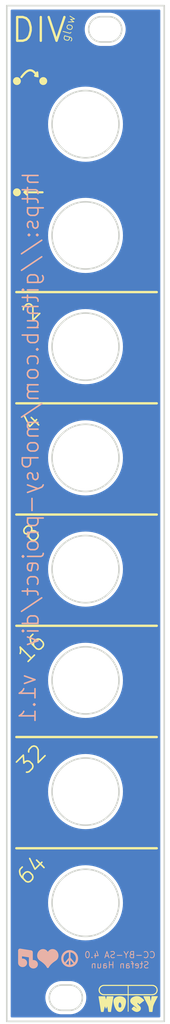
<source format=kicad_pcb>
(kicad_pcb (version 20221018) (generator pcbnew)

  (general
    (thickness 1.6)
  )

  (paper "A4")
  (title_block
    (title "moPsy DIV glow (no LEDs)")
    (date "2023-05-17")
    (rev "v1.1")
  )

  (layers
    (0 "F.Cu" signal)
    (31 "B.Cu" signal)
    (32 "B.Adhes" user "B.Adhesive")
    (33 "F.Adhes" user "F.Adhesive")
    (34 "B.Paste" user)
    (35 "F.Paste" user)
    (36 "B.SilkS" user "B.Silkscreen")
    (37 "F.SilkS" user "F.Silkscreen")
    (38 "B.Mask" user)
    (39 "F.Mask" user)
    (40 "Dwgs.User" user "User.Drawings")
    (41 "Cmts.User" user "User.Comments")
    (42 "Eco1.User" user "User.Eco1")
    (43 "Eco2.User" user "User.Eco2")
    (44 "Edge.Cuts" user)
    (45 "Margin" user)
    (46 "B.CrtYd" user "B.Courtyard")
    (47 "F.CrtYd" user "F.Courtyard")
    (48 "B.Fab" user)
    (49 "F.Fab" user)
    (50 "User.1" user)
    (51 "User.2" user)
    (52 "User.3" user)
    (53 "User.4" user)
    (54 "User.5" user)
    (55 "User.6" user)
    (56 "User.7" user)
    (57 "User.8" user)
    (58 "User.9" user)
  )

  (setup
    (stackup
      (layer "F.SilkS" (type "Top Silk Screen") (color "White"))
      (layer "F.Paste" (type "Top Solder Paste"))
      (layer "F.Mask" (type "Top Solder Mask") (color "Black") (thickness 0.01))
      (layer "F.Cu" (type "copper") (thickness 0.035))
      (layer "dielectric 1" (type "core") (color "Polyimide") (thickness 1.51) (material "FR4") (epsilon_r 4.5) (loss_tangent 0.02))
      (layer "B.Cu" (type "copper") (thickness 0.035))
      (layer "B.Mask" (type "Bottom Solder Mask") (color "Black") (thickness 0.01))
      (layer "B.Paste" (type "Bottom Solder Paste"))
      (layer "B.SilkS" (type "Bottom Silk Screen") (color "White"))
      (copper_finish "None")
      (dielectric_constraints no)
    )
    (pad_to_mask_clearance 0)
    (pcbplotparams
      (layerselection 0x00010fc_ffffffff)
      (plot_on_all_layers_selection 0x0000000_00000000)
      (disableapertmacros false)
      (usegerberextensions false)
      (usegerberattributes true)
      (usegerberadvancedattributes true)
      (creategerberjobfile true)
      (dashed_line_dash_ratio 12.000000)
      (dashed_line_gap_ratio 3.000000)
      (svgprecision 4)
      (plotframeref false)
      (viasonmask false)
      (mode 1)
      (useauxorigin false)
      (hpglpennumber 1)
      (hpglpenspeed 20)
      (hpglpendiameter 15.000000)
      (dxfpolygonmode true)
      (dxfimperialunits true)
      (dxfusepcbnewfont true)
      (psnegative false)
      (psa4output false)
      (plotreference true)
      (plotvalue true)
      (plotinvisibletext false)
      (sketchpadsonfab false)
      (subtractmaskfromsilk false)
      (outputformat 1)
      (mirror false)
      (drillshape 1)
      (scaleselection 1)
      (outputdirectory "")
    )
  )

  (net 0 "")

  (gr_line (start 112.845518 156.471695) (end 112.799639 156.463502)
    (stroke (width 0.28) (type solid)) (layer "B.SilkS") (tstamp 02b2bd57-c6e3-4a02-91a6-4024b6029ec3))
  (gr_line (start 112.754565 156.453098) (end 112.710354 156.440544)
    (stroke (width 0.28) (type solid)) (layer "B.SilkS") (tstamp 035c4f81-aecc-4c0f-b22d-71a2aa17b713))
  (gr_line (start 113.862525 155.230438) (end 113.877172 155.273726)
    (stroke (width 0.28) (type solid)) (layer "B.SilkS") (tstamp 06348455-6312-4740-9933-742373edcd74))
  (gr_line (start 113.307735 156.425897) (end 113.264446 156.440544)
    (stroke (width 0.28) (type solid)) (layer "B.SilkS") (tstamp 08166a1a-029d-4a8a-a6c4-8485253ec4c0))
  (gr_line (start 113.646181 154.891991) (end 113.67703 154.924347)
    (stroke (width 0.28) (type solid)) (layer "B.SilkS") (tstamp 09e29f88-64c1-40f5-9c6b-7baa90bbe376))
  (gr_line (start 112.074671 155.363011) (end 112.085074 155.317937)
    (stroke (width 0.28) (type solid)) (layer "B.SilkS") (tstamp 0a586bfe-c74c-4dee-a838-00a164bfb404))
  (gr_line (start 112.583488 156.390558) (end 112.543317 156.369983)
    (stroke (width 0.28) (type solid)) (layer "B.SilkS") (tstamp 0a766f0e-8b5e-4281-a550-258523d95bc3))
  (gr_line (start 112.066478 155.692655) (end 112.060553 155.646029)
    (stroke (width 0.28) (type solid)) (layer "B.SilkS") (tstamp 0bcfa2fc-b4a2-4655-bbce-fba5d3b22f92))
  (gr_line (start 112.939457 156.481217) (end 112.892144 156.477619)
    (stroke (width 0.28) (type solid)) (layer "B.SilkS") (tstamp 0c96d5bc-0b4b-4fba-8af4-65cc1eeaa84d))
  (gr_line (start 112.214855 155.029874) (end 112.24083 154.993347)
    (stroke (width 0.28) (type solid)) (layer "B.SilkS") (tstamp 11afc099-41d6-4296-981e-30da19d826b4))
  (gr_line (start 113.350043 156.409215) (end 113.307735 156.425897)
    (stroke (width 0.28) (type solid)) (layer "B.SilkS") (tstamp 13c89d5a-369a-49ab-b697-ab713832b4b1))
  (gr_line (start 113.759945 155.029874) (end 113.784178 155.067674)
    (stroke (width 0.28) (type solid)) (layer "B.SilkS") (tstamp 13f97431-5939-4a47-9553-d973764bc127))
  (gr_line (start 113.580021 154.83186) (end 113.613825 154.861143)
    (stroke (width 0.28) (type solid)) (layer "B.SilkS") (tstamp 15e3d539-83df-488e-b0d0-ce58c3847fd6))
  (gr_line (start 112.667065 156.425897) (end 112.624757 156.409215)
    (stroke (width 0.28) (type solid)) (layer "B.SilkS") (tstamp 16dfe760-2c84-4651-9b49-21a8ec7bd0d4))
  (gr_line (start 112.39478 156.269684) (end 112.360975 156.240402)
    (stroke (width 0.28) (type solid)) (layer "B.SilkS") (tstamp 17b9b18f-deaf-4b9c-a1ed-f775d752de90))
  (gr_line (start 113.914247 155.646029) (end 113.908322 155.692655)
    (stroke (width 0.28) (type solid)) (layer "B.SilkS") (tstamp 199eb05b-a861-46c3-ba0f-cfd997234d9c))
  (gr_line (start 112.097629 155.827819) (end 112.085074 155.783608)
    (stroke (width 0.28) (type solid)) (layer "B.SilkS") (tstamp 1bf937ce-51f2-4e28-b27b-29f27bfe99d2))
  (gr_line (start 113.67703 154.924347) (end 113.706312 154.958152)
    (stroke (width 0.28) (type solid)) (layer "B.SilkS") (tstamp 1cc33fd5-e52f-4313-b229-2a8853cca56d))
  (gr_line (start 113.73397 154.993347) (end 113.759945 155.029874)
    (stroke (width 0.28) (type solid)) (layer "B.SilkS") (tstamp 1ce24806-64fb-4287-9cc5-66d31ce0c621))
  (gr_line (start 113.175162 156.463502) (end 113.129282 156.471695)
    (stroke (width 0.28) (type solid)) (layer "B.SilkS") (tstamp 1d8fce62-bd4f-4ba5-b9f2-e7a411f4ed03))
  (gr_line (start 113.845843 155.188129) (end 113.862525 155.230438)
    (stroke (width 0.28) (type solid)) (layer "B.SilkS") (tstamp 205b6d8b-aebd-43a4-a476-8c4405e17f78))
  (gr_line (start 113.917845 155.598716) (end 113.914247 155.646029)
    (stroke (width 0.28) (type solid)) (layer "B.SilkS") (tstamp 26f34d2e-f41e-4d8d-ad24-63f00d5bd57f))
  (gr_line (start 112.112276 155.230438) (end 112.128957 155.188129)
    (stroke (width 0.28) (type solid)) (layer "B.SilkS") (tstamp 2a3f4f2b-214f-4024-b674-4f68b70582db))
  (gr_line (start 113.806611 155.994855) (end 113.784178 156.03387)
    (stroke (width 0.28) (type solid)) (layer "B.SilkS") (tstamp 2ba5d682-54f6-4f99-aacf-19a29b8cc340))
  (gr_line (start 113.129282 154.629849) (end 113.175162 154.638043)
    (stroke (width 0.28) (type solid)) (layer "B.SilkS") (tstamp 2fe2a423-95d6-48ca-a9f2-1742a4bd54fd))
  (gr_line (start 113.706312 156.143393) (end 113.67703 156.177197)
    (stroke (width 0.28) (type solid)) (layer "B.SilkS") (tstamp 30a03e84-7bc2-496b-a797-2f757d077fc9))
  (gr_line (start 113.919057 155.550773) (end 113.917845 155.598716)
    (stroke (width 0.28) (type solid)) (layer "B.SilkS") (tstamp 31d44640-85ff-4d56-a7e0-ba283a482a9b))
  (gr_line (start 113.544825 156.297342) (end 113.508299 156.323317)
    (stroke (width 0.28) (type solid)) (layer "B.SilkS") (tstamp 3247357f-9f61-4691-b5c2-a9a44c491c7d))
  (gr_line (start 113.73397 156.108198) (end 113.706312 156.143393)
    (stroke (width 0.28) (type solid)) (layer "B.SilkS") (tstamp 32fd11ba-dee5-4909-bbde-bd957bde3d1b))
  (gr_line (start 112.268488 154.958152) (end 112.297771 154.924347)
    (stroke (width 0.28) (type solid)) (layer "B.SilkS") (tstamp 34c109d1-967c-4b80-acf7-90d1b3c6631c))
  (gr_line (start 113.082657 154.623925) (end 113.129282 154.629849)
    (stroke (width 0.28) (type solid)) (layer "B.SilkS") (tstamp 351d7956-2674-4910-87a5-8b71cdc0e258))
  (gr_line (start 113.508299 154.778227) (end 113.544825 154.804202)
    (stroke (width 0.28) (type solid)) (layer "B.SilkS") (tstamp 36263e8a-80e4-4b43-ac48-3f3020badef8))
  (gr_line (start 113.806611 155.106689) (end 113.827186 155.146861)
    (stroke (width 0.28) (type solid)) (layer "B.SilkS") (tstamp 36826c93-52b1-4400-9858-5a67a92c9719))
  (gr_line (start 113.431483 156.369983) (end 113.391312 156.390558)
    (stroke (width 0.28) (type solid)) (layer "B.SilkS") (tstamp 37ed7b18-81cb-4c49-86e6-0445fcee2765))
  (gr_line (start 113.784178 156.03387) (end 113.759945 156.071671)
    (stroke (width 0.28) (type solid)) (layer "B.SilkS") (tstamp 3a2e3f1d-3036-48e4-9726-fa209af87f99))
  (gr_line (start 112.056955 155.50283) (end 112.060553 155.455516)
    (stroke (width 0.28) (type solid)) (layer "B.SilkS") (tstamp 3f1fe9aa-a7db-4cff-be3d-2bbc795d4a9a))
  (gr_line (start 112.297771 154.924347) (end 112.328619 154.891991)
    (stroke (width 0.28) (type solid)) (layer "B.SilkS") (tstamp 40f1c284-8781-4181-a145-d0d2bf8dd801))
  (gr_line (start 112.429975 154.804202) (end 112.466502 154.778227)
    (stroke (width 0.28) (type solid)) (layer "B.SilkS") (tstamp 418cc2f0-35ec-401f-988e-ad6d4c1d218a))
  (gr_line (start 113.264446 154.661) (end 113.307735 154.675647)
    (stroke (width 0.28) (type solid)) (layer "B.SilkS") (tstamp 4305898a-311e-4a15-837f-844408d68bad))
  (gr_line (start 112.799639 156.463502) (end 112.754565 156.453098)
    (stroke (width 0.28) (type solid)) (layer "B.SilkS") (tstamp 458e1917-dfd6-4fcf-ad51-91da57dd592f))
  (gr_line (start 113.67703 156.177197) (end 113.646181 156.209553)
    (stroke (width 0.28) (type solid)) (layer "B.SilkS") (tstamp 460a8ed6-a0fb-4605-9a52-ae6aba2972cc))
  (gr_line (start 112.060553 155.646029) (end 112.056955 155.598716)
    (stroke (width 0.28) (type solid)) (layer "B.SilkS") (tstamp 4b50da9c-8163-4121-bfc6-d1a9b8388117))
  (gr_line (start 112.297771 156.177197) (end 112.268488 156.143393)
    (stroke (width 0.28) (type solid)) (layer "B.SilkS") (tstamp 4f33721d-5af7-496c-b7e6-da66067a1330))
  (gr_line (start 112.24083 156.108198) (end 112.214855 156.071671)
    (stroke (width 0.28) (type solid)) (layer "B.SilkS") (tstamp 4f77a6a9-86b4-4b4b-84f8-535f51e605ef))
  (gr_line (start 113.470498 154.753994) (end 113.508299 154.778227)
    (stroke (width 0.28) (type solid)) (layer "B.SilkS") (tstamp 507896bb-7d2b-4715-be96-ab4b47ca3746))
  (gr_line (start 112.39478 154.83186) (end 112.429975 154.804202)
    (stroke (width 0.28) (type solid)) (layer "B.SilkS") (tstamp 50bd17a4-1cda-4d8e-ba8c-8049fd0c8656))
  (gr_poly
    (pts
      (xy 109.590509 154.488479)
      (xy 109.575096 154.489086)
      (xy 109.559836 154.490097)
      (xy 109.544728 154.491513)
      (xy 109.529772 154.493334)
      (xy 109.514969 154.495559)
      (xy 109.500318 154.498189)
      (xy 109.485819 154.501223)
      (xy 109.471473 154.504662)
      (xy 109.457279 154.508505)
      (xy 109.443237 154.512753)
      (xy 109.429348 154.517405)
      (xy 109.415611 154.522462)
      (xy 109.402026 154.527924)
      (xy 109.388594 154.53379)
      (xy 109.375314 154.54006)
      (xy 109.361399 154.547154)
      (xy 109.347687 154.554567)
      (xy 109.334179 154.562297)
      (xy 109.320874 154.570345)
      (xy 109.307772 154.57871)
      (xy 109.294873 154.587394)
      (xy 109.282177 154.596396)
      (xy 109.269684 154.605715)
      (xy 109.257394 154.615352)
      (xy 109.245308 154.625307)
      (xy 109.233425 154.63558)
      (xy 109.221744 154.646171)
      (xy 109.210267 154.65708)
      (xy 109.198993 154.668306)
      (xy 109.187922 154.67985)
      (xy 109.177054 154.691712)
      (xy 109.166059 154.704305)
      (xy 109.15542 154.717113)
      (xy 109.145137 154.730139)
      (xy 109.135208 154.743381)
      (xy 109.125636 154.75684)
      (xy 109.116418 154.770516)
      (xy 109.107557 154.784408)
      (xy 109.099051 154.798517)
      (xy 109.0909 154.812843)
      (xy 109.083105 154.827386)
      (xy 109.075665 154.842145)
      (xy 109.068581 154.857121)
      (xy 109.061852 154.872314)
      (xy 109.055479 154.887724)
      (xy 109.049461 154.90335)
      (xy 109.043799 154.919193)
      (xy 109.038289 154.935187)
      (xy 109.033134 154.951269)
      (xy 109.028335 154.967437)
      (xy 109.023892 154.983691)
      (xy 109.019803 155.000032)
      (xy 109.016071 155.01646)
      (xy 109.012694 155.032975)
      (xy 109.009672 155.049577)
      (xy 109.007006 155.066265)
      (xy 109.004695 155.08304)
      (xy 109.00274 155.099901)
      (xy 109.00114 155.116849)
      (xy 108.999896 155.133884)
      (xy 108.999007 155.151006)
      (xy 108.998473 155.168214)
      (xy 108.998296 155.185509)
      (xy 108.999527 155.226622)
      (xy 109.003222 155.266739)
      (xy 109.009379 155.305859)
      (xy 109.018 155.343982)
      (xy 109.029083 155.381108)
      (xy 109.04263 155.417236)
      (xy 109.05864 155.452368)
      (xy 109.077112 155.486503)
      (xy 109.098048 155.519641)
      (xy 109.121446 155.551782)
      (xy 109.147308 155.582927)
      (xy 109.175633 155.613074)
      (xy 109.20642 155.642224)
      (xy 109.239671 155.670377)
      (xy 109.275384 155.697534)
      (xy 109.313561 155.723693)
      (xy 109.39649 155.779617)
      (xy 109.475865 155.835497)
      (xy 109.551685 155.891333)
      (xy 109.62395 155.947127)
      (xy 109.692661 156.002877)
      (xy 109.757816 156.058583)
      (xy 109.819417 156.114247)
      (xy 109.877462 156.169867)
      (xy 109.931953 156.225443)
      (xy 109.982889 156.280977)
      (xy 110.03027 156.336466)
      (xy 110.074097 156.391913)
      (xy 110.114368 156.447316)
      (xy 110.151084 156.502676)
      (xy 110.184246 156.557993)
      (xy 110.213853 156.613266)
      (xy 110.213854 156.613266)
      (xy 110.24346 156.557993)
      (xy 110.276622 156.502676)
      (xy 110.313339 156.447316)
      (xy 110.35361 156.391913)
      (xy 110.397437 156.336466)
      (xy 110.444818 156.280977)
      (xy 110.495754 156.225443)
      (xy 110.550245 156.169867)
      (xy 110.60829 156.114247)
      (xy 110.669891 156.058583)
      (xy 110.735046 156.002877)
      (xy 110.803757 155.947127)
      (xy 110.876022 155.891333)
      (xy 110.951842 155.835497)
      (xy 111.031216 155.779617)
      (xy 111.114146 155.723693)
      (xy 111.152323 155.6971)
      (xy 111.188036 155.669568)
      (xy 111.221287 155.641097)
      (xy 111.252074 155.611687)
      (xy 111.280399 155.581337)
      (xy 111.30626 155.550049)
      (xy 111.329659 155.517821)
      (xy 111.340435 155.501355)
      (xy 111.350595 155.484654)
      (xy 111.360139 155.467719)
      (xy 111.369067 155.450548)
      (xy 111.37738 155.433143)
      (xy 111.385077 155.415503)
      (xy 111.392158 155.397628)
      (xy 111.398623 155.379519)
      (xy 111.404473 155.361174)
      (xy 111.409707 155.342595)
      (xy 111.414325 155.323781)
      (xy 111.418327 155.304732)
      (xy 111.421714 155.285449)
      (xy 111.424485 155.26593)
      (xy 111.428179 155.226189)
      (xy 111.429411 155.185509)
      (xy 111.428725 155.151006)
      (xy 111.426668 155.116849)
      (xy 111.423241 155.08304)
      (xy 111.418441 155.049577)
      (xy 111.412271 155.01646)
      (xy 111.40473 154.983691)
      (xy 111.395817 154.951269)
      (xy 111.385533 154.919193)
      (xy 111.379674 154.90335)
      (xy 111.373472 154.887724)
      (xy 111.366927 154.872314)
      (xy 111.36004 154.857121)
      (xy 111.35281 154.842145)
      (xy 111.345237 154.827386)
      (xy 111.337321 154.812843)
      (xy 111.329062 154.798517)
      (xy 111.320461 154.784408)
      (xy 111.311517 154.770516)
      (xy 111.30223 154.75684)
      (xy 111.2926 154.743381)
      (xy 111.282627 154.730139)
      (xy 111.272312 154.717113)
      (xy 111.261654 154.704305)
      (xy 111.250653 154.691712)
      (xy 111.239785 154.67985)
      (xy 111.228714 154.668306)
      (xy 111.21744 154.65708)
      (xy 111.205963 154.646171)
      (xy 111.194283 154.63558)
      (xy 111.182399 154.625307)
      (xy 111.170313 154.615352)
      (xy 111.158023 154.605715)
      (xy 111.14553 154.596396)
      (xy 111.132834 154.587394)
      (xy 111.119935 154.57871)
      (xy 111.106833 154.570345)
      (xy 111.093528 154.562297)
      (xy 111.080019 154.554567)
      (xy 111.066308 154.547154)
      (xy 111.052393 154.54006)
      (xy 111.039113 154.53379)
      (xy 111.025681 154.527924)
      (xy 111.012096 154.522462)
      (xy 110.998359 154.517405)
      (xy 110.98447 154.512753)
      (xy 110.970428 154.508505)
      (xy 110.956234 154.504662)
      (xy 110.941887 154.501223)
      (xy 110.927389 154.498189)
      (xy 110.912737 154.495559)
      (xy 110.897934 154.493334)
      (xy 110.882978 154.491513)
      (xy 110.86787 154.490097)
      (xy 110.852609 154.489086)
      (xy 110.837196 154.488479)
      (xy 110.821631 154.488277)
      (xy 110.806066 154.488479)
      (xy 110.790653 154.489086)
      (xy 110.775393 154.490097)
      (xy 110.760285 154.491513)
      (xy 110.745329 154.493334)
      (xy 110.730526 154.495559)
      (xy 110.715875 154.498189)
      (xy 110.701376 154.501223)
      (xy 110.687029 154.504662)
      (xy 110.672835 154.508505)
      (xy 110.658794 154.512753)
      (xy 110.644904 154.517405)
      (xy 110.631167 154.522462)
      (xy 110.617583 154.527924)
      (xy 110.60415 154.53379)
      (xy 110.59087 154.54006)
      (xy 110.577146 154.546938)
      (xy 110.5636 154.554162)
      (xy 110.550231 154.561733)
      (xy 110.53704 154.569651)
      (xy 110.524027 154.577916)
      (xy 110.511191 154.586527)
      (xy 110.498533 154.595485)
      (xy 110.486053 154.60479)
      (xy 110.473751 154.614442)
      (xy 110.461626 154.62444)
      (xy 110.44968 154.634785)
      (xy 110.437911 154.645477)
      (xy 110.426319 154.656516)
      (xy 110.414906 154.667901)
      (xy 110.40367 154.679633)
      (xy 110.392611 154.691712)
      (xy 110.382004 154.703857)
      (xy 110.371714 154.716246)
      (xy 110.361741 154.728882)
      (xy 110.352086 154.741763)
      (xy 110.342748 154.754889)
      (xy 110.333727 154.768262)
      (xy 110.325024 154.78188)
      (xy 110.316639 154.795743)
      (xy 110.30857 154.809852)
      (xy 110.30082 154.824207)
      (xy 110.293386 154.838807)
      (xy 110.28627 154.853653)
      (xy 110.279472 154.868745)
      (xy 110.27299 154.884082)
      (xy 110.266827 154.899665)
      (xy 110.26098 154.915493)
      (xy 110.255273 154.931286)
      (xy 110.249935 154.947222)
      (xy 110.244964 154.963304)
      (xy 110.240362 154.979529)
      (xy 110.236128 154.9959)
      (xy 110.232262 155.012414)
      (xy 110.228764 155.029074)
      (xy 110.225635 155.045877)
      (xy 110.222873 155.062825)
      (xy 110.22048 155.079918)
      (xy 110.218455 155.097155)
      (xy 110.216798 155.114537)
      (xy 110.21551 155.132063)
      (xy 110.214589 155.149734)
      (xy 110.214037 155.167549)
      (xy 110.213853 155.185509)
      (xy 110.213142 155.149734)
      (xy 110.211009 155.114537)
      (xy 110.207454 155.079918)
      (xy 110.205143 155.062825)
      (xy 110.202477 155.045877)
      (xy 110.199456 155.029074)
      (xy 110.196079 155.012414)
      (xy 110.192346 154.9959)
      (xy 110.188258 154.979529)
      (xy 110.183814 154.963304)
      (xy 110.179015 154.947222)
      (xy 110.173861 154.931286)
      (xy 110.168351 154.915493)
      (xy 110.162308 154.899665)
      (xy 110.15596 154.884082)
      (xy 110.149307 154.868745)
      (xy 110.14235 154.853653)
      (xy 110.135088 154.838807)
      (xy 110.127521 154.824207)
      (xy 110.11965 154.809852)
      (xy 110.111474 154.795743)
      (xy 110.102993 154.781879)
      (xy 110.094207 154.768261)
      (xy 110.085117 154.754889)
      (xy 110.075722 154.741763)
      (xy 110.066022 154.728882)
      (xy 110.056018 154.716246)
      (xy 110.045708 154.703857)
      (xy 110.035094 154.691712)
      (xy 110.024036 154.679633)
      (xy 110.0128 154.667901)
      (xy 110.001387 154.656516)
      (xy 109.989796 154.645477)
      (xy 109.978026 154.634785)
      (xy 109.96608 154.62444)
      (xy 109.953955 154.614442)
      (xy 109.941653 154.60479)
      (xy 109.929173 154.595485)
      (xy 109.916515 154.586527)
      (xy 109.903679 154.577916)
      (xy 109.890666 154.569651)
      (xy 109.877475 154.561733)
      (xy 109.864106 154.554162)
      (xy 109.85056 154.546938)
      (xy 109.836836 154.54006)
      (xy 109.823556 154.53379)
      (xy 109.810123 154.527924)
      (xy 109.796539 154.522462)
      (xy 109.782802 154.517405)
      (xy 109.768912 154.512753)
      (xy 109.754871 154.508505)
      (xy 109.740677 154.504662)
      (xy 109.72633 154.501223)
      (xy 109.711832 154.498189)
      (xy 109.697181 154.495559)
      (xy 109.682377 154.493334)
      (xy 109.667421 154.491513)
      (xy 109.652313 154.490097)
      (xy 109.637053 154.489086)
      (xy 109.62164 154.488479)
      (xy 109.606075 154.488277)
    )

    (stroke (width 0.28) (type solid)) (fill solid) (layer "B.SilkS") (tstamp 51ff3bab-988c-4d56-aefe-65ec5d2a5ede))
  (gr_poly
    (pts
      (xy 106.68 154.432)
      (xy 106.674194 154.432509)
      (xy 106.668438 154.433327)
      (xy 106.662744 154.434452)
      (xy 106.657123 154.435878)
      (xy 106.651588 154.437604)
      (xy 106.64615 154.439626)
      (xy 106.640821 154.441939)
      (xy 106.635614 154.444541)
      (xy 106.630541 154.447427)
      (xy 106.625613 154.450595)
      (xy 106.620842 154.454041)
      (xy 106.616241 154.457761)
      (xy 106.611847 154.461728)
      (xy 106.607698 154.465907)
      (xy 106.603799 154.470285)
      (xy 106.600155 154.474851)
      (xy 106.596772 154.479594)
      (xy 106.593655 154.484502)
      (xy 106.590809 154.489562)
      (xy 106.58824 154.494765)
      (xy 106.585953 154.500097)
      (xy 106.583954 154.505548)
      (xy 106.582248 154.511106)
      (xy 106.580839 154.516758)
      (xy 106.579735 154.522495)
      (xy 106.578939 154.528303)
      (xy 106.578458 154.534171)
      (xy 106.578296 154.540089)
      (xy 106.578296 156.092209)
      (xy 106.578861 156.11261)
      (xy 106.580537 156.132747)
      (xy 106.583296 156.152595)
      (xy 106.587112 156.172128)
      (xy 106.591956 156.191321)
      (xy 106.597802 156.210149)
      (xy 106.604622 156.228588)
      (xy 106.612388 156.246611)
      (xy 106.621074 156.264194)
      (xy 106.630651 156.281312)
      (xy 106.641093 156.297939)
      (xy 106.652371 156.31405)
      (xy 106.664459 156.329621)
      (xy 106.677329 156.344626)
      (xy 106.690953 156.359039)
      (xy 106.705305 156.372836)
      (xy 106.720356 156.385992)
      (xy 106.73608 156.398481)
      (xy 106.752448 156.410279)
      (xy 106.769434 156.42136)
      (xy 106.78701 156.431698)
      (xy 106.805148 156.44127)
      (xy 106.823822 156.450049)
      (xy 106.843003 156.458011)
      (xy 106.862665 156.465131)
      (xy 106.88278 156.471383)
      (xy 106.90332 156.476742)
      (xy 106.924258 156.481183)
      (xy 106.945567 156.48468)
      (xy 106.967219 156.48721)
      (xy 106.989187 156.488746)
      (xy 107.011443 156.489264)
      (xy 107.033699 156.488746)
      (xy 107.055667 156.48721)
      (xy 107.077319 156.48468)
      (xy 107.098628 156.481183)
      (xy 107.119566 156.476742)
      (xy 107.140106 156.471383)
      (xy 107.160221 156.465131)
      (xy 107.179883 156.458012)
      (xy 107.199064 156.45005)
      (xy 107.217738 156.441271)
      (xy 107.235877 156.431699)
      (xy 107.253453 156.421361)
      (xy 107.270439 156.41028)
      (xy 107.286807 156.398483)
      (xy 107.302531 156.385994)
      (xy 107.317582 156.372838)
      (xy 107.331934 156.359041)
      (xy 107.345559 156.344627)
      (xy 107.358429 156.329623)
      (xy 107.370517 156.314052)
      (xy 107.381795 156.297941)
      (xy 107.392237 156.281314)
      (xy 107.401814 156.264196)
      (xy 107.4105 156.246613)
      (xy 107.418266 156.22859)
      (xy 107.425086 156.210151)
      (xy 107.430933 156.191322)
      (xy 107.435777 156.172129)
      (xy 107.439593 156.152596)
      (xy 107.442352 156.132748)
      (xy 107.444028 156.11261)
      (xy 107.444593 156.092209)
      (xy 107.444028 156.071807)
      (xy 107.442352 156.05167)
      (xy 107.439593 156.031822)
      (xy 107.435777 156.012289)
      (xy 107.430933 155.993095)
      (xy 107.425086 155.974267)
      (xy 107.418266 155.955828)
      (xy 107.4105 155.937805)
      (xy 107.401814 155.920221)
      (xy 107.392237 155.903104)
      (xy 107.381795 155.886477)
      (xy 107.370517 155.870365)
      (xy 107.358429 155.854795)
      (xy 107.345559 155.83979)
      (xy 107.331934 155.825377)
      (xy 107.317582 155.81158)
      (xy 107.302531 155.798424)
      (xy 107.286807 155.785935)
      (xy 107.270439 155.774137)
      (xy 107.253453 155.763057)
      (xy 107.235877 155.752718)
      (xy 107.217738 155.743147)
      (xy 107.199064 155.734367)
      (xy 107.179883 155.726406)
      (xy 107.160221 155.719286)
      (xy 107.140106 155.713035)
      (xy 107.119566 155.707676)
      (xy 107.098628 155.703235)
      (xy 107.077319 155.699737)
      (xy 107.055667 155.697208)
      (xy 107.033699 155.695671)
      (xy 107.011443 155.695154)
      (xy 106.794869 155.695154)
      (xy 106.794869 155.099962)
      (xy 107.949934 155.282341)
      (xy 107.949934 156.272686)
      (xy 107.950499 156.293088)
      (xy 107.952175 156.313225)
      (xy 107.954934 156.333073)
      (xy 107.95875 156.352606)
      (xy 107.963595 156.3718)
      (xy 107.969441 156.390629)
      (xy 107.976261 156.409067)
      (xy 107.984027 156.427091)
      (xy 107.992713 156.444674)
      (xy 108.002291 156.461791)
      (xy 108.012732 156.478419)
      (xy 108.024011 156.49453)
      (xy 108.036099 156.510101)
      (xy 108.048969 156.525105)
      (xy 108.062593 156.539518)
      (xy 108.076945 156.553316)
      (xy 108.091997 156.566471)
      (xy 108.10772 156.57896)
      (xy 108.124089 156.590758)
      (xy 108.141075 156.601838)
      (xy 108.158651 156.612177)
      (xy 108.17679 156.621749)
      (xy 108.195464 156.630528)
      (xy 108.214645 156.63849)
      (xy 108.234307 156.645609)
      (xy 108.254422 156.651861)
      (xy 108.274962 156.657219)
      (xy 108.2959 156.66166)
      (xy 108.317209 156.665158)
      (xy 108.338861 156.667688)
      (xy 108.360829 156.669224)
      (xy 108.383085 156.669741)
      (xy 108.405341 156.669224)
      (xy 108.427309 156.667688)
      (xy 108.448961 156.665158)
      (xy 108.47027 156.66166)
      (xy 108.491208 156.657219)
      (xy 108.511748 156.651861)
      (xy 108.531863 156.645609)
      (xy 108.551525 156.63849)
      (xy 108.570706 156.630528)
      (xy 108.58938 156.621749)
      (xy 108.607519 156.612177)
      (xy 108.625095 156.601838)
      (xy 108.642081 156.590758)
      (xy 108.65845 156.57896)
      (xy 108.674173 156.566471)
      (xy 108.689225 156.553316)
      (xy 108.703576 156.539518)
      (xy 108.717201 156.525105)
      (xy 108.730071 156.510101)
      (xy 108.742159 156.49453)
      (xy 108.753438 156.478419)
      (xy 108.763879 156.461791)
      (xy 108.773457 156.444674)
      (xy 108.782142 156.427091)
      (xy 108.789909 156.409067)
      (xy 108.796729 156.390629)
      (xy 108.802575 156.3718)
      (xy 108.80742 156.352606)
      (xy 108.811235 156.333073)
      (xy 108.813995 156.313225)
      (xy 108.815671 156.293088)
      (xy 108.816235 156.272686)
      (xy 108.815671 156.252285)
      (xy 108.813995 156.232148)
      (xy 108.811235 156.212301)
      (xy 108.80742 156.192768)
      (xy 108.802575 156.173575)
      (xy 108.796729 156.154746)
      (xy 108.789909 156.136308)
      (xy 108.782142 156.118285)
      (xy 108.773457 156.100702)
      (xy 108.763879 156.083584)
      (xy 108.753438 156.066957)
      (xy 108.742159 156.050846)
      (xy 108.730071 156.035275)
      (xy 108.717201 156.020271)
      (xy 108.703576 156.005858)
      (xy 108.689225 155.99206)
      (xy 108.674173 155.978905)
      (xy 108.65845 155.966416)
      (xy 108.642081 155.954618)
      (xy 108.625095 155.943537)
      (xy 108.607519 155.933199)
      (xy 108.58938 155.923627)
      (xy 108.570706 155.914848)
      (xy 108.551525 155.906886)
      (xy 108.531863 155.899766)
      (xy 108.511748 155.893514)
      (xy 108.491208 155.888155)
      (xy 108.47027 155.883714)
      (xy 108.448961 155.880216)
      (xy 108.427309 155.877686)
      (xy 108.405341 155.876149)
      (xy 108.383085 155.875631)
      (xy 108.166508 155.875631)
      (xy 108.166508 154.756662)
      (xy 108.166395 154.751691)
      (xy 108.16606 154.746771)
      (xy 108.165506 154.741909)
      (xy 108.164739 154.737109)
      (xy 108.163764 154.732377)
      (xy 108.162584 154.727717)
      (xy 108.161204 154.723137)
      (xy 108.159628 154.71864)
      (xy 108.157863 154.714232)
      (xy 108.155911 154.709918)
      (xy 108.153777 154.705704)
      (xy 108.151467 154.701595)
      (xy 108.148984 154.697597)
      (xy 108.146333 154.693714)
      (xy 108.143519 154.689953)
      (xy 108.140546 154.686318)
      (xy 108.137419 154.682815)
      (xy 108.134143 154.679448)
      (xy 108.130721 154.676225)
      (xy 108.127159 154.673148)
      (xy 108.123461 154.670226)
      (xy 108.119632 154.667461)
      (xy 108.115675 154.66486)
      (xy 108.111597 154.662429)
      (xy 108.107401 154.660171)
      (xy 108.103091 154.658094)
      (xy 108.098673 154.656202)
      (xy 108.094151 154.6545)
      (xy 108.08953 154.652994)
      (xy 108.084814 154.651689)
      (xy 108.080007 154.650591)
      (xy 108.075115 154.649704)
      (xy 106.703477 154.433131)
      (xy 106.697593 154.432366)
      (xy 106.691711 154.431925)
      (xy 106.685842 154.431804)
    )

    (stroke (width 0.279999) (type solid)) (fill solid) (layer "B.SilkS") (tstamp 52b476ae-44e5-4508-b55b-c524e3692f5c))
  (gr_line (start 113.877172 155.273726) (end 113.889726 155.317937)
    (stroke (width 0.28) (type solid)) (layer "B.SilkS") (tstamp 5538a305-a042-464d-8832-b010c094b1c6))
  (gr_line (start 112.168189 155.106689) (end 112.190622 155.067674)
    (stroke (width 0.28) (type solid)) (layer "B.SilkS") (tstamp 56ad90a8-fbce-4fb2-bb95-84518e63d7fe))
  (gr_line (start 113.646181 156.209553) (end 113.613825 156.240402)
    (stroke (width 0.28) (type solid)) (layer "B.SilkS") (tstamp 58db2903-3e0b-41d7-ac65-c2d1fd42754f))
  (gr_line (start 113.082657 156.477619) (end 113.035343 156.481217)
    (stroke (width 0.28) (type solid)) (layer "B.SilkS") (tstamp 5b50a097-53d0-4a40-99f6-3bb6bb16efd4))
  (gr_line (start 112.190622 156.03387) (end 112.168189 155.994855)
    (stroke (width 0.28) (type solid)) (layer "B.SilkS") (tstamp 5bc3fd16-7d65-4d32-8689-33083cc560b8))
  (gr_line (start 112.845518 154.629849) (end 112.892144 154.623925)
    (stroke (width 0.28) (type solid)) (layer "B.SilkS") (tstamp 5cde5d7a-88a9-4665-aa9a-3f175d6d9474))
  (gr_line (start 113.035343 156.481217) (end 112.9874 156.48243)
    (stroke (width 0.28) (type solid)) (layer "B.SilkS") (tstamp 61dbf045-71b3-4694-a830-89aed9f35c39))
  (gr_line (start 112.543317 156.369983) (end 112.504302 156.34755)
    (stroke (width 0.28) (type solid)) (layer "B.SilkS") (tstamp 61ef77e8-0579-458a-8420-6b2d4448d603))
  (gr_line (start 112.583488 154.710986) (end 112.624757 154.692329)
    (stroke (width 0.28) (type solid)) (layer "B.SilkS") (tstamp 64cb776b-76b2-48b0-99de-8161c343b2f8))
  (gr_line (start 112.667065 154.675647) (end 112.710354 154.661)
    (stroke (width 0.28) (type solid)) (layer "B.SilkS") (tstamp 68ebc927-08e6-4756-a7d5-14c44b222375))
  (gr_line (start 113.035343 154.620327) (end 113.082657 154.623925)
    (stroke (width 0.28) (type solid)) (layer "B.SilkS") (tstamp 6e9ac642-bcc1-4523-a517-b884822fb1ac))
  (gr_line (start 112.982759 156.408804) (end 112.992041 154.703572)
    (stroke (width 0.209999) (type solid)) (layer "B.SilkS") (tstamp 700f9790-3a2e-4754-a554-c639cec0a000))
  (gr_line (start 112.24083 154.993347) (end 112.268488 154.958152)
    (stroke (width 0.28) (type solid)) (layer "B.SilkS") (tstamp 7028bd16-c3ff-437c-bb03-71a83eb63fc1))
  (gr_line (start 113.175162 154.638043) (end 113.220236 154.648446)
    (stroke (width 0.28) (type solid)) (layer "B.SilkS") (tstamp 70908935-eb0f-42d8-8c96-3dc0522c1d6f))
  (gr_line (start 112.074671 155.738534) (end 112.066478 155.692655)
    (stroke (width 0.28) (type solid)) (layer "B.SilkS") (tstamp 723b41de-03d2-4471-b69a-f7ff0cfead9e))
  (gr_line (start 112.978693 155.46775) (end 113.590177 156.188209)
    (stroke (width 0.209999) (type solid)) (layer "B.SilkS") (tstamp 728449f8-c027-415b-b847-620c773bb40c))
  (gr_line (start 112.9874 154.619115) (end 113.035343 154.620327)
    (stroke (width 0.28) (type solid)) (layer "B.SilkS") (tstamp 78eefc18-ebd2-471a-8c89-9d157988d864))
  (gr_line (start 113.508299 156.323317) (end 113.470498 156.34755)
    (stroke (width 0.28) (type solid)) (layer "B.SilkS") (tstamp 79614adc-8359-4a60-9e79-a214162423e3))
  (gr_line (start 112.360975 154.861143) (end 112.39478 154.83186)
    (stroke (width 0.28) (type solid)) (layer "B.SilkS") (tstamp 7e51b400-3316-4e34-9d26-699b053f0bfc))
  (gr_line (start 112.710354 156.440544) (end 112.667065 156.425897)
    (stroke (width 0.28) (type solid)) (layer "B.SilkS") (tstamp 7f4aef56-32ab-403c-92dc-073b23d29d08))
  (gr_line (start 112.085074 155.317937) (end 112.097629 155.273726)
    (stroke (width 0.28) (type solid)) (layer "B.SilkS") (tstamp 7f871c1d-83f7-4d2f-b511-64fe1e5ff564))
  (gr_line (start 113.544825 154.804202) (end 113.580021 154.83186)
    (stroke (width 0.28) (type solid)) (layer "B.SilkS") (tstamp 8231917d-1632-41a5-b8a9-5b12ff378ff9))
  (gr_line (start 113.220236 154.648446) (end 113.264446 154.661)
    (stroke (width 0.28) (type solid)) (layer "B.SilkS") (tstamp 848e9491-aa6f-49c8-8866-d5ec399ad0a2))
  (gr_line (start 113.307735 154.675647) (end 113.350043 154.692329)
    (stroke (width 0.28) (type solid)) (layer "B.SilkS") (tstamp 8609c967-d105-4edd-bc7f-0b91d20cbf1b))
  (gr_line (start 113.845843 155.913415) (end 113.827186 155.954684)
    (stroke (width 0.28) (type solid)) (layer "B.SilkS") (tstamp 897023fc-0586-450e-a578-bf1330d826be))
  (gr_line (start 113.900129 155.363011) (end 113.908322 155.40889)
    (stroke (width 0.28) (type solid)) (layer "B.SilkS") (tstamp 89e98576-b39a-470c-9e79-04e34ae061d5))
  (gr_line (start 112.466502 154.778227) (end 112.504302 154.753994)
    (stroke (width 0.28) (type solid)) (layer "B.SilkS") (tstamp 8a8f32f6-960f-4fdb-960b-076b977ba250))
  (gr_line (start 113.220236 156.453098) (end 113.175162 156.463502)
    (stroke (width 0.28) (type solid)) (layer "B.SilkS") (tstamp 8aa44557-0bcf-44b9-81cc-a00d5c4a0eb5))
  (gr_line (start 112.168189 155.994855) (end 112.147615 155.954684)
    (stroke (width 0.28) (type solid)) (layer "B.SilkS") (tstamp 8c43ccd7-09a6-4e31-b11a-c248e3627db5))
  (gr_line (start 112.504302 154.753994) (end 112.543317 154.731561)
    (stroke (width 0.28) (type solid)) (layer "B.SilkS") (tstamp 8d37468f-3398-437e-95b8-cb645ff01343))
  (gr_line (start 112.466502 156.323317) (end 112.429975 156.297342)
    (stroke (width 0.28) (type solid)) (layer "B.SilkS") (tstamp 8dafbfb5-d894-44cb-97d6-f14bc686e040))
  (gr_line (start 112.543317 154.731561) (end 112.583488 154.710986)
    (stroke (width 0.28) (type solid)) (layer "B.SilkS") (tstamp 91d96a54-267c-4f7b-b288-e8dc5b399ad4))
  (gr_line (start 113.580021 156.269684) (end 113.544825 156.297342)
    (stroke (width 0.28) (type solid)) (layer "B.SilkS") (tstamp 9295ad44-a4f2-497d-b8fb-cd6793542158))
  (gr_line (start 113.862525 155.871107) (end 113.845843 155.913415)
    (stroke (width 0.28) (type solid)) (layer "B.SilkS") (tstamp 93aac267-eae2-422e-b658-98bcabecedb5))
  (gr_line (start 112.624757 156.409215) (end 112.583488 156.390558)
    (stroke (width 0.28) (type solid)) (layer "B.SilkS") (tstamp 95bcbb32-6250-4318-9b53-e49be164c575))
  (gr_line (start 113.914247 155.455516) (end 113.917845 155.50283)
    (stroke (width 0.28) (type solid)) (layer "B.SilkS") (tstamp 964174fa-80a7-45f7-b76d-74f58ad02531))
  (gr_line (start 112.710354 154.661) (end 112.754565 154.648446)
    (stroke (width 0.28) (type solid)) (layer "B.SilkS") (tstamp 97393165-f4e3-41ff-a11e-b0a841dcb1c7))
  (gr_line (start 113.900129 155.738534) (end 113.889726 155.783608)
    (stroke (width 0.28) (type solid)) (layer "B.SilkS") (tstamp 985162c5-c570-4cc4-9f3c-1ac438a72dff))
  (gr_line (start 113.889726 155.783608) (end 113.877172 155.827819)
    (stroke (width 0.28) (type solid)) (layer "B.SilkS") (tstamp 9e4291a5-6cfe-4369-b579-f8a00fa907e2))
  (gr_line (start 112.504302 156.34755) (end 112.466502 156.323317)
    (stroke (width 0.28) (type solid)) (layer "B.SilkS") (tstamp 9f200fe4-a729-4cf7-bbd5-f2ba2cd30423))
  (gr_line (start 112.998993 155.467294) (end 112.391178 156.183429)
    (stroke (width 0.209999) (type solid)) (layer "B.SilkS") (tstamp 9f42daaa-c17f-4a53-9dc8-e3766985ad5b))
  (gr_line (start 113.706312 154.958152) (end 113.73397 154.993347)
    (stroke (width 0.28) (type solid)) (layer "B.SilkS") (tstamp 9f834154-95dd-47a4-88f8-f240366685e9))
  (gr_line (start 113.877172 155.827819) (end 113.862525 155.871107)
    (stroke (width 0.28) (type solid)) (layer "B.SilkS") (tstamp a38fdf8a-1f09-4e91-a177-afdfb5abe472))
  (gr_line (start 112.214855 156.071671) (end 112.190622 156.03387)
    (stroke (width 0.28) (type solid)) (layer "B.SilkS") (tstamp a4386a52-55bf-438e-a27d-8d77b48aec43))
  (gr_line (start 113.431483 154.731561) (end 113.470498 154.753994)
    (stroke (width 0.28) (type solid)) (layer "B.SilkS") (tstamp a5a3ceee-b945-4f0b-ae26-55ef780414ea))
  (gr_line (start 112.112276 155.871107) (end 112.097629 155.827819)
    (stroke (width 0.28) (type solid)) (layer "B.SilkS") (tstamp a6869ebd-59c9-48fc-a986-0549ac207d4f))
  (gr_line (start 113.759945 156.071671) (end 113.73397 156.108198)
    (stroke (width 0.28) (type solid)) (layer "B.SilkS") (tstamp b1bb4901-5a2b-40ac-b47f-501f9309a1f2))
  (gr_line (start 112.190622 155.067674) (end 112.214855 155.029874)
    (stroke (width 0.28) (type solid)) (layer "B.SilkS") (tstamp b246bad0-bb88-43b5-88cf-4e7030e2c619))
  (gr_line (start 112.268488 156.143393) (end 112.24083 156.108198)
    (stroke (width 0.28) (type solid)) (layer "B.SilkS") (tstamp b5dba68d-7370-451b-99c8-b5124b9c3398))
  (gr_line (start 113.129282 156.471695) (end 113.082657 156.477619)
    (stroke (width 0.28) (type solid)) (layer "B.SilkS") (tstamp bb6a9c2c-1a60-4579-ab67-7502d746f7e4))
  (gr_line (start 113.613825 156.240402) (end 113.580021 156.269684)
    (stroke (width 0.28) (type solid)) (layer "B.SilkS") (tstamp bdf791e2-d3de-4d88-b4f7-9680991a7915))
  (gr_line (start 112.128957 155.188129) (end 112.147615 155.146861)
    (stroke (width 0.28) (type solid)) (layer "B.SilkS") (tstamp bf7d3eed-4b01-46ab-8a45-835567a694f6))
  (gr_line (start 112.754565 154.648446) (end 112.799639 154.638043)
    (stroke (width 0.28) (type solid)) (layer "B.SilkS") (tstamp c344f2f0-7c01-4a19-ac8e-5c465f33d9f2))
  (gr_line (start 112.360975 156.240402) (end 112.328619 156.209553)
    (stroke (width 0.28) (type solid)) (layer "B.SilkS") (tstamp c9435eb1-a26c-41eb-9db7-832717bc6f57))
  (gr_line (start 112.147615 155.146861) (end 112.168189 155.106689)
    (stroke (width 0.28) (type solid)) (layer "B.SilkS") (tstamp c9dd5fa7-f3a1-41cf-ae1c-a5deb3c711b3))
  (gr_line (start 112.892144 154.623925) (end 112.939457 154.620327)
    (stroke (width 0.28) (type solid)) (layer "B.SilkS") (tstamp cab3ef8d-c5e6-44cb-9094-24d14a44ae9a))
  (gr_line (start 112.056955 155.598716) (end 112.055743 155.550773)
    (stroke (width 0.28) (type solid)) (layer "B.SilkS") (tstamp cab88c06-6a4d-48dd-b590-f07f221052c4))
  (gr_line (start 112.147615 155.954684) (end 112.128957 155.913415)
    (stroke (width 0.28) (type solid)) (layer "B.SilkS") (tstamp cb3cd4cb-efc4-4c3f-8af1-f18440e41699))
  (gr_line (start 112.128957 155.913415) (end 112.112276 155.871107)
    (stroke (width 0.28) (type solid)) (layer "B.SilkS") (tstamp ce406e56-ae72-4bba-8396-e74cf8cb94f4))
  (gr_line (start 112.066478 155.40889) (end 112.074671 155.363011)
    (stroke (width 0.28) (type solid)) (layer "B.SilkS") (tstamp ce9920c6-6caa-4bae-b2c7-98f8fb9378b3))
  (gr_line (start 113.908322 155.692655) (end 113.900129 155.738534)
    (stroke (width 0.28) (type solid)) (layer "B.SilkS") (tstamp d0acaf93-7083-4914-aeed-4e02a56a806a))
  (gr_line (start 112.055743 155.550773) (end 112.056955 155.50283)
    (stroke (width 0.28) (type solid)) (layer "B.SilkS") (tstamp d2ba463b-f8d6-4a01-a0a1-29b4f221bdd0))
  (gr_line (start 113.350043 154.692329) (end 113.391312 154.710986)
    (stroke (width 0.28) (type solid)) (layer "B.SilkS") (tstamp d55593b7-807e-48cf-9176-a591b283e552))
  (gr_line (start 113.470498 156.34755) (end 113.431483 156.369983)
    (stroke (width 0.28) (type solid)) (layer "B.SilkS") (tstamp d6b72fcb-228e-4828-86de-a6a1263cc4ba))
  (gr_line (start 113.889726 155.317937) (end 113.900129 155.363011)
    (stroke (width 0.28) (type solid)) (layer "B.SilkS") (tstamp d70c444a-d8d5-4b01-be2e-51c5bda08519))
  (gr_line (start 113.613825 154.861143) (end 113.646181 154.891991)
    (stroke (width 0.28) (type solid)) (layer "B.SilkS") (tstamp df570d1d-1e51-437e-a660-306b6426e5c9))
  (gr_line (start 112.624757 154.692329) (end 112.667065 154.675647)
    (stroke (width 0.28) (type solid)) (layer "B.SilkS") (tstamp e0fbf78e-146c-423a-91f5-6b417f1bcb60))
  (gr_line (start 112.097629 155.273726) (end 112.112276 155.230438)
    (stroke (width 0.28) (type solid)) (layer "B.SilkS") (tstamp e3071ee4-1838-43e3-8d70-25ff51abf10a))
  (gr_line (start 112.328619 154.891991) (end 112.360975 154.861143)
    (stroke (width 0.28) (type solid)) (layer "B.SilkS") (tstamp e4799358-3769-4ce6-ac5d-c56ccfa4aa36))
  (gr_line (start 112.060553 155.455516) (end 112.066478 155.40889)
    (stroke (width 0.28) (type solid)) (layer "B.SilkS") (tstamp e5daaeb7-a20a-4b73-8b58-706388114e51))
  (gr_line (start 113.827186 155.954684) (end 113.806611 155.994855)
    (stroke (width 0.28) (type solid)) (layer "B.SilkS") (tstamp e8d1e398-cc22-44c3-a635-011b56882a28))
  (gr_line (start 112.892144 156.477619) (end 112.845518 156.471695)
    (stroke (width 0.28) (type solid)) (layer "B.SilkS") (tstamp e8ee446a-bc25-4fbe-a3be-a4c762170813))
  (gr_line (start 112.085074 155.783608) (end 112.074671 155.738534)
    (stroke (width 0.28) (type solid)) (layer "B.SilkS") (tstamp ec7535b4-ef14-41f9-b2d0-d04f599b3e76))
  (gr_line (start 113.784178 155.067674) (end 113.806611 155.106689)
    (stroke (width 0.28) (type solid)) (layer "B.SilkS") (tstamp ef161921-b0bd-43d6-a953-73f26fd53e71))
  (gr_line (start 113.827186 155.146861) (end 113.845843 155.188129)
    (stroke (width 0.28) (type solid)) (layer "B.SilkS") (tstamp ef3e3f3a-bc35-4dee-91fb-b043cd3dd355))
  (gr_line (start 113.391312 156.390558) (end 113.350043 156.409215)
    (stroke (width 0.28) (type solid)) (layer "B.SilkS") (tstamp ef757838-7c79-4294-972e-9d36c1a7472e))
  (gr_line (start 112.939457 154.620327) (end 112.9874 154.619115)
    (stroke (width 0.28) (type solid)) (layer "B.SilkS") (tstamp f1132d62-2e87-4944-8e08-c08d006807bf))
  (gr_line (start 112.799639 154.638043) (end 112.845518 154.629849)
    (stroke (width 0.28) (type solid)) (layer "B.SilkS") (tstamp f58ed00b-c5d9-4aa4-a10a-ac34c8516044))
  (gr_line (start 112.429975 156.297342) (end 112.39478 156.269684)
    (stroke (width 0.28) (type solid)) (layer "B.SilkS") (tstamp f737159a-266b-4adf-a3e6-e3b8005b7804))
  (gr_line (start 113.391312 154.710986) (end 113.431483 154.731561)
    (stroke (width 0.28) (type solid)) (layer "B.SilkS") (tstamp f86340d7-c1d5-4b19-a854-f0a96125c6a1))
  (gr_line (start 113.917845 155.50283) (end 113.919057 155.550773)
    (stroke (width 0.28) (type solid)) (layer "B.SilkS") (tstamp f8cfa7de-83eb-4fb2-a142-52c06c02b634))
  (gr_line (start 113.264446 156.440544) (end 113.220236 156.453098)
    (stroke (width 0.28) (type solid)) (layer "B.SilkS") (tstamp f903b5f7-c12e-4750-836b-cb0bc1f668bc))
  (gr_line (start 113.908322 155.40889) (end 113.914247 155.455516)
    (stroke (width 0.28) (type solid)) (layer "B.SilkS") (tstamp faea7fd9-4f44-48fd-88a1-378fb6cfef1e))
  (gr_line (start 112.328619 156.209553) (end 112.297771 156.177197)
    (stroke (width 0.28) (type solid)) (layer "B.SilkS") (tstamp fb17979c-3e1c-47d3-97d6-da41fea15017))
  (gr_line (start 112.9874 156.48243) (end 112.939457 156.481217)
    (stroke (width 0.28) (type solid)) (layer "B.SilkS") (tstamp fb7bb623-91f8-467f-9d37-ae8f80846cdf))
  (gr_line (start 117.335438 158.94621) (end 117.35613 158.945882)
    (stroke (width 0.142626) (type solid)) (layer "F.SilkS") (tstamp 00bc7557-451a-4f12-9180-e0c2e2b0eac5))
  (gr_line (start 117.081816 159.006842) (end 117.118355 158.991041)
    (stroke (width 0.142626) (type solid)) (layer "F.SilkS") (tstamp 055a5b09-486b-4a2b-a918-27bcefee8602))
  (gr_line (start 116.919132 159.117591) (end 116.933666 159.104263)
    (stroke (width 0.142626) (type solid)) (layer "F.SilkS") (tstamp 065fd454-591f-4d57-be7e-7194c5deba99))
  (gr_line (start 123.851682 160.003299) (end 123.882809 159.979075)
    (stroke (width 0.142626) (type solid)) (layer "F.SilkS") (tstamp 07a295ef-55cb-455e-ad2c-507fc7ee0115))
  (gr_line (start 123.953229 159.160398) (end 123.940047 159.145677)
    (stroke (width 0.142626) (type solid)) (layer "F.SilkS") (tstamp 0a91f7cf-26a8-4600-8a76-0faab8452b78))
  (gr_line (start 123.557341 160.119422) (end 123.597487 160.113036)
    (stroke (width 0.142626) (type solid)) (layer "F.SilkS") (tstamp 0c4e3712-c61c-462f-a3de-f2f4844ee443))
  (gr_line (start 123.475304 160.124604) (end 123.516576 160.123298)
    (stroke (width 0.142626) (type solid)) (layer "F.SilkS") (tstamp 0cfb485d-d0f3-4ef7-8927-f70f31a8c9b1))
  (gr_line (start 116.738088 159.573381) (end 116.736792 159.535244)
    (stroke (width 0.142626) (type solid)) (layer "F.SilkS") (tstamp 0e088f94-f319-46c2-80e8-e30ebadefa0a))
  (gr_line (start 117.155965 158.977501) (end 117.194533 158.966283)
    (stroke (width 0.142626) (type solid)) (layer "F.SilkS") (tstamp 0e3e0ad5-f9b8-40bb-942e-7441e904b1ab))
  (gr_line (start 108.396272 43.337482) (end 108.450995 43.380888)
    (stroke (width 0.271356) (type solid)) (layer "F.SilkS") (tstamp 0eb17caf-6942-4e55-8d59-c24a76407c3b))
  (gr_line (start 123.819032 160.02551) (end 123.851682 160.003299)
    (stroke (width 0.142626) (type solid)) (layer "F.SilkS") (tstamp 10a607ca-2d60-4d7c-8506-f29ae9fbf2fd))
  (gr_line (start 123.819032 159.045003) (end 123.784973 159.024867)
    (stroke (width 0.142626) (type solid)) (layer "F.SilkS") (tstamp 114d7e72-06ae-4ee8-9ae0-ef9baeaaa55a))
  (gr_line (start 124.001022 159.223694) (end 123.989842 159.207224)
    (stroke (width 0.142626) (type solid)) (layer "F.SilkS") (tstamp 12cd95b0-8cd3-4880-ba21-f2c51e2d85f6))
  (gr_line (start 116.819767 159.240564) (end 116.830412 159.223675)
    (stroke (width 0.142626) (type solid)) (layer "F.SilkS") (tstamp 15efa318-02ee-4994-a575-dd3cd713701a))
  (gr_poly
    (pts
      (xy 109.657053 44.095381)
      (xy 109.679906 44.097119)
      (xy 109.702427 44.09998)
      (xy 109.724587 44.103938)
      (xy 109.746358 44.108962)
      (xy 109.767713 44.115026)
      (xy 109.788621 44.122101)
      (xy 109.809057 44.130158)
      (xy 109.82899 44.13917)
      (xy 109.848393 44.149108)
      (xy 109.867238 44.159943)
      (xy 109.885496 44.171648)
      (xy 109.903138 44.184194)
      (xy 109.920138 44.197553)
      (xy 109.936466 44.211697)
      (xy 109.952094 44.226597)
      (xy 109.966994 44.242225)
      (xy 109.981138 44.258553)
      (xy 109.994497 44.275553)
      (xy 110.007043 44.293196)
      (xy 110.018748 44.311454)
      (xy 110.029584 44.330298)
      (xy 110.039521 44.349701)
      (xy 110.048533 44.369635)
      (xy 110.05659 44.39007)
      (xy 110.063665 44.410979)
      (xy 110.069729 44.432333)
      (xy 110.074754 44.454104)
      (xy 110.078711 44.476264)
      (xy 110.081573 44.498785)
      (xy 110.083311 44.521638)
      (xy 110.083896 44.544795)
      (xy 110.083311 44.567952)
      (xy 110.081573 44.590805)
      (xy 110.078711 44.613326)
      (xy 110.074754 44.635486)
      (xy 110.069729 44.657257)
      (xy 110.063665 44.678611)
      (xy 110.05659 44.69952)
      (xy 110.048533 44.719955)
      (xy 110.039521 44.739889)
      (xy 110.029584 44.759292)
      (xy 110.018748 44.778137)
      (xy 110.007043 44.796394)
      (xy 109.994497 44.814037)
      (xy 109.981138 44.831037)
      (xy 109.966994 44.847365)
      (xy 109.952094 44.862993)
      (xy 109.936466 44.877893)
      (xy 109.920138 44.892037)
      (xy 109.903138 44.905396)
      (xy 109.885496 44.917942)
      (xy 109.867238 44.929647)
      (xy 109.848393 44.940482)
      (xy 109.82899 44.95042)
      (xy 109.809057 44.959432)
      (xy 109.788621 44.967489)
      (xy 109.767713 44.974564)
      (xy 109.746358 44.980628)
      (xy 109.724587 44.985652)
      (xy 109.702427 44.98961)
      (xy 109.679906 44.992472)
      (xy 109.657053 44.994209)
      (xy 109.633896 44.994795)
      (xy 109.610739 44.994209)
      (xy 109.587886 44.992472)
      (xy 109.565366 44.98961)
      (xy 109.543206 44.985652)
      (xy 109.521434 44.980628)
      (xy 109.50008 44.974564)
      (xy 109.479171 44.967489)
      (xy 109.458736 44.959432)
      (xy 109.438803 44.95042)
      (xy 109.4194 44.940482)
      (xy 109.400555 44.929647)
      (xy 109.382297 44.917942)
      (xy 109.364654 44.905396)
      (xy 109.347655 44.892037)
      (xy 109.331327 44.877893)
      (xy 109.315698 44.862993)
      (xy 109.300798 44.847365)
      (xy 109.286655 44.831037)
      (xy 109.273296 44.814037)
      (xy 109.260749 44.796394)
      (xy 109.249045 44.778137)
      (xy 109.238209 44.759292)
      (xy 109.228271 44.739889)
      (xy 109.21926 44.719955)
      (xy 109.211202 44.69952)
      (xy 109.204128 44.678611)
      (xy 109.198064 44.657257)
      (xy 109.193039 44.635486)
      (xy 109.189082 44.613326)
      (xy 109.18622 44.590805)
      (xy 109.184482 44.567952)
      (xy 109.183897 44.544795)
      (xy 109.184482 44.521638)
      (xy 109.18622 44.498785)
      (xy 109.189082 44.476264)
      (xy 109.193039 44.454104)
      (xy 109.198064 44.432333)
      (xy 109.204128 44.410979)
      (xy 109.211202 44.39007)
      (xy 109.21926 44.369635)
      (xy 109.228271 44.349701)
      (xy 109.238209 44.330298)
      (xy 109.249045 44.311454)
      (xy 109.260749 44.293196)
      (xy 109.273296 44.275553)
      (xy 109.286655 44.258553)
      (xy 109.300798 44.242225)
      (xy 109.315698 44.226597)
      (xy 109.331327 44.211697)
      (xy 109.347655 44.197553)
      (xy 109.364654 44.184194)
      (xy 109.382297 44.171648)
      (xy 109.400555 44.159943)
      (xy 109.4194 44.149108)
      (xy 109.438803 44.13917)
      (xy 109.458736 44.130158)
      (xy 109.479171 44.122101)
      (xy 109.50008 44.115026)
      (xy 109.521434 44.108962)
      (xy 109.543206 44.103938)
      (xy 109.565366 44.09998)
      (xy 109.587886 44.097119)
      (xy 109.610739 44.095381)
      (xy 109.633896 44.094795)
    )

    (stroke (width 0.099999) (type solid)) (fill solid) (layer "F.SilkS") (tstamp 16e5bb1e-e4c9-4f12-bd65-04cae8305d8f))
  (gr_line (start 116.865503 159.894939) (end 116.841592 159.863282)
    (stroke (width 0.142626) (type solid)) (layer "F.SilkS") (tstamp 1807d935-bd7a-4f2a-8848-b2ceff6237e9))
  (gr_line (start 116.905034 159.131391) (end 116.919132 159.117591)
    (stroke (width 0.142626) (type solid)) (layer "F.SilkS") (tstamp 18de94a3-c5a8-4fc5-afa1-ed8a938d8dcb))
  (gr_line (start 116.738088 159.497108) (end 116.741978 159.459095)
    (stroke (width 0.142626) (type solid)) (layer "F.SilkS") (tstamp 1a715798-ac1d-4a87-8c6e-e94102be23d0))
  (gr_poly
    (pts
      (xy 123.424553 158.966536)
      (xy 117.406272 158.966536)
      (xy 117.406272 158.92517)
      (xy 123.424553 158.92517)
    )

    (stroke (width 0.10126) (type solid)) (fill solid) (layer "F.SilkS") (tstamp 1c1ad17d-2b93-4ea1-851b-7cddcb69f98a))
  (gr_line (start 124.093346 159.497121) (end 124.089457 159.459109)
    (stroke (width 0.142626) (type solid)) (layer "F.SilkS") (tstamp 1d4245b9-1bec-44f5-942e-a00d7ebc827c))
  (gr_line (start 117.214141 158.961565) (end 117.233947 158.957451)
    (stroke (width 0.142626) (type solid)) (layer "F.SilkS") (tstamp 1dfc5402-3cec-467c-8b90-479979cde7e7))
  (gr_line (start 116.865503 159.175548) (end 116.878205 159.160377)
    (stroke (width 0.142626) (type solid)) (layer "F.SilkS") (tstamp 1f7072cd-6e6c-49d4-9693-af8a0d2349bd))
  (gr_line (start 116.979752 160.003295) (end 116.948625 159.97907)
    (stroke (width 0.142626) (type solid)) (layer "F.SilkS") (tstamp 2298046f-628c-46c5-be8a-6b25a05c38b3))
  (gr_line (start 123.965931 159.894945) (end 123.989842 159.863289)
    (stroke (width 0.142626) (type solid)) (layer "F.SilkS") (tstamp 23028021-2fe0-4d6e-b1e7-cc61a29533ed))
  (gr_line (start 107.607968 43.288416) (end 107.668161 43.255835)
    (stroke (width 0.271356) (type solid)) (layer "F.SilkS") (tstamp 23b786f9-9b89-43bd-96f0-ebf12ea32ccb))
  (gr_line (start 123.713078 158.991066) (end 123.675468 158.977526)
    (stroke (width 0.142626) (type solid)) (layer "F.SilkS") (tstamp 2464c1c2-168c-4579-b956-9c5b30956534))
  (gr_line (start 124.011667 159.82993) (end 124.031114 159.795266)
    (stroke (width 0.142626) (type solid)) (layer "F.SilkS") (tstamp 24e52d12-c501-412c-a625-05a0350faf27))
  (gr_line (start 116.948625 159.97907) (end 116.919132 159.952895)
    (stroke (width 0.142626) (type solid)) (layer "F.SilkS") (tstamp 265e8042-a2fc-4b70-a1a4-7c6f5566b27e))
  (gr_poly
    (pts
      (xy 123.424705 160.145288)
      (xy 117.406969 160.145288)
      (xy 117.406969 160.103923)
      (xy 123.424705 160.103923)
    )

    (stroke (width 0.101256) (type solid)) (fill solid) (layer "F.SilkS") (tstamp 27e0ef32-edc7-4243-a5d3-37fcc915d020))
  (gr_line (start 116.963991 159.079055) (end 116.979752 159.067191)
    (stroke (width 0.142626) (type solid)) (layer "F.SilkS") (tstamp 2976c8e3-b8b9-484f-add3-ebd1d53e0371))
  (gr_line (start 108.287185 43.266036) (end 108.341696 43.299182)
    (stroke (width 0.271356) (type solid)) (layer "F.SilkS") (tstamp 299ecd9e-d02a-4647-95ec-c35ed2caa587))
  (gr_line (start 116.741978 159.459095) (end 116.74846 159.42133)
    (stroke (width 0.142626) (type solid)) (layer "F.SilkS") (tstamp 2b1ce830-4abf-49e6-9917-6678b7e7af5e))
  (gr_line (start 123.851682 159.067214) (end 123.819032 159.045003)
    (stroke (width 0.142626) (type solid)) (layer "F.SilkS") (tstamp 2bcdedb4-2602-4768-8797-3e097c40f0c5))
  (gr_poly
    (pts
      (xy 106.310289 44.095381)
      (xy 106.333142 44.097119)
      (xy 106.355662 44.09998)
      (xy 106.377822 44.103938)
      (xy 106.399594 44.108962)
      (xy 106.420948 44.115026)
      (xy 106.441857 44.122101)
      (xy 106.462292 44.130158)
      (xy 106.482225 44.13917)
      (xy 106.501628 44.149108)
      (xy 106.520473 44.159943)
      (xy 106.538731 44.171648)
      (xy 106.556374 44.184194)
      (xy 106.573373 44.197553)
      (xy 106.589701 44.211697)
      (xy 106.60533 44.226597)
      (xy 106.62023 44.242225)
      (xy 106.634373 44.258553)
      (xy 106.647733 44.275553)
      (xy 106.660279 44.293196)
      (xy 106.671984 44.311454)
      (xy 106.682819 44.330298)
      (xy 106.692757 44.349701)
      (xy 106.701768 44.369635)
      (xy 106.709826 44.39007)
      (xy 106.7169 44.410979)
      (xy 106.722964 44.432333)
      (xy 106.727989 44.454104)
      (xy 106.731947 44.476264)
      (xy 106.734808 44.498785)
      (xy 106.736546 44.521638)
      (xy 106.737132 44.544795)
      (xy 106.736546 44.567952)
      (xy 106.734808 44.590805)
      (xy 106.731947 44.613326)
      (xy 106.727989 44.635486)
      (xy 106.722964 44.657257)
      (xy 106.7169 44.678611)
      (xy 106.709826 44.69952)
      (xy 106.701768 44.719955)
      (xy 106.692757 44.739889)
      (xy 106.682819 44.759292)
      (xy 106.671984 44.778137)
      (xy 106.660279 44.796394)
      (xy 106.647733 44.814037)
      (xy 106.634373 44.831037)
      (xy 106.62023 44.847365)
      (xy 106.60533 44.862993)
      (xy 106.589701 44.877893)
      (xy 106.573373 44.892037)
      (xy 106.556374 44.905396)
      (xy 106.538731 44.917942)
      (xy 106.520473 44.929647)
      (xy 106.501628 44.940482)
      (xy 106.482225 44.95042)
      (xy 106.462292 44.959432)
      (xy 106.441857 44.967489)
      (xy 106.420948 44.974564)
      (xy 106.399594 44.980628)
      (xy 106.377822 44.985652)
      (xy 106.355662 44.98961)
      (xy 106.333142 44.992472)
      (xy 106.310289 44.994209)
      (xy 106.287132 44.994795)
      (xy 106.263975 44.994209)
      (xy 106.241122 44.992472)
      (xy 106.218601 44.98961)
      (xy 106.196441 44.985652)
      (xy 106.17467 44.980628)
      (xy 106.153315 44.974564)
      (xy 106.132407 44.967489)
      (xy 106.111971 44.959432)
      (xy 106.092038 44.95042)
      (xy 106.072635 44.940482)
      (xy 106.05379 44.929647)
      (xy 106.035532 44.917942)
      (xy 106.01789 44.905396)
      (xy 106.00089 44.892037)
      (xy 105.984562 44.877893)
      (xy 105.968934 44.862993)
      (xy 105.954034 44.847365)
      (xy 105.93989 44.831037)
      (xy 105.926531 44.814037)
      (xy 105.913985 44.796394)
      (xy 105.90228 44.778137)
      (xy 105.891444 44.759292)
      (xy 105.881507 44.739889)
      (xy 105.872495 44.719955)
      (xy 105.864438 44.69952)
      (xy 105.857363 44.678611)
      (xy 105.851299 44.657257)
      (xy 105.846274 44.635486)
      (xy 105.842317 44.613326)
      (xy 105.839455 44.590805)
      (xy 105.837717 44.567952)
      (xy 105.837132 44.544795)
      (xy 105.837717 44.521638)
      (xy 105.839455 44.498785)
      (xy 105.842317 44.476264)
      (xy 105.846274 44.454104)
      (xy 105.851299 44.432333)
      (xy 105.857363 44.410979)
      (xy 105.864438 44.39007)
      (xy 105.872495 44.369635)
      (xy 105.881507 44.349701)
      (xy 105.891444 44.330298)
      (xy 105.90228 44.311454)
      (xy 105.913985 44.293196)
      (xy 105.926531 44.275553)
      (xy 105.93989 44.258553)
      (xy 105.954034 44.242225)
      (xy 105.968934 44.226597)
      (xy 105.984562 44.211697)
      (xy 106.00089 44.197553)
      (xy 106.01789 44.184194)
      (xy 106.035532 44.171648)
      (xy 106.05379 44.159943)
      (xy 106.072635 44.149108)
      (xy 106.092038 44.13917)
      (xy 106.111971 44.130158)
      (xy 106.132407 44.122101)
      (xy 106.153315 44.115026)
      (xy 106.17467 44.108962)
      (xy 106.196441 44.103938)
      (xy 106.218601 44.09998)
      (xy 106.241122 44.097119)
      (xy 106.263975 44.095381)
      (xy 106.287132 44.094795)
    )

    (stroke (width 0.099999) (type solid)) (fill solid) (layer "F.SilkS") (tstamp 2bd50bbe-502d-401b-a0d6-5dd670768eca))
  (gr_line (start 116.933666 159.104263) (end 116.948624 159.091416)
    (stroke (width 0.142626) (type solid)) (layer "F.SilkS") (tstamp 2e8a191b-b127-4a0b-bbfe-65bf1f7e03f0))
  (gr_line (start 117.155966 160.092984) (end 117.118356 160.079444)
    (stroke (width 0.142626) (type solid)) (layer "F.SilkS") (tstamp 2f70930d-b7ac-4d50-a28c-c9b25031059b))
  (gr_line (start 116.783465 159.759724) (end 116.769204 159.723447)
    (stroke (width 0.142626) (type solid)) (layer "F.SilkS") (tstamp 2ff2e62d-f0c2-400e-a448-a1aae221f058))
  (gr_line (start 116.948624 159.091416) (end 116.963991 159.079055)
    (stroke (width 0.142626) (type solid)) (layer "F.SilkS") (tstamp 2ffd40eb-8438-4105-a46b-b425003e79b4))
  (gr_poly
    (pts
      (xy 120.436399 162.239072)
      (xy 120.395034 162.239072)
      (xy 120.395034 158.928349)
      (xy 120.436399 158.928349)
    )

    (stroke (width 0.075104) (type solid)) (fill solid) (layer "F.SilkS") (tstamp 30887a2d-9ebc-4cb2-ab6c-314ef8ca7525))
  (gr_line (start 116.783465 159.310763) (end 116.80032 159.27523)
    (stroke (width 0.142626) (type solid)) (layer "F.SilkS") (tstamp 31d84da4-efce-43db-8acc-d12f6fc11ace))
  (gr_line (start 124.082974 159.421345) (end 124.073899 159.383953)
    (stroke (width 0.142626) (type solid)) (layer "F.SilkS") (tstamp 32e72034-3386-46fd-936f-3f78fb59533e))
  (gr_line (start 108.012705 43.179365) (end 108.068134 43.185993)
    (stroke (width 0.271356) (type solid)) (layer "F.SilkS") (tstamp 3943b108-3585-4cd6-84f7-bb1d94d6c558))
  (gr_line (start 106.860851 44.040508) (end 107.010766 43.848589)
    (stroke (width 0.271356) (type solid)) (layer "F.SilkS") (tstamp 39bda402-aeb8-4b6a-9c6a-5934b383a3b1))
  (gr_line (start 108.232656 43.238095) (end 108.287185 43.266036)
    (stroke (width 0.271356) (type solid)) (layer "F.SilkS") (tstamp 3b89495b-cf6e-489f-b1d4-00d007174a9f))
  (gr_line (start 107.083047 43.762023) (end 107.153653 43.681655)
    (stroke (width 0.271356) (type solid)) (layer "F.SilkS") (tstamp 430a70fe-dcea-499c-93df-b0e14feb34b4))
  (gr_line (start 117.081816 160.063643) (end 117.046461 160.045643)
    (stroke (width 0.142626) (type solid)) (layer "F.SilkS") (tstamp 43985cdb-93a8-4300-8a19-d2a63f3c2746))
  (gr_line (start 116.841592 159.207205) (end 116.853293 159.191159)
    (stroke (width 0.142626) (type solid)) (layer "F.SilkS") (tstamp 44c6f21a-19ce-40f4-ba3a-7c914f3a4471))
  (gr_line (start 124.094643 159.535257) (end 124.093346 159.497121)
    (stroke (width 0.142626) (type solid)) (layer "F.SilkS") (tstamp 468ee1ad-08ff-441d-b7e6-ed96b48d3d31))
  (gr_line (start 107.484465 43.371026) (end 107.546764 43.326796)
    (stroke (width 0.271356) (type solid)) (layer "F.SilkS") (tstamp 46fdbd3d-1449-44a7-b5c0-2da1489523fb))
  (gr_line (start 117.35613 160.124603) (end 117.314858 160.123297)
    (stroke (width 0.142626) (type solid)) (layer "F.SilkS") (tstamp 475a74f6-5a4b-4c79-9cad-76f3f2998c1f))
  (gr_line (start 107.546764 43.326796) (end 107.607968 43.288416)
    (stroke (width 0.271356) (type solid)) (layer "F.SilkS") (tstamp 48f105ac-d979-4ab1-af40-92c9544af4e0))
  (gr_line (start 123.577499 158.953975) (end 123.557341 158.951092)
    (stroke (width 0.142626) (type solid)) (layer "F.SilkS") (tstamp 494419e3-b5a5-4819-a759-203308ba3970))
  (gr_line (start 123.675468 160.092987) (end 123.713078 160.079447)
    (stroke (width 0.142626) (type solid)) (layer "F.SilkS") (tstamp 4a55c5ef-cc77-48a0-b214-0b88bb1fbc13))
  (gr_line (start 123.6369 160.104204) (end 123.675468 160.092987)
    (stroke (width 0.142626) (type solid)) (layer "F.SilkS") (tstamp 4ba39ec2-ed04-4522-af8e-11c176c07a20))
  (gr_line (start 123.784973 160.045647) (end 123.819032 160.02551)
    (stroke (width 0.142626) (type solid)) (layer "F.SilkS") (tstamp 4d2f6535-947d-4724-987c-3188f15beb10))
  (gr_line (start 123.882809 159.091438) (end 123.867443 159.079078)
    (stroke (width 0.142626) (type solid)) (layer "F.SilkS") (tstamp 4eae10a4-1cb5-4a41-b03b-a3dec24d0b8d))
  (gr_line (start 116.736792 159.535244) (end 116.738088 159.497108)
    (stroke (width 0.142626) (type solid)) (layer "F.SilkS") (tstamp 4f184cfa-cece-4e12-8991-dabc80c53eab))
  (gr_line (start 107.843495 43.192394) (end 107.900469 43.182516)
    (stroke (width 0.271356) (type solid)) (layer "F.SilkS") (tstamp 4f6a9b61-2e99-46bf-b88b-fd32117d2f55))
  (gr_poly
    (pts
      (xy 123.158474 160.327302)
      (xy 123.159716 160.329236)
      (xy 123.162617 160.336974)
      (xy 123.166078 160.349871)
      (xy 123.170098 160.367926)
      (xy 123.174676 160.39114)
      (xy 123.179813 160.419513)
      (xy 123.191764 160.491734)
      (xy 123.19847 160.543235)
      (xy 123.204833 160.590436)
      (xy 123.210851 160.633339)
      (xy 123.216525 160.671943)
      (xy 123.236152 160.801479)
      (xy 123.236085 160.801253)
      (xy 123.235859 160.800566)
      (xy 123.235612 160.799878)
      (xy 123.235343 160.79919)
      (xy 123.235053 160.798502)
      (xy 123.234741 160.797814)
      (xy 123.234408 160.797126)
      (xy 123.283932 161.024108)
      (xy 123.406364 160.345916)
      (xy 123.406783 160.343584)
      (xy 123.407049 160.342474)
      (xy 123.407352 160.341402)
      (xy 123.407694 160.340367)
      (xy 123.408072 160.339371)
      (xy 123.408489 160.338411)
      (xy 123.408943 160.33749)
      (xy 123.409435 160.336606)
      (xy 123.409964 160.335759)
      (xy 123.410531 160.334951)
      (xy 123.411135 160.33418)
      (xy 123.411778 160.333446)
      (xy 123.412457 160.33275)
      (xy 123.413175 160.332092)
      (xy 123.41393 160.331471)
      (xy 123.414722 160.330888)
      (xy 123.415552 160.330343)
      (xy 123.41642 160.329835)
      (xy 123.417326 160.329365)
      (xy 123.418269 160.328932)
      (xy 123.41925 160.328537)
      (xy 123.420268 160.32818)
      (xy 123.421324 160.32786)
      (xy 123.423548 160.327334)
      (xy 123.425924 160.326958)
      (xy 123.428449 160.326732)
      (xy 123.431125 160.326657)
      (xy 124.138205 160.326657)
      (xy 124.139898 160.326676)
      (xy 124.141536 160.326732)
      (xy 124.143122 160.326826)
      (xy 124.144653 160.326958)
      (xy 124.146131 160.327127)
      (xy 124.147555 160.327334)
      (xy 124.148925 160.327578)
      (xy 124.150242 160.32786)
      (xy 124.151505 160.32818)
      (xy 124.152714 160.328537)
      (xy 124.153869 160.328932)
      (xy 124.15497 160.329365)
      (xy 124.156018 160.329835)
      (xy 124.157012 160.330343)
      (xy 124.157953 160.330888)
      (xy 124.158839 160.331471)
      (xy 124.159672 160.332092)
      (xy 124.160452 160.33275)
      (xy 124.161177 160.333446)
      (xy 124.161849 160.33418)
      (xy 124.162467 160.334951)
      (xy 124.163031 160.335759)
      (xy 124.163541 160.336606)
      (xy 124.163998 160.33749)
      (xy 124.164401 160.338411)
      (xy 124.16475 160.339371)
      (xy 124.165046 160.340367)
      (xy 124.165288 160.341402)
      (xy 124.165476 160.342474)
      (xy 124.16561 160.343584)
      (xy 124.165691 160.344731)
      (xy 124.165718 160.345916)
      (xy 124.165632 160.346819)
      (xy 124.165374 160.348151)
      (xy 124.164944 160.349914)
      (xy 124.164342 160.352106)
      (xy 124.163568 160.354729)
      (xy 124.162622 160.357781)
      (xy 124.160215 160.365175)
      (xy 124.145856 160.395009)
      (xy 124.124792 160.436364)
      (xy 124.097021 160.48924)
      (xy 124.062544 160.553638)
      (xy 123.853447 160.940193)
      (xy 123.816025 161.012006)
      (xy 123.77942 161.086442)
      (xy 123.743631 161.163499)
      (xy 123.70866 161.243179)
      (xy 123.674505 161.325481)
      (xy 123.641168 161.410406)
      (xy 123.608647 161.497952)
      (xy 123.576943 161.588121)
      (xy 123.490277 162.264937)
      (xy 123.489536 162.267935)
      (xy 123.488687 162.27074)
      (xy 123.48773 162.273352)
      (xy 123.487212 162.274585)
      (xy 123.486666 162.27577)
      (xy 123.486094 162.276907)
      (xy 123.485495 162.277995)
      (xy 123.484869 162.279035)
      (xy 123.484216 162.280026)
      (xy 123.483536 162.280969)
      (xy 123.48283 162.281864)
      (xy 123.482096 162.28271)
      (xy 123.481336 162.283508)
      (xy 123.480548 162.284258)
      (xy 123.479734 162.284959)
      (xy 123.478893 162.285612)
      (xy 123.478026 162.286216)
      (xy 123.477131 162.286773)
      (xy 123.476209 162.28728)
      (xy 123.475261 162.28774)
      (xy 123.474286 162.288151)
      (xy 123.473283 162.288514)
      (xy 123.472254 162.288828)
      (xy 123.471198 162.289094)
      (xy 123.470116 162.289312)
      (xy 123.469006 162.289481)
      (xy 123.46787 162.289602)
      (xy 123.466706 162.289674)
      (xy 123.465516 162.289698)
      (xy 123.118854 162.289698)
      (xy 123.117412 162.289674)
      (xy 123.116011 162.289602)
      (xy 123.11465 162.289481)
      (xy 123.11333 162.289312)
      (xy 123.112049 162.289094)
      (xy 123.110809 162.288828)
      (xy 123.10961 162.288514)
      (xy 123.10845 162.288151)
      (xy 123.107331 162.28774)
      (xy 123.106253 162.28728)
      (xy 123.105214 162.286773)
      (xy 123.104216 162.286216)
      (xy 123.103258 162.285612)
      (xy 123.102341 162.284959)
      (xy 123.101463 162.284258)
      (xy 123.100626 162.283508)
      (xy 123.09983 162.28271)
      (xy 123.099073 162.281864)
      (xy 123.098357 162.280969)
      (xy 123.097682 162.280026)
      (xy 123.097046 162.279035)
      (xy 123.096451 162.277995)
      (xy 123.095896 162.276907)
      (xy 123.095382 162.27577)
      (xy 123.094908 162.274585)
      (xy 123.094474 162.273352)
      (xy 123.09408 162.27207)
      (xy 123.093727 162.27074)
      (xy 123.093141 162.267935)
      (xy 123.092717 162.264937)
      (xy 123.059702 161.945787)
      (xy 123.051706 161.885689)
      (xy 123.040099 161.812694)
      (xy 123.024881 161.726802)
      (xy 123.006052 161.628014)
      (xy 122.887746 161.359765)
      (xy 122.84364 161.269488)
      (xy 122.785605 161.156857)
      (xy 122.713641 161.021873)
      (xy 122.62775 160.864535)
      (xy 122.585621 160.786875)
      (xy 122.546587 160.713471)
      (xy 122.510649 160.644323)
      (xy 122.477805 160.579432)
      (xy 122.448057 160.518796)
      (xy 122.421404 160.462416)
      (xy 122.397846 160.410292)
      (xy 122.377383 160.362424)
      (xy 122.376738 160.360359)
      (xy 122.37618 160.358295)
      (xy 122.375707 160.356231)
      (xy 122.37532 160.354167)
      (xy 122.375019 160.352104)
      (xy 122.374804 160.350041)
      (xy 122.374675 160.347978)
      (xy 122.374632 160.345916)
      (xy 122.374656 160.344731)
      (xy 122.374729 160.343584)
      (xy 122.37485 160.342474)
      (xy 122.375019 160.341402)
      (xy 122.375236 160.340367)
      (xy 122.375502 160.339371)
      (xy 122.375817 160.338411)
      (xy 122.37618 160.33749)
      (xy 122.376591 160.336606)
      (xy 122.37705 160.335759)
      (xy 122.377558 160.334951)
      (xy 122.378114 160.33418)
      (xy 122.378719 160.333446)
      (xy 122.379372 160.33275)
      (xy 122.380073 160.332092)
      (xy 122.380822 160.331471)
      (xy 122.38162 160.330888)
      (xy 122.382467 160.330343)
      (xy 122.383361 160.329835)
      (xy 122.384305 160.329365)
      (xy 122.385296 160.328932)
      (xy 122.386336 160.328537)
      (xy 122.387424 160.32818)
      (xy 122.38856 160.32786)
      (xy 122.390979 160.327334)
      (xy 122.39359 160.326958)
      (xy 122.396395 160.326732)
      (xy 122.399394 160.326657)
      (xy 123.157373 160.326657)
    )

    (stroke (width 0.033015) (type solid)) (fill solid) (layer "F.SilkS") (tstamp 5003de24-4cb3-43e0-8201-9d40fc53a353))
  (gr_line (start 123.597487 160.113036) (end 123.6369 160.104204)
    (stroke (width 0.142626) (type solid)) (layer "F.SilkS") (tstamp 5214b42d-0697-42df-879b-649b0c2d6933))
  (gr_line (start 117.314858 160.123297) (end 117.274093 160.11942)
    (stroke (width 0.142626) (type solid)) (layer "F.SilkS") (tstamp 551e6bc8-56ab-4c66-a8c2-f289a0ead230))
  (gr_line (start 117.046461 159.024842) (end 117.081816 159.006842)
    (stroke (width 0.142626) (type solid)) (layer "F.SilkS") (tstamp 5815612f-02ab-42a3-979f-9326c0ed8ee4))
  (gr_line (start 117.233947 160.113034) (end 117.194534 160.104202)
    (stroke (width 0.142626) (type solid)) (layer "F.SilkS") (tstamp 59c9d2da-ef9e-4865-a4be-ef609fd68f01))
  (gr_line (start 107.900469 43.182516) (end 107.956844 43.178189)
    (stroke (width 0.271356) (type solid)) (layer "F.SilkS") (tstamp 5b0f20bd-ecca-456b-93cf-abd130b62df5))
  (gr_line (start 108.123213 43.198024) (end 108.178027 43.215408)
    (stroke (width 0.271356) (type solid)) (layer "F.SilkS") (tstamp 5c563f7b-a8b4-4db1-bc14-36601eaeb444))
  (gr_line (start 116.891387 159.92483) (end 116.865503 159.894939)
    (stroke (width 0.142626) (type solid)) (layer "F.SilkS") (tstamp 5d692282-b2e0-4861-ac64-d5916b2de403))
  (gr_line (start 108.561217 43.482815) (end 108.616881 43.541238)
    (stroke (width 0.271356) (type solid)) (layer "F.SilkS") (tstamp 60e5cb30-167c-46fe-9fff-4fd61c4440e9))
  (gr_line (start 116.878205 159.160377) (end 116.891387 159.145656)
    (stroke (width 0.142626) (type solid)) (layer "F.SilkS") (tstamp 6140e691-15dc-4753-bd56-8188540d2ac7))
  (gr_poly
    (pts
      (xy 117.471959 160.33773)
      (xy 117.472937 160.337811)
      (xy 117.473893 160.337924)
      (xy 117.474828 160.338069)
      (xy 117.475742 160.338246)
      (xy 117.476634 160.338456)
      (xy 117.477504 160.338698)
      (xy 117.478353 160.338972)
      (xy 117.479181 160.339278)
      (xy 117.479987 160.339617)
      (xy 117.480771 160.339987)
      (xy 117.481534 160.34039)
      (xy 117.482276 160.340826)
      (xy 117.482996 160.341293)
      (xy 117.483694 160.341793)
      (xy 117.484371 160.342325)
      (xy 117.485027 160.342889)
      (xy 117.485661 160.343486)
      (xy 117.486274 160.344114)
      (xy 117.486865 160.344775)
      (xy 117.487434 160.345468)
      (xy 117.487982 160.346194)
      (xy 117.488509 160.346952)
      (xy 117.489014 160.347742)
      (xy 117.489498 160.348564)
      (xy 117.48996 160.349418)
      (xy 117.490401 160.350305)
      (xy 117.491218 160.352175)
      (xy 117.491948 160.354174)
      (xy 117.510691 160.439206)
      (xy 117.535281 160.538854)
      (xy 117.565717 160.653119)
      (xy 117.602 160.782)
      (xy 117.609501 160.762655)
      (xy 117.616874 160.741074)
      (xy 117.624118 160.717258)
      (xy 117.631232 160.691207)
      (xy 117.638218 160.66292)
      (xy 117.645074 160.632398)
      (xy 117.651802 160.59964)
      (xy 117.658401 160.564647)
      (xy 117.665215 160.529461)
      (xy 117.671899 160.496811)
      (xy 117.678455 160.466698)
      (xy 117.684882 160.439121)
      (xy 117.69118 160.41408)
      (xy 117.697349 160.391575)
      (xy 117.703389 160.371606)
      (xy 117.709299 160.354174)
      (xy 117.709697 160.352175)
      (xy 117.710202 160.350305)
      (xy 117.710495 160.349418)
      (xy 117.710815 160.348564)
      (xy 117.711161 160.347742)
      (xy 117.711535 160.346952)
      (xy 117.711935 160.346194)
      (xy 117.712362 160.345468)
      (xy 117.712817 160.344775)
      (xy 117.713297 160.344114)
      (xy 117.713805 160.343486)
      (xy 117.71434 160.342889)
      (xy 117.714902 160.342325)
      (xy 117.71549 160.341793)
      (xy 117.716105 160.341293)
      (xy 117.716747 160.340826)
      (xy 117.717416 160.34039)
      (xy 117.718112 160.339987)
      (xy 117.718835 160.339617)
      (xy 117.719585 160.339278)
      (xy 117.720361 160.338972)
      (xy 117.721165 160.338698)
      (xy 117.721995 160.338456)
      (xy 117.722852 160.338246)
      (xy 117.723736 160.338069)
      (xy 117.724647 160.337924)
      (xy 117.726549 160.33773)
      (xy 117.728559 160.337666)
      (xy 118.508547 160.337666)
      (xy 118.510488 160.337695)
      (xy 118.512357 160.337784)
      (xy 118.514153 160.337932)
      (xy 118.515877 160.338139)
      (xy 118.517528 160.338405)
      (xy 118.519106 160.33873)
      (xy 118.520612 160.339114)
      (xy 118.522046 160.339557)
      (xy 118.523406 160.34006)
      (xy 118.524695 160.340621)
      (xy 118.525911 160.341242)
      (xy 118.527054 160.341922)
      (xy 118.528124 160.342661)
      (xy 118.529123 160.343459)
      (xy 118.530048 160.344316)
      (xy 118.530901 160.345232)
      (xy 118.531682 160.346207)
      (xy 118.53239 160.347242)
      (xy 118.533025 160.348335)
      (xy 118.533588 160.349488)
      (xy 118.534078 160.3507)
      (xy 118.534496 160.35197)
      (xy 118.534841 160.3533)
      (xy 118.535114 160.354689)
      (xy 118.535314 160.356138)
      (xy 118.535442 160.357645)
      (xy 118.535497 160.359211)
      (xy 118.53548 160.360837)
      (xy 118.53539 160.362521)
      (xy 118.535227 160.364265)
      (xy 118.534992 160.366068)
      (xy 118.534684 160.36793)
      (xy 118.221038 162.266315)
      (xy 118.220629 162.269147)
      (xy 118.220377 162.270494)
      (xy 118.220092 162.271796)
      (xy 118.219775 162.273052)
      (xy 118.219426 162.274262)
      (xy 118.219044 162.275427)
      (xy 118.218631 162.276546)
      (xy 118.218185 162.27762)
      (xy 118.217706 162.278647)
      (xy 118.217196 162.279629)
      (xy 118.216653 162.280566)
      (xy 118.216078 162.281456)
      (xy 118.215471 162.282302)
      (xy 118.214831 162.283101)
      (xy 118.21416 162.283855)
      (xy 118.213456 162.284563)
      (xy 118.21272 162.285225)
      (xy 118.211951 162.285842)
      (xy 118.211151 162.286413)
      (xy 118.210318 162.286938)
      (xy 118.209452 162.287418)
      (xy 118.208555 162.287852)
      (xy 118.207625 162.28824)
      (xy 118.206664 162.288583)
      (xy 118.205669 162.28888)
      (xy 118.204643 162.289131)
      (xy 118.203584 162.289336)
      (xy 118.202494 162.289496)
      (xy 118.201371 162.28961)
      (xy 118.200215 162.289679)
      (xy 118.199028 162.289702)
      (xy 117.917021 162.289702)
      (xy 117.911954 162.28903)
      (xy 117.90707 162.287015)
      (xy 117.902368 162.283657)
      (xy 117.897848 162.278955)
      (xy 117.893512 162.272909)
      (xy 117.889358 162.265521)
      (xy 117.885387 162.256788)
      (xy 117.881599 162.246713)
      (xy 117.877993 162.235294)
      (xy 117.87457 162.222532)
      (xy 117.87133 162.208426)
      (xy 117.868272 162.192977)
      (xy 117.865397 162.176184)
      (xy 117.862705 162.158048)
      (xy 117.857869 162.117746)
      (xy 117.852195 162.059883)
      (xy 117.846176 162.007351)
      (xy 117.843038 161.983084)
      (xy 117.839814 161.960149)
      (xy 117.836504 161.938547)
      (xy 117.833108 161.918278)
      (xy 117.765701 161.542727)
      (xy 117.632263 161.852246)
      (xy 117.63121 161.854745)
      (xy 117.630114 161.857082)
      (xy 117.628975 161.859258)
      (xy 117.627793 161.861274)
      (xy 117.626568 161.863128)
      (xy 117.625299 161.86482)
      (xy 117.624649 161.865606)
      (xy 117.623988 161.866352)
      (xy 117.623317 161.867057)
      (xy 117.622634 161.867722)
      (xy 117.621941 161.868347)
      (xy 117.621237 161.868931)
      (xy 117.620522 161.869475)
      (xy 117.619797 161.869979)
      (xy 117.619061 161.870442)
      (xy 117.618314 161.870866)
      (xy 117.617556 161.871248)
      (xy 117.616788 161.871591)
      (xy 117.616009 161.871893)
      (xy 117.615219 161.872155)
      (xy 117.614418 161.872377)
      (xy 117.613607 161.872558)
      (xy 117.612784 161.872699)
      (xy 117.611951 161.8728)
      (xy 117.611108 161.87286)
      (xy 117.610253 161.872881)
      (xy 117.608222 161.8728)
      (xy 117.607231 161.872699)
      (xy 117.606256 161.872558)
      (xy 117.605296 161.872377)
      (xy 117.604353 161.872155)
      (xy 117.603426 161.871893)
      (xy 117.602516 161.871591)
      (xy 117.601621 161.871248)
      (xy 117.600742 161.870866)
      (xy 117.59988 161.870442)
      (xy 117.599034 161.869979)
      (xy 117.598203 161.869475)
      (xy 117.597389 161.868931)
      (xy 117.596591 161.868347)
      (xy 117.595809 161.867722)
      (xy 117.594294 161.866352)
      (xy 117.592843 161.86482)
      (xy 117.591457 161.863128)
      (xy 117.590135 161.861274)
      (xy 117.588877 161.859258)
      (xy 117.587684 161.857082)
      (xy 117.586556 161.854745)
      (xy 117.585492 161.852246)
      (xy 117.563568 161.796447)
      (xy 117.534937 161.726719)
      (xy 117.4996 161.643063)
      (xy 117.457557 161.545479)
      (xy 117.441243 161.596764)
      (xy 117.423252 161.659141)
      (xy 117.382241 161.817168)
      (xy 117.334523 162.019559)
      (xy 117.2801 162.266315)
      (xy 117.279369 162.269147)
      (xy 117.278552 162.271796)
      (xy 117.277649 162.274262)
      (xy 117.277166 162.275427)
      (xy 117.27666 162.276546)
      (xy 117.276134 162.27762)
      (xy 117.275586 162.278647)
      (xy 117.275016 162.279629)
      (xy 117.274425 162.280566)
      (xy 117.273812 162.281456)
      (xy 117.273178 162.282302)
      (xy 117.272523 162.283101)
      (xy 117.271846 162.283855)
      (xy 117.271147 162.284563)
      (xy 117.270427 162.285225)
      (xy 117.269685 162.285842)
      (xy 117.268922 162.286413)
      (xy 117.268138 162.286938)
      (xy 117.267332 162.287418)
      (xy 117.266504 162.287852)
      (xy 117.265655 162.28824)
      (xy 117.264785 162.288583)
      (xy 117.263893 162.28888)
      (xy 117.262979 162.289131)
      (xy 117.262044 162.289336)
      (xy 117.261088 162.289496)
      (xy 117.26011 162.28961)
      (xy 117.25911 162.289679)
      (xy 117.258089 162.289702)
      (xy 117.00222 162.289702)
      (xy 116.9997 162.28961)
      (xy 116.998484 162.289496)
      (xy 116.997298 162.289336)
      (xy 116.996141 162.289131)
      (xy 116.995014 162.28888)
      (xy 116.993917 162.288583)
      (xy 116.992849 162.28824)
      (xy 116.99181 162.287852)
      (xy 116.990801 162.287418)
      (xy 116.989822 162.286938)
      (xy 116.988872 162.286413)
      (xy 116.987952 162.285842)
      (xy 116.987061 162.285225)
      (xy 116.9862 162.284563)
      (xy 116.985369 162.283855)
      (xy 116.984567 162.283101)
      (xy 116.983794 162.282302)
      (xy 116.983051 162.281456)
      (xy 116.982338 162.280566)
      (xy 116.981654 162.279629)
      (xy 116.981 162.278647)
      (xy 116.980375 162.27762)
      (xy 116.97978 162.276546)
      (xy 116.978679 162.274262)
      (xy 116.977695 162.271796)
      (xy 116.97683 162.269147)
      (xy 116.976083 162.266315)
      (xy 116.934126 161.989467)
      (xy 116.868783 161.579869)
      (xy 116.666564 160.36793)
      (xy 116.666255 160.366068)
      (xy 116.666015 160.364265)
      (xy 116.665846 160.362521)
      (xy 116.665747 160.360837)
      (xy 116.665717 160.359211)
      (xy 116.665758 160.357645)
      (xy 116.665868 160.356138)
      (xy 116.666048 160.354689)
      (xy 116.666298 160.3533)
      (xy 116.666617 160.35197)
      (xy 116.667007 160.3507)
      (xy 116.667466 160.349488)
      (xy 116.667996 160.348335)
      (xy 116.668595 160.347242)
      (xy 116.669264 160.346207)
      (xy 116.670003 160.345232)
      (xy 116.670811 160.344316)
      (xy 116.67169 160.343459)
      (xy 116.672639 160.342661)
      (xy 116.673657 160.341922)
      (xy 116.674745 160.341242)
      (xy 116.675903 160.340621)
      (xy 116.677131 160.34006)
      (xy 116.678429 160.339557)
      (xy 116.679796 160.339114)
      (xy 116.681234 160.33873)
      (xy 116.682741 160.338405)
      (xy 116.684318 160.338139)
      (xy 116.685965 160.337932)
      (xy 116.687682 160.337784)
      (xy 116.689469 160.337695)
      (xy 116.691325 160.337666)
      (xy 117.469938 160.337666)
    )

    (stroke (width 0.033015) (type solid)) (fill solid) (layer "F.SilkS") (tstamp 61eaf125-cb48-41dc-881b-a4d8025f36c3))
  (gr_line (start 107.420989 43.421156) (end 107.484465 43.371026)
    (stroke (width 0.271356) (type solid)) (layer "F.SilkS") (tstamp 627b8496-f750-489a-9a4c-0b931e522154))
  (gr_line (start 123.675468 158.977526) (end 123.6369 158.966309)
    (stroke (width 0.142626) (type solid)) (layer "F.SilkS") (tstamp 62af84d5-5e03-489b-a113-f1f1a3bb6a1f))
  (gr_line (start 123.9264 159.131413) (end 123.912302 159.117613)
    (stroke (width 0.142626) (type solid)) (layer "F.SilkS") (tstamp 63d0fcdd-0060-43c2-aecf-7d5b3f027cd3))
  (gr_line (start 124.011667 159.240583) (end 124.001022 159.223694)
    (stroke (width 0.142626) (type solid)) (layer "F.SilkS") (tstamp 6505eeb9-da45-4e9a-b669-dc01b8dacc0e))
  (gr_line (start 117.118355 158.991041) (end 117.155965 158.977501)
    (stroke (width 0.142626) (type solid)) (layer "F.SilkS") (tstamp 650d7c03-9b96-451f-bbcd-2f9b6ae877a3))
  (gr_line (start 123.882809 159.979075) (end 123.912302 159.9529)
    (stroke (width 0.142626) (type solid)) (layer "F.SilkS") (tstamp 660d7a52-e52c-4fc0-9213-3dfeb75b334c))
  (gr_line (start 117.012401 159.044979) (end 117.046461 159.024842)
    (stroke (width 0.142626) (type solid)) (layer "F.SilkS") (tstamp 67ada10c-efb8-41c7-a43d-65c9b069d596))
  (gr_line (start 123.940047 159.145677) (end 123.9264 159.131413)
    (stroke (width 0.142626) (type solid)) (layer "F.SilkS") (tstamp 698bec3f-b5db-4892-9a32-e720da5485db))
  (gr_line (start 117.194534 160.104202) (end 117.155966 160.092984)
    (stroke (width 0.142626) (type solid)) (layer "F.SilkS") (tstamp 6a365283-4009-4265-b0e7-50792ef0a757))
  (gr_line (start 107.643833 58.615793) (end 109.544277 58.615793)
    (stroke (width 0.265096) (type solid)) (layer "F.SilkS") (tstamp 6a9d31a9-c270-4444-8ea5-de569053a4ef))
  (gr_line (start 123.749618 160.063646) (end 123.784973 160.045647)
    (stroke (width 0.142626) (type solid)) (layer "F.SilkS") (tstamp 6ae4ffe7-2e84-451d-b6be-0a0abff885fc))
  (gr_line (start 123.867443 159.079078) (end 123.851682 159.067214)
    (stroke (width 0.142626) (type solid)) (layer "F.SilkS") (tstamp 6ecfb31c-009f-49cb-93d4-dcaf61e8932c))
  (gr_line (start 117.314858 158.947188) (end 117.335438 158.94621)
    (stroke (width 0.142626) (type solid)) (layer "F.SilkS") (tstamp 6f27c720-3ae5-42cb-9265-1b4e432f5d63))
  (gr_line (start 108.673023 43.604567) (end 108.787077 43.745747)
    (stroke (width 0.271356) (type solid)) (layer "F.SilkS") (tstamp 704bc855-db91-4d93-9d2d-cef11a4d67c4))
  (gr_line (start 108.505949 43.429348) (end 108.561217 43.482815)
    (stroke (width 0.271356) (type solid)) (layer "F.SilkS") (tstamp 70797204-2989-419c-bdbe-de7311427344))
  (gr_line (start 124.073899 159.383953) (end 124.06223 159.347056)
    (stroke (width 0.142626) (type solid)) (layer "F.SilkS") (tstamp 71ca68f1-0d3e-4103-b42e-4dfd25094240))
  (gr_line (start 123.617292 158.961591) (end 123.597487 158.957477)
    (stroke (width 0.142626) (type solid)) (layer "F.SilkS") (tstamp 7202e458-eae4-4387-8f5c-dcaa681496dd))
  (gr_line (start 116.819767 159.829922) (end 116.80032 159.795257)
    (stroke (width 0.142626) (type solid)) (layer "F.SilkS") (tstamp 75dbfa3c-eb9b-4e5d-b05c-fbd77c7fcf8c))
  (gr_line (start 123.6369 158.966309) (end 123.617292 158.961591)
    (stroke (width 0.142626) (type solid)) (layer "F.SilkS") (tstamp 76ab8c09-d02f-4911-89d3-083e4d6fc13d))
  (gr_line (start 124.031114 159.795266) (end 124.047969 159.759733)
    (stroke (width 0.142626) (type solid)) (layer "F.SilkS") (tstamp 773829b6-0887-4fde-abe2-2db35db50fee))
  (gr_line (start 116.979752 159.067191) (end 117.012401 159.044979)
    (stroke (width 0.142626) (type solid)) (layer "F.SilkS") (tstamp 7a5c4b18-904c-4249-9fe7-cb50b1b8b8e7))
  (gr_line (start 116.830412 159.223675) (end 116.841592 159.207205)
    (stroke (width 0.142626) (type solid)) (layer "F.SilkS") (tstamp 7bbe56ef-e80c-4e28-b397-527369c256cf))
  (gr_line (start 116.80032 159.27523) (end 116.819767 159.240564)
    (stroke (width 0.142626) (type solid)) (layer "F.SilkS") (tstamp 7ccf0e18-f445-494e-aabc-044a26316ce3))
  (gr_poly
    (pts
      (xy 121.560186 160.315914)
      (xy 121.585205 160.316704)
      (xy 121.609709 160.318021)
      (xy 121.633697 160.319864)
      (xy 121.657169 160.322233)
      (xy 121.680125 160.32513)
      (xy 121.702565 160.328553)
      (xy 121.724489 160.332502)
      (xy 121.745898 160.336978)
      (xy 121.76679 160.341981)
      (xy 121.787167 160.34751)
      (xy 121.807028 160.353566)
      (xy 121.826373 160.360149)
      (xy 121.845202 160.367258)
      (xy 121.863515 160.374894)
      (xy 121.881313 160.383057)
      (xy 121.892463 160.388694)
      (xy 121.904591 160.395287)
      (xy 121.917697 160.402837)
      (xy 121.931781 160.411343)
      (xy 121.962883 160.431226)
      (xy 121.997898 160.454934)
      (xy 122.036824 160.482468)
      (xy 122.079662 160.513829)
      (xy 122.126413 160.549016)
      (xy 122.177075 160.588028)
      (xy 122.236722 160.635596)
      (xy 122.263563 160.657912)
      (xy 122.288416 160.679251)
      (xy 122.311281 160.699612)
      (xy 122.332157 160.718994)
      (xy 122.351045 160.737399)
      (xy 122.367945 160.754825)
      (xy 122.382857 160.771274)
      (xy 122.39578 160.786744)
      (xy 122.406716 160.801237)
      (xy 122.415663 160.814752)
      (xy 122.422622 160.827288)
      (xy 122.427592 160.838847)
      (xy 122.430574 160.849427)
      (xy 122.431569 160.85903)
      (xy 122.431526 160.860728)
      (xy 122.431397 160.862383)
      (xy 122.431182 160.863996)
      (xy 122.430881 160.865565)
      (xy 122.430494 160.867091)
      (xy 122.430021 160.868574)
      (xy 122.429462 160.870014)
      (xy 122.428818 160.871411)
      (xy 122.428087 160.872765)
      (xy 122.42727 160.874077)
      (xy 122.426368 160.875345)
      (xy 122.425379 160.87657)
      (xy 122.424304 160.877752)
      (xy 122.423144 160.878891)
      (xy 122.421897 160.879987)
      (xy 122.420565 160.881041)
      (xy 122.393138 160.899289)
      (xy 122.363131 160.920332)
      (xy 122.330546 160.94417)
      (xy 122.295381 160.970801)
      (xy 122.257637 161.000227)
      (xy 122.217313 161.032447)
      (xy 122.174411 161.067462)
      (xy 122.128928 161.10527)
      (xy 122.041747 161.177922)
      (xy 122.002412 161.209927)
      (xy 121.965915 161.239052)
      (xy 121.932255 161.265297)
      (xy 121.901432 161.288661)
      (xy 121.873446 161.309145)
      (xy 121.848298 161.326749)
      (xy 121.848296 161.326749)
      (xy 121.847598 161.327081)
      (xy 121.846878 161.327392)
      (xy 121.846136 161.327682)
      (xy 121.845373 161.32795)
      (xy 121.844588 161.328197)
      (xy 121.843782 161.328422)
      (xy 121.842955 161.328626)
      (xy 121.842105 161.328808)
      (xy 121.841235 161.328969)
      (xy 121.840343 161.329108)
      (xy 121.839429 161.329226)
      (xy 121.838494 161.329323)
      (xy 121.837538 161.329398)
      (xy 121.83656 161.329452)
      (xy 121.83556 161.329484)
      (xy 121.834539 161.329494)
      (xy 121.833704 161.3294)
      (xy 121.832745 161.329118)
      (xy 121.831662 161.328648)
      (xy 121.830456 161.32799)
      (xy 121.829126 161.327144)
      (xy 121.827672 161.326109)
      (xy 121.824394 161.323476)
      (xy 121.820622 161.320091)
      (xy 121.816355 161.315953)
      (xy 121.811594 161.311063)
      (xy 121.806339 161.305421)
      (xy 121.800589 161.299026)
      (xy 121.794345 161.291879)
      (xy 121.787607 161.28398)
      (xy 121.780374 161.275329)
      (xy 121.772647 161.265925)
      (xy 121.764425 161.255769)
      (xy 121.755709 161.244861)
      (xy 121.746499 161.2332)
      (xy 121.728401 161.210309)
      (xy 121.711936 161.19047)
      (xy 121.704316 161.181695)
      (xy 121.697105 161.173683)
      (xy 121.690302 161.166434)
      (xy 121.683907 161.159949)
      (xy 121.677921 161.154226)
      (xy 121.672343 161.149266)
      (xy 121.667174 161.145069)
      (xy 121.662413 161.141635)
      (xy 121.65806 161.138965)
      (xy 121.654116 161.137057)
      (xy 121.65058 161.135912)
      (xy 121.647453 161.135531)
      (xy 121.646077 161.135563)
      (xy 121.644702 161.13566)
      (xy 121.643326 161.135821)
      (xy 121.641951 161.136046)
      (xy 121.640575 161.136336)
      (xy 121.6392 161.136691)
      (xy 121.637824 161.13711)
      (xy 121.636448 161.137593)
      (xy 121.635073 161.138141)
      (xy 121.633697 161.138753)
      (xy 121.632321 161.13943)
      (xy 121.630946 161.140171)
      (xy 121.62957 161.140977)
      (xy 121.628194 161.141847)
      (xy 121.626819 161.142781)
      (xy 121.625443 161.14378)
      (xy 121.619946 161.148965)
      (xy 121.614803 161.154205)
      (xy 121.610015 161.159498)
      (xy 121.605582 161.164844)
      (xy 121.601503 161.170245)
      (xy 121.597779 161.175699)
      (xy 121.59441 161.181207)
      (xy 121.591395 161.186769)
      (xy 121.588735 161.192384)
      (xy 121.58643 161.198053)
      (xy 121.58448 161.203776)
      (xy 121.582884 161.209553)
      (xy 121.581642 161.215383)
      (xy 121.580756 161.221268)
      (xy 121.580224 161.227205)
      (xy 121.580046 161.233197)
      (xy 121.580182 161.237469)
      (xy 121.580589 161.241859)
      (xy 121.581267 161.246367)
      (xy 121.582217 161.250994)
      (xy 121.583438 161.255739)
      (xy 121.584931 161.260602)
      (xy 121.58873 161.270683)
      (xy 121.593615 161.281236)
      (xy 121.599585 161.292263)
      (xy 121.60664 161.303763)
      (xy 121.614781 161.315735)
      (xy 121.624008 161.32818)
      (xy 121.63432 161.341099)
      (xy 121.645717 161.35449)
      (xy 121.6582 161.368354)
      (xy 121.671768 161.382691)
      (xy 121.686422 161.3975)
      (xy 121.702161 161.412783)
      (xy 121.718986 161.428539)
      (xy 121.912952 161.608747)
      (xy 121.925279 161.623847)
      (xy 121.93681 161.638882)
      (xy 121.947547 161.653853)
      (xy 121.957488 161.668759)
      (xy 121.966634 161.683601)
      (xy 121.974984 161.698379)
      (xy 121.98254 161.713092)
      (xy 121.9893 161.72774)
      (xy 121.995264 161.742324)
      (xy 122.000434 161.756844)
      (xy 122.004808 161.771299)
      (xy 122.008387 161.785689)
      (xy 122.01117 161.800015)
      (xy 122.013158 161.814277)
      (xy 122.014351 161.828475)
      (xy 122.014749 161.842607)
      (xy 122.013932 161.870593)
      (xy 122.011482 161.897805)
      (xy 122.007398 161.924243)
      (xy 122.00168 161.949908)
      (xy 121.994329 161.974798)
      (xy 121.985345 161.998915)
      (xy 121.974726 162.022258)
      (xy 121.962474 162.044827)
      (xy 121.948589 162.066622)
      (xy 121.93307 162.087644)
      (xy 121.915917 162.107892)
      (xy 121.897131 162.127366)
      (xy 121.876712 162.146066)
      (xy 121.854658 162.163992)
      (xy 121.830972 162.181144)
      (xy 121.805651 162.197523)
      (xy 121.786752 162.208684)
      (xy 121.767886 162.219125)
      (xy 121.749051 162.228846)
      (xy 121.730249 162.237846)
      (xy 121.711479 162.246127)
      (xy 121.692741 162.253688)
      (xy 121.674036 162.260528)
      (xy 121.655363 162.266649)
      (xy 121.636722 162.27205)
      (xy 121.618113 162.27673)
      (xy 121.599536 162.28069)
      (xy 121.580992 162.283931)
      (xy 121.56248 162.286451)
      (xy 121.544 162.288251)
      (xy 121.525553 162.289332)
      (xy 121.507137 162.289692)
      (xy 121.489394 162.289262)
      (xy 121.471242 162.287972)
      (xy 121.452681 162.285823)
      (xy 121.433712 162.282813)
      (xy 121.414335 162.278944)
      (xy 121.39455 162.274215)
      (xy 121.374356 162.268627)
      (xy 121.353753 162.262179)
      (xy 121.332742 162.25487)
      (xy 121.311323 162.246702)
      (xy 121.289496 162.237675)
      (xy 121.26726 162.227787)
      (xy 121.244615 162.21704)
      (xy 121.221563 162.205433)
      (xy 121.198102 162.192966)
      (xy 121.174232 162.179639)
      (xy 121.134295 162.156146)
      (xy 121.095649 162.13175)
      (xy 121.058291 162.106451)
      (xy 121.022224 162.08025)
      (xy 120.987446 162.053145)
      (xy 120.953957 162.025138)
      (xy 120.921759 161.996228)
      (xy 120.89085 161.966415)
      (xy 120.889684 161.965357)
      (xy 120.888593 161.964246)
      (xy 120.887577 161.96308)
      (xy 120.886637 161.961861)
      (xy 120.885772 161.960588)
      (xy 120.884982 161.959261)
      (xy 120.884267 161.95788)
      (xy 120.883628 161.956445)
      (xy 120.883063 161.954957)
      (xy 120.882574 161.953414)
      (xy 120.882161 161.951818)
      (xy 120.881822 161.950168)
      (xy 120.881559 161.948465)
      (xy 120.881371 161.946707)
      (xy 120.881258 161.944896)
      (xy 120.88122 161.943031)
      (xy 120.881661 161.934073)
      (xy 120.882983 161.924738)
      (xy 120.885186 161.915028)
      (xy 120.88827 161.904942)
      (xy 120.892236 161.89448)
      (xy 120.897083 161.883641)
      (xy 120.902811 161.872426)
      (xy 120.909421 161.860836)
      (xy 120.916912 161.848869)
      (xy 120.925284 161.836526)
      (xy 120.934537 161.823806)
      (xy 120.944672 161.810711)
      (xy 120.955688 161.797239)
      (xy 120.967585 161.783391)
      (xy 120.980363 161.769167)
      (xy 120.994023 161.754567)
      (xy 121.007946 161.740241)
      (xy 121.021514 161.726839)
      (xy 121.034728 161.714362)
      (xy 121.047587 161.702808)
      (xy 121.060091 161.69218)
      (xy 121.072241 161.682475)
      (xy 121.084036 161.673694)
      (xy 121.095476 161.665838)
      (xy 121.106562 161.658906)
      (xy 121.117293 161.652899)
      (xy 121.12767 161.647816)
      (xy 121.137691 161.643656)
      (xy 121.147359 161.640422)
      (xy 121.156671 161.638111)
      (xy 121.165629 161.636725)
      (xy 121.174232 161.636263)
      (xy 121.175258 161.636273)
      (xy 121.176274 161.636306)
      (xy 121.177279 161.636359)
      (xy 121.178273 161.636435)
      (xy 121.179256 161.636532)
      (xy 121.180229 161.63665)
      (xy 121.181191 161.63679)
      (xy 121.182142 161.636952)
      (xy 121.183083 161.637135)
      (xy 121.184012 161.637339)
      (xy 121.184931 161.637566)
      (xy 121.185839 161.637813)
      (xy 121.186736 161.638082)
      (xy 121.187623 161.638373)
      (xy 121.188499 161.638686)
      (xy 121.189364 161.639019)
      (xy 121.36407 161.783461)
      (xy 121.393604 161.806997)
      (xy 121.4203 161.827395)
      (xy 121.444158 161.844655)
      (xy 121.46518 161.858777)
      (xy 121.474627 161.864661)
      (xy 121.483364 161.86976)
      (xy 121.491392 161.874075)
      (xy 121.498711 161.877606)
      (xy 121.505321 161.880351)
      (xy 121.511221 161.882313)
      (xy 121.516412 161.88349)
      (xy 121.520894 161.883882)
      (xy 121.521577 161.883863)
      (xy 121.522253 161.883807)
      (xy 121.522921 161.883712)
      (xy 121.52358 161.883581)
      (xy 121.524232 161.883411)
      (xy 121.524875 161.883205)
      (xy 121.525511 161.88296)
      (xy 121.526138 161.882678)
      (xy 121.526757 161.882358)
      (xy 121.527369 161.882001)
      (xy 121.527972 161.881606)
      (xy 121.528567 161.881173)
      (xy 121.529154 161.880703)
      (xy 121.529733 161.880195)
      (xy 121.530304 161.879649)
      (xy 121.530867 161.879066)
      (xy 121.531422 161.878446)
      (xy 121.531968 161.877787)
      (xy 121.532507 161.877091)
      (xy 121.533038 161.876358)
      (xy 121.53356 161.875587)
      (xy 121.534075 161.874778)
      (xy 121.53508 161.873048)
      (xy 121.536053 161.871167)
      (xy 121.536993 161.869136)
      (xy 121.537901 161.866954)
      (xy 121.538777 161.864623)
      (xy 121.529223 161.848604)
      (xy 121.518444 161.832187)
      (xy 121.506439 161.815373)
      (xy 121.493209 161.798161)
      (xy 121.478754 161.780552)
      (xy 121.463074 161.762545)
      (xy 121.446169 161.744141)
      (xy 121.428038 161.725338)
      (xy 121.408682 161.706139)
      (xy 121.388101 161.686541)
      (xy 121.366295 161.666546)
      (xy 121.343264 161.646153)
      (xy 121.319007 161.625363)
      (xy 121.293526 161.604175)
      (xy 121.266819 161.582589)
      (xy 121.238887 161.560606)
      (xy 121.102183 161.453392)
      (xy 120.996086 161.36836)
      (xy 120.920598 161.30551)
      (xy 120.894332 161.282404)
      (xy 120.875718 161.264843)
      (xy 120.854229 161.242672)
      (xy 120.834126 161.220522)
      (xy 120.81541 161.198394)
      (xy 120.79808 161.176287)
      (xy 120.782137 161.154202)
      (xy 120.76758 161.132138)
      (xy 120.754409 161.110095)
      (xy 120.742625 161.088074)
      (xy 120.732227 161.066075)
      (xy 120.723215 161.044097)
      (xy 120.71559 161.02214)
      (xy 120.709351 161.000205)
      (xy 120.704499 160.978292)
      (xy 120.701033 160.9564)
      (xy 120.698953 160.934529)
      (xy 120.69826 160.91268)
      (xy 120.699582 160.874388)
      (xy 120.703548 160.837235)
      (xy 120.710157 160.801221)
      (xy 120.719411 160.766346)
      (xy 120.731308 160.73261)
      (xy 120.745849 160.700014)
      (xy 120.763033 160.668557)
      (xy 120.782862 160.638239)
      (xy 120.805334 160.60906)
      (xy 120.830451 160.581021)
      (xy 120.858211 160.55412)
      (xy 120.888614 160.528359)
      (xy 120.921662 160.503737)
      (xy 120.957354 160.480254)
      (xy 120.995689 160.457911)
      (xy 121.036668 160.436707)
      (xy 121.067308 160.422047)
      (xy 121.098013 160.408334)
      (xy 121.128782 160.395567)
      (xy 121.159616 160.383745)
      (xy 121.190514 160.372869)
      (xy 121.221477 160.362938)
      (xy 121.252504 160.353954)
      (xy 121.283596 160.345915)
      (xy 121.314752 160.338822)
      (xy 121.345972 160.332674)
      (xy 121.377257 160.327473)
      (xy 121.408607 160.323217)
      (xy 121.440021 160.319907)
      (xy 121.4715 160.317542)
      (xy 121.503043 160.316124)
      (xy 121.53465 160.315651)
    )

    (stroke (width 0.033015) (type solid)) (fill solid) (layer "F.SilkS") (tstamp 7e022964-9f5d-446b-9e09-47b56dd49be1))
  (gr_line (start 106.215755 71.240093) (end 124.048832 71.240093)
    (stroke (width 0.3) (type solid)) (layer "F.SilkS") (tstamp 7faa0241-cb93-4fb1-93a5-b39c46574e6a))
  (gr_line (start 116.74846 159.649158) (end 116.741978 159.611393)
    (stroke (width 0.142626) (type solid)) (layer "F.SilkS") (tstamp 81b05ea5-627b-4ea4-b4ca-4b6a0aa69fcf))
  (gr_line (start 107.956844 43.178189) (end 108.012705 43.179365)
    (stroke (width 0.271356) (type solid)) (layer "F.SilkS") (tstamp 85891a05-ff40-4e2d-867d-d2fa6989c178))
  (gr_line (start 116.919132 159.952895) (end 116.891387 159.92483)
    (stroke (width 0.142626) (type solid)) (layer "F.SilkS") (tstamp 85d74f01-2feb-4dc5-af3e-06673fd2fc18))
  (gr_line (start 106.215755 113.454346) (end 124.048828 113.454346)
    (stroke (width 0.3) (type solid)) (layer "F.SilkS") (tstamp 85de3d44-5101-4c30-9630-04a2e3af6a68))
  (gr_line (start 106.215755 99.382935) (end 124.048828 99.382935)
    (stroke (width 0.3) (type solid)) (layer "F.SilkS") (tstamp 8600c9ba-2e0a-4c91-be94-7b3e8216cdd9))
  (gr_line (start 107.785841 43.207873) (end 107.843495 43.192394)
    (stroke (width 0.271356) (type solid)) (layer "F.SilkS") (tstamp 87a6a033-daab-4d57-8f16-a0f9a7b302c6))
  (gr_line (start 106.215755 85.311543) (end 124.048828 85.311543)
    (stroke (width 0.3) (type solid)) (layer "F.SilkS") (tstamp 88be192d-229d-4b7b-b248-8eba83a9cb22))
  (gr_line (start 124.093346 159.573392) (end 124.094643 159.535257)
    (stroke (width 0.142626) (type solid)) (layer "F.SilkS") (tstamp 8aa041e7-d046-4cb9-a775-bcc6a5c9f32d))
  (gr_line (start 123.495996 158.946237) (end 123.475304 158.945909)
    (stroke (width 0.142626) (type solid)) (layer "F.SilkS") (tstamp 9334aff1-6389-4e09-9c3b-b0326470378a))
  (gr_poly
    (pts
      (xy 119.388548 160.335505)
      (xy 119.427233 160.337278)
      (xy 119.465112 160.340233)
      (xy 119.502184 160.344371)
      (xy 119.538451 160.349691)
      (xy 119.573911 160.356193)
      (xy 119.608565 160.363877)
      (xy 119.642414 160.372744)
      (xy 119.675456 160.382792)
      (xy 119.707692 160.394023)
      (xy 119.739122 160.406436)
      (xy 119.769746 160.420031)
      (xy 119.799564 160.434808)
      (xy 119.828576 160.450768)
      (xy 119.856782 160.467909)
      (xy 119.884182 160.486233)
      (xy 119.914334 160.508254)
      (xy 119.94254 160.531328)
      (xy 119.968801 160.555456)
      (xy 119.993116 160.580637)
      (xy 120.015486 160.606871)
      (xy 120.035912 160.634158)
      (xy 120.054391 160.662498)
      (xy 120.070926 160.691892)
      (xy 120.085515 160.722339)
      (xy 120.098159 160.753839)
      (xy 120.108858 160.786392)
      (xy 120.117612 160.819999)
      (xy 120.12442 160.854658)
      (xy 120.129283 160.890371)
      (xy 120.132201 160.927137)
      (xy 120.133174 160.964957)
      (xy 120.133173 160.964956)
      (xy 120.132851 160.988213)
      (xy 120.131884 161.012587)
      (xy 120.130271 161.03808)
      (xy 120.128015 161.06469)
      (xy 120.125113 161.092418)
      (xy 120.121566 161.121263)
      (xy 120.117375 161.151226)
      (xy 120.112539 161.182306)
      (xy 120.102173 161.241556)
      (xy 120.090679 161.299623)
      (xy 120.078056 161.356508)
      (xy 120.064305 161.412211)
      (xy 120.049426 161.466731)
      (xy 120.033418 161.52007)
      (xy 120.016281 161.572226)
      (xy 119.998016 161.6232)
      (xy 119.978623 161.672992)
      (xy 119.958101 161.721602)
      (xy 119.936451 161.769029)
      (xy 119.913672 161.815274)
      (xy 119.889765 161.860337)
      (xy 119.86473 161.904218)
      (xy 119.838566 161.946916)
      (xy 119.811273 161.988433)
      (xy 119.78577 162.024914)
      (xy 119.759816 162.059042)
      (xy 119.73341 162.090816)
      (xy 119.706552 162.120236)
      (xy 119.679244 162.147303)
      (xy 119.651484 162.172016)
      (xy 119.623272 162.194376)
      (xy 119.59461 162.214382)
      (xy 119.565495 162.232034)
      (xy 119.53593 162.247333)
      (xy 119.505913 162.260278)
      (xy 119.475445 162.270869)
      (xy 119.444525 162.279107)
      (xy 119.413154 162.284991)
      (xy 119.381332 162.288522)
      (xy 119.349058 162.289698)
      (xy 119.315613 162.288457)
      (xy 119.282683 162.284733)
      (xy 119.25027 162.278527)
      (xy 119.218372 162.269838)
      (xy 119.18699 162.258666)
      (xy 119.156124 162.245012)
      (xy 119.125774 162.228875)
      (xy 119.09594 162.210255)
      (xy 119.066621 162.189153)
      (xy 119.037819 162.165568)
      (xy 119.009532 162.139501)
      (xy 118.981761 162.110951)
      (xy 118.954506 162.079918)
      (xy 118.927767 162.046403)
      (xy 118.901544 162.010405)
      (xy 118.875837 161.971925)
      (xy 118.840887 161.913804)
      (xy 118.80757 161.852244)
      (xy 118.775888 161.787245)
      (xy 118.745839 161.718807)
      (xy 118.717423 161.64693)
      (xy 118.690641 161.571614)
      (xy 118.6713 161.511044)
      (xy 119.173728 161.511044)
      (xy 119.173981 161.525607)
      (xy 119.174609 161.539804)
      (xy 119.175614 161.553635)
      (xy 119.176995 161.567101)
      (xy 119.178752 161.580202)
      (xy 119.180886 161.592938)
      (xy 119.183395 161.605308)
      (xy 119.186281 161.617312)
      (xy 119.189543 161.628952)
      (xy 119.193181 161.640226)
      (xy 119.197195 161.651134)
      (xy 119.201585 161.661677)
      (xy 119.206352 161.671855)
      (xy 119.211494 161.681667)
      (xy 119.21812 161.692796)
      (xy 119.225272 161.703141)
      (xy 119.232951 161.712701)
      (xy 119.241156 161.721477)
      (xy 119.249888 161.729468)
      (xy 119.259147 161.736674)
      (xy 119.268932 161.743095)
      (xy 119.279244 161.748732)
      (xy 119.290083 161.753585)
      (xy 119.301448 161.757652)
      (xy 119.31334 161.760935)
      (xy 119.325758 161.763434)
      (xy 119.338703 161.765147)
      (xy 119.352175 161.766077)
      (xy 119.366173 161.766221)
      (xy 119.380698 161.765581)
      (xy 119.40352 161.763281)
      (xy 119.414378 161.761438)
      (xy 119.424869 161.759132)
      (xy 119.434991 161.756365)
      (xy 119.444746 161.753135)
      (xy 119.454132 161.749444)
      (xy 119.46315 161.74529)
      (xy 119.4718 161.740674)
      (xy 119.480082 161.735596)
      (xy 119.487996 161.730056)
      (xy 119.495542 161.724053)
      (xy 119.50272 161.717589)
      (xy 119.50953 161.710662)
      (xy 119.515971 161.703274)
      (xy 119.522045 161.695423)
      (xy 119.52775 161.68711)
      (xy 119.533088 161.678335)
      (xy 119.538057 161.669098)
      (xy 119.542658 161.659398)
      (xy 119.546891 161.649237)
      (xy 119.550756 161.638613)
      (xy 119.557381 161.61598)
      (xy 119.562535 161.591498)
      (xy 119.566216 161.565167)
      (xy 119.568424 161.536988)
      (xy 119.56916 161.50696)
      (xy 119.568951 161.491296)
      (xy 119.568322 161.4756)
      (xy 119.567274 161.459872)
      (xy 119.565807 161.444111)
      (xy 119.563921 161.428318)
      (xy 119.561616 161.412493)
      (xy 119.558891 161.396635)
      (xy 119.555748 161.380746)
      (xy 119.552185 161.364824)
      (xy 119.548203 161.348869)
      (xy 119.543802 161.332883)
      (xy 119.538982 161.316864)
      (xy 119.533743 161.300813)
      (xy 119.528085 161.28473)
      (xy 119.522007 161.268614)
      (xy 119.51551 161.252467)
      (xy 119.50695 161.23231)
      (xy 119.498121 161.213455)
      (xy 119.489024 161.195899)
      (xy 119.479658 161.179644)
      (xy 119.470023 161.164689)
      (xy 119.460119 161.151035)
      (xy 119.455067 161.144696)
      (xy 119.449947 161.138681)
      (xy 119.44476 161.132992)
      (xy 119.439506 161.127628)
      (xy 119.434185 161.122589)
      (xy 119.428797 161.117875)
      (xy 119.423341 161.113486)
      (xy 119.417818 161.109422)
      (xy 119.412228 161.105683)
      (xy 119.406571 161.10227)
      (xy 119.400847 161.099181)
      (xy 119.395056 161.096418)
      (xy 119.389197 161.09398)
      (xy 119.383271 161.091866)
      (xy 119.377278 161.090078)
      (xy 119.371218 161.088615)
      (xy 119.365091 161.087478)
      (xy 119.358896 161.086665)
      (xy 119.352635 161.086177)
      (xy 119.346306 161.086015)
      (xy 119.338278 161.086391)
      (xy 119.330358 161.087519)
      (xy 119.322544 161.0894)
      (xy 119.314839 161.092033)
      (xy 119.307241 161.095418)
      (xy 119.29975 161.099556)
      (xy 119.292367 161.104446)
      (xy 119.285091 161.110088)
      (xy 119.277922 161.116482)
      (xy 119.270861 161.123629)
      (xy 119.263908 161.131528)
      (xy 119.257062 161.14018)
      (xy 119.250323 161.149583)
      (xy 119.243692 161.159739)
      (xy 119.237169 161.170648)
      (xy 119.230753 161.182309)
      (xy 119.226669 161.191422)
      (xy 119.222671 161.201567)
      (xy 119.218759 161.212745)
      (xy 119.214933 161.224953)
      (xy 119.211193 161.238194)
      (xy 119.207539 161.252466)
      (xy 119.203971 161.26777)
      (xy 119.200488 161.284106)
      (xy 119.194964 161.312457)
      (xy 119.190085 161.339734)
      (xy 119.185851 161.365936)
      (xy 119.182261 161.391063)
      (xy 119.179317 161.415115)
      (xy 119.177017 161.438093)
      (xy 119.175362 161.459995)
      (xy 119.174352 161.480823)
      (xy 119.173852 161.496116)
      (xy 119.173728 161.511044)
      (xy 118.6713 161.511044)
      (xy 118.665493 161.492859)
      (xy 118.641978 161.410664)
      (xy 118.62489 161.344419)
      (xy 118.61008 161.281182)
      (xy 118.597549 161.220955)
      (xy 118.587296 161.163737)
      (xy 118.579321 161.109528)
      (xy 118.573625 161.058328)
      (xy 118.570208 161.010137)
      (xy 118.569353 160.98717)
      (xy 118.569069 160.964956)
      (xy 118.570159 160.924804)
      (xy 118.571523 160.90518)
      (xy 118.573432 160.885856)
      (xy 118.575886 160.866834)
      (xy 118.578886 160.848112)
      (xy 118.582431 160.829692)
      (xy 118.586522 160.811572)
      (xy 118.591158 160.793753)
      (xy 118.59634 160.776235)
      (xy 118.602067 160.759018)
      (xy 118.608339 160.742102)
      (xy 118.615157 160.725487)
      (xy 118.62252 160.709173)
      (xy 118.630428 160.693159)
      (xy 118.638882 160.677447)
      (xy 118.647882 160.662035)
      (xy 118.657427 160.646925)
      (xy 118.667517 160.632115)
      (xy 118.678153 160.617607)
      (xy 118.689334 160.603399)
      (xy 118.70106 160.589492)
      (xy 118.713332 160.575886)
      (xy 118.72615 160.562581)
      (xy 118.739512 160.549577)
      (xy 118.753421 160.536874)
      (xy 118.767874 160.524471)
      (xy 118.782873 160.51237)
      (xy 118.798418 160.50057)
      (xy 118.814508 160.48907)
      (xy 118.848324 160.466974)
      (xy 118.875267 160.450982)
      (xy 118.902791 160.436022)
      (xy 118.930895 160.422094)
      (xy 118.959579 160.409197)
      (xy 118.988844 160.397333)
      (xy 119.018689 160.3865)
      (xy 119.049114 160.376698)
      (xy 119.08012 160.367929)
      (xy 119.111706 160.360191)
      (xy 119.143872 160.353485)
      (xy 119.176619 160.34781)
      (xy 119.209946 160.343167)
      (xy 119.243854 160.339556)
      (xy 119.278341 160.336977)
      (xy 119.313409 160.335429)
      (xy 119.349058 160.334914)
    )

    (stroke (width 0.033015) (type solid)) (fill solid) (layer "F.SilkS") (tstamp 9442eb72-b840-4e3f-92c6-6427b742c9aa))
  (gr_line (start 117.274092 158.951065) (end 117.294405 158.948809)
    (stroke (width 0.142626) (type solid)) (layer "F.SilkS") (tstamp 94c4d7d4-e541-4ad9-a02d-13936e34002e))
  (gr_line (start 124.047969 159.31078) (end 124.031114 159.275247)
    (stroke (width 0.142626) (type solid)) (layer "F.SilkS") (tstamp 95bbd50d-406a-44fd-8c87-d45b0355b614))
  (gr_line (start 123.597487 158.957477) (end 123.577499 158.953975)
    (stroke (width 0.142626) (type solid)) (layer "F.SilkS") (tstamp 96449a67-0773-42b6-98d7-e9a0bc73922d))
  (gr_line (start 123.912302 159.117613) (end 123.897767 159.104286)
    (stroke (width 0.142626) (type solid)) (layer "F.SilkS") (tstamp 96b3d880-2799-4a28-ab8f-ed29308bbb17))
  (gr_line (start 116.741978 159.611393) (end 116.738088 159.573381)
    (stroke (width 0.142626) (type solid)) (layer "F.SilkS") (tstamp 9709ee6f-bdd0-4428-91b4-61c5233d0b6f))
  (gr_line (start 123.989842 159.207224) (end 123.97814 159.191179)
    (stroke (width 0.142626) (type solid)) (layer "F.SilkS") (tstamp 9943aa24-2fd8-4211-9c78-d5f1844ccbd9))
  (gr_line (start 123.989842 159.863289) (end 124.011667 159.82993)
    (stroke (width 0.142626) (type solid)) (layer "F.SilkS") (tstamp 9a671c2b-1e94-4281-8517-44c16309c20e))
  (gr_line (start 108.450995 43.380888) (end 108.505949 43.429348)
    (stroke (width 0.271356) (type solid)) (layer "F.SilkS") (tstamp 9ae01643-b836-4c48-9cc6-f13e4a9f7e2a))
  (gr_line (start 124.089457 159.459109) (end 124.082974 159.421345)
    (stroke (width 0.142626) (type solid)) (layer "F.SilkS") (tstamp 9ca64a69-8d62-4a65-bc47-e17999f9710b))
  (gr_line (start 116.891387 159.145656) (end 116.905034 159.131391)
    (stroke (width 0.142626) (type solid)) (layer "F.SilkS") (tstamp a26919ab-60ca-44bb-8c92-9bc557fb13ff))
  (gr_line (start 123.749618 159.006867) (end 123.713078 158.991066)
    (stroke (width 0.142626) (type solid)) (layer "F.SilkS") (tstamp a2c5881a-6c85-422b-92a6-5333600c5d08))
  (gr_line (start 108.068134 43.185993) (end 108.123213 43.198024)
    (stroke (width 0.271356) (type solid)) (layer "F.SilkS") (tstamp aa1c2d08-d75e-4218-bb6f-3b5fe09698df))
  (gr_poly
    (pts
      (xy 107.571449 58.907843)
      (xy 107.232712 58.604288)
      (xy 107.573307 58.315912)
    )

    (stroke (width 0.265096) (type solid)) (fill solid) (layer "F.SilkS") (tstamp ae0fdf5d-06a5-4653-b31d-02b0ac8859ca))
  (gr_line (start 123.965931 159.175568) (end 123.953229 159.160398)
    (stroke (width 0.142626) (type solid)) (layer "F.SilkS") (tstamp af6c75a0-1475-4532-8dc8-f8e9006181f4))
  (gr_line (start 123.940047 159.924836) (end 123.965931 159.894945)
    (stroke (width 0.142626) (type solid)) (layer "F.SilkS") (tstamp aff2a67f-ca04-49b5-962b-81e182141ec3))
  (gr_line (start 106.215755 141.597229) (end 124.048828 141.597229)
    (stroke (width 0.3) (type solid)) (layer "F.SilkS") (tstamp b0002358-992f-4a30-98ec-1f9d07f82cdc))
  (gr_line (start 107.356252 43.477233) (end 107.420989 43.421156)
    (stroke (width 0.271356) (type solid)) (layer "F.SilkS") (tstamp b1d18d0b-14a0-4478-af29-2dd5323a7e8e))
  (gr_line (start 106.215755 127.525787) (end 124.048828 127.525787)
    (stroke (width 0.3) (type solid)) (layer "F.SilkS") (tstamp b1d3011d-a625-4be5-84a7-370d5f1e6d02))
  (gr_line (start 123.912302 159.9529) (end 123.940047 159.924836)
    (stroke (width 0.142626) (type solid)) (layer "F.SilkS") (tstamp b44eb360-0440-4396-bc23-f603fbb1c90b))
  (gr_line (start 108.616881 43.541238) (end 108.673023 43.604567)
    (stroke (width 0.271356) (type solid)) (layer "F.SilkS") (tstamp b7a06540-c2de-4308-877a-0700e5462174))
  (gr_line (start 123.537029 158.948836) (end 123.516576 158.947215)
    (stroke (width 0.142626) (type solid)) (layer "F.SilkS") (tstamp b80f5a76-42ba-4dd5-958d-dd1ca752eea3))
  (gr_line (start 107.668161 43.255835) (end 107.727424 43.229004)
    (stroke (width 0.271356) (type solid)) (layer "F.SilkS") (tstamp b8f0e9d5-4228-4489-b975-689b436d20c2))
  (gr_line (start 117.118356 160.079444) (end 117.081816 160.063643)
    (stroke (width 0.142626) (type solid)) (layer "F.SilkS") (tstamp ba7f874f-cddb-4766-91cc-e7433e37a6d4))
  (gr_line (start 123.516576 160.123298) (end 123.557341 160.119422)
    (stroke (width 0.142626) (type solid)) (layer "F.SilkS") (tstamp bd89218b-f597-470c-a732-d9c39325378b))
  (gr_line (start 117.012402 160.025507) (end 116.979752 160.003295)
    (stroke (width 0.142626) (type solid)) (layer "F.SilkS") (tstamp be5f51e9-8363-4944-b6f3-fb3f96a25bc0))
  (gr_line (start 116.853293 159.191159) (end 116.865503 159.175548)
    (stroke (width 0.142626) (type solid)) (layer "F.SilkS") (tstamp bf565770-3fb3-4ecb-9b8c-baec0e2a0819))
  (gr_line (start 107.153653 43.681655) (end 107.222667 43.607433)
    (stroke (width 0.271356) (type solid)) (layer "F.SilkS") (tstamp bfd854ad-86b3-4028-b595-f538bf76a9a9))
  (gr_line (start 123.516576 158.947215) (end 123.495996 158.946237)
    (stroke (width 0.142626) (type solid)) (layer "F.SilkS") (tstamp c29c1658-eaf6-4b92-9ba3-774994858a69))
  (gr_line (start 123.897767 159.104286) (end 123.882809 159.091438)
    (stroke (width 0.142626) (type solid)) (layer "F.SilkS") (tstamp c6f9074b-a06f-4f76-aaef-e2c8ca1407f2))
  (gr_line (start 116.80032 159.795257) (end 116.783465 159.759724)
    (stroke (width 0.142626) (type solid)) (layer "F.SilkS") (tstamp c909c1ba-b813-48c9-8f92-8c3ed5947b66))
  (gr_line (start 124.089457 159.611404) (end 124.093346 159.573392)
    (stroke (width 0.142626) (type solid)) (layer "F.SilkS") (tstamp c93d218b-bcf6-42c6-861d-7a2f5d0c5ac9))
  (gr_line (start 116.757535 159.383938) (end 116.769204 159.347041)
    (stroke (width 0.142626) (type solid)) (layer "F.SilkS") (tstamp cbbc48b8-fcc4-4740-b083-fda286973956))
  (gr_line (start 107.290173 43.539309) (end 107.356252 43.477233)
    (stroke (width 0.271356) (type solid)) (layer "F.SilkS") (tstamp cc70db79-1757-4fc0-a730-21369eaa1501))
  (gr_line (start 108.178027 43.215408) (end 108.232656 43.238095)
    (stroke (width 0.271356) (type solid)) (layer "F.SilkS") (tstamp cd055e76-5b30-4788-bd34-cde80e40d663))
  (gr_line (start 108.341696 43.299182) (end 108.396272 43.337482)
    (stroke (width 0.271356) (type solid)) (layer "F.SilkS") (tstamp cf943d85-9502-497d-9d63-62cc58d17faa))
  (gr_line (start 117.233947 158.957451) (end 117.253935 158.953948)
    (stroke (width 0.142626) (type solid)) (layer "F.SilkS") (tstamp d05d7cf2-5431-47bf-895a-61a59d9cf2f8))
  (gr_line (start 107.727424 43.229004) (end 107.785841 43.207873)
    (stroke (width 0.271356) (type solid)) (layer "F.SilkS") (tstamp d1ce8a6b-ce28-4c90-80b8-9ed3a84f5386))
  (gr_line (start 116.769204 159.347041) (end 116.783465 159.310763)
    (stroke (width 0.142626) (type solid)) (layer "F.SilkS") (tstamp d43d07b4-4877-4058-b561-be7c8e7398f5))
  (gr_line (start 117.046461 160.045643) (end 117.012402 160.025507)
    (stroke (width 0.142626) (type solid)) (layer "F.SilkS") (tstamp d7cd74ff-fe75-4a3d-9498-afc98c229679))
  (gr_line (start 123.97814 159.191179) (end 123.965931 159.175568)
    (stroke (width 0.142626) (type solid)) (layer "F.SilkS") (tstamp d966c38a-2a85-4bf9-ad58-f143cf0ec848))
  (gr_poly
    (pts
      (xy 108.907255 43.937164)
      (xy 108.603571 43.870483)
      (xy 108.86973 43.451443)
    )

    (stroke (width 0.271356) (type solid)) (fill solid) (layer "F.SilkS") (tstamp daa7a341-820d-40d9-9255-b7d15858089b))
  (gr_poly
    (pts
      (xy 123.236289 160.801941)
      (xy 123.236472 160.802629)
      (xy 123.236633 160.803317)
      (xy 123.236773 160.804004)
      (xy 123.236891 160.804692)
      (xy 123.236988 160.80538)
      (xy 123.237063 160.806068)
      (xy 123.237117 160.806756)
      (xy 123.237149 160.807444)
      (xy 123.23716 160.808131)
      (xy 123.236152 160.801479)
    )

    (stroke (width 0.033015) (type solid)) (fill solid) (layer "F.SilkS") (tstamp dd9f6e4e-74d1-4298-b853-babbf7c0cdd7))
  (gr_line (start 124.047969 159.759733) (end 124.06223 159.723457)
    (stroke (width 0.142626) (type solid)) (layer "F.SilkS") (tstamp e0aea241-4e00-4273-9751-2d62ed42c345))
  (gr_line (start 123.713078 160.079447) (end 123.749618 160.063646)
    (stroke (width 0.142626) (type solid)) (layer "F.SilkS") (tstamp e2f042ef-0f87-4abc-b602-9fd72165d71a))
  (gr_line (start 124.073899 159.686561) (end 124.082974 159.649168)
    (stroke (width 0.142626) (type solid)) (layer "F.SilkS") (tstamp e3249c7d-c284-4005-a190-0877503a843a))
  (gr_line (start 116.841592 159.863282) (end 116.819767 159.829922)
    (stroke (width 0.142626) (type solid)) (layer "F.SilkS") (tstamp e338614c-077c-4258-8f2f-5dab299281e5))
  (gr_line (start 124.06223 159.347056) (end 124.047969 159.31078)
    (stroke (width 0.142626) (type solid)) (layer "F.SilkS") (tstamp e4b4ccdb-74b3-44ae-8904-95bb8bc79022))
  (gr_line (start 123.557341 158.951092) (end 123.537029 158.948836)
    (stroke (width 0.142626) (type solid)) (layer "F.SilkS") (tstamp e4e7f79e-8b28-45c7-a61d-2b4dca78793a))
  (gr_line (start 117.294405 158.948809) (end 117.314858 158.947188)
    (stroke (width 0.142626) (type solid)) (layer "F.SilkS") (tstamp e5600d27-66e8-41eb-86d1-6342f00d7ba3))
  (gr_line (start 107.010766 43.848589) (end 107.083047 43.762023)
    (stroke (width 0.271356) (type solid)) (layer "F.SilkS") (tstamp e5d81676-0e89-4f83-baf6-70d5e228b2a6))
  (gr_line (start 116.769204 159.723447) (end 116.757535 159.686551)
    (stroke (width 0.142626) (type solid)) (layer "F.SilkS") (tstamp e96eb9d8-8b23-4434-bb2b-7592ce7609a4))
  (gr_line (start 116.74846 159.42133) (end 116.757535 159.383938)
    (stroke (width 0.142626) (type solid)) (layer "F.SilkS") (tstamp e97e3278-190b-4b64-a7ba-dc190d641c2a))
  (gr_line (start 116.757535 159.686551) (end 116.74846 159.649158)
    (stroke (width 0.142626) (type solid)) (layer "F.SilkS") (tstamp e99fe605-73d3-491d-8ab5-fc57fb2d57a2))
  (gr_line (start 107.222667 43.607433) (end 107.290173 43.539309)
    (stroke (width 0.271356) (type solid)) (layer "F.SilkS") (tstamp ebd3eba1-10da-4bf3-9f8e-1cb83a3c097d))
  (gr_line (start 117.274093 160.11942) (end 117.233947 160.113034)
    (stroke (width 0.142626) (type solid)) (layer "F.SilkS") (tstamp ee299312-a1d0-403a-a618-bda5b3f3d06b))
  (gr_line (start 117.194533 158.966283) (end 117.214141 158.961565)
    (stroke (width 0.142626) (type solid)) (layer "F.SilkS") (tstamp f28c6ca9-e4bd-431a-b840-87051117a64e))
  (gr_poly
    (pts
      (xy 106.310289 58.166378)
      (xy 106.333142 58.168116)
      (xy 106.355663 58.170978)
      (xy 106.377823 58.174935)
      (xy 106.399594 58.17996)
      (xy 106.420948 58.186024)
      (xy 106.441857 58.193099)
      (xy 106.462292 58.201156)
      (xy 106.482226 58.210168)
      (xy 106.501629 58.220105)
      (xy 106.520474 58.230941)
      (xy 106.538732 58.242646)
      (xy 106.556374 58.255192)
      (xy 106.573374 58.268551)
      (xy 106.589702 58.282695)
      (xy 106.60533 58.297595)
      (xy 106.620231 58.313223)
      (xy 106.634374 58.329551)
      (xy 106.647734 58.346551)
      (xy 106.66028 58.364194)
      (xy 106.671985 58.382452)
      (xy 106.68282 58.401297)
      (xy 106.692758 58.4207)
      (xy 106.70177 58.440633)
      (xy 106.709827 58.461068)
      (xy 106.716902 58.481977)
      (xy 106.722966 58.503331)
      (xy 106.727991 58.525103)
      (xy 106.731948 58.547263)
      (xy 106.73481 58.569783)
      (xy 106.736547 58.592636)
      (xy 106.737133 58.615793)
      (xy 106.736547 58.63895)
      (xy 106.73481 58.661803)
      (xy 106.731948 58.684324)
      (xy 106.727991 58.706484)
      (xy 106.722966 58.728255)
      (xy 106.716902 58.749609)
      (xy 106.709827 58.770518)
      (xy 106.70177 58.790953)
      (xy 106.692758 58.810887)
      (xy 106.68282 58.83029)
      (xy 106.671985 58.849135)
      (xy 106.66028 58.867392)
      (xy 106.647734 58.885035)
      (xy 106.634374 58.902035)
      (xy 106.620231 58.918363)
      (xy 106.60533 58.933991)
      (xy 106.589702 58.948892)
      (xy 106.573374 58.963035)
      (xy 106.556374 58.976394)
      (xy 106.538732 58.988941)
      (xy 106.520474 59.000646)
      (xy 106.501629 59.011481)
      (xy 106.482226 59.021419)
      (xy 106.462292 59.030431)
      (xy 106.441857 59.038488)
      (xy 106.420948 59.045563)
      (xy 106.399594 59.051627)
      (xy 106.377823 59.056652)
      (xy 106.355663 59.060609)
      (xy 106.333142 59.063471)
      (xy 106.310289 59.065208)
      (xy 106.287132 59.065794)
      (xy 106.263975 59.065208)
      (xy 106.241122 59.063471)
      (xy 106.218602 59.060609)
      (xy 106.196442 59.056652)
      (xy 106.17467 59.051627)
      (xy 106.153316 59.045563)
      (xy 106.132407 59.038488)
      (xy 106.111972 59.030431)
      (xy 106.092039 59.021419)
      (xy 106.072636 59.011481)
      (xy 106.053791 59.000646)
      (xy 106.035533 58.988941)
      (xy 106.01789 58.976394)
      (xy 106.00089 58.963035)
      (xy 105.984562 58.948892)
      (xy 105.968934 58.933991)
      (xy 105.954034 58.918363)
      (xy 105.93989 58.902035)
      (xy 105.926531 58.885035)
      (xy 105.913985 58.867392)
      (xy 105.90228 58.849135)
      (xy 105.891444 58.83029)
      (xy 105.881507 58.810887)
      (xy 105.872495 58.790953)
      (xy 105.864438 58.770518)
      (xy 105.857363 58.749609)
      (xy 105.851299 58.728255)
      (xy 105.846274 58.706484)
      (xy 105.842317 58.684324)
      (xy 105.839455 58.661803)
      (xy 105.837717 58.63895)
      (xy 105.837132 58.615793)
      (xy 105.837717 58.592636)
      (xy 105.839455 58.569783)
      (xy 105.842317 58.547263)
      (xy 105.846274 58.525103)
      (xy 105.851299 58.503331)
      (xy 105.857363 58.481977)
      (xy 105.864438 58.461068)
      (xy 105.872495 58.440633)
      (xy 105.881507 58.4207)
      (xy 105.891444 58.401297)
      (xy 105.90228 58.382452)
      (xy 105.913985 58.364194)
      (xy 105.926531 58.346551)
      (xy 105.93989 58.329551)
      (xy 105.954034 58.313223)
      (xy 105.968934 58.297595)
      (xy 105.984562 58.282695)
      (xy 106.00089 58.268551)
      (xy 106.01789 58.255192)
      (xy 106.035533 58.242646)
      (xy 106.053791 58.230941)
      (xy 106.072636 58.220105)
      (xy 106.092039 58.210168)
      (xy 106.111972 58.201156)
      (xy 106.132407 58.193099)
      (xy 106.153316 58.186024)
      (xy 106.17467 58.17996)
      (xy 106.196442 58.174935)
      (xy 106.218602 58.170978)
      (xy 106.241122 58.168116)
      (xy 106.263975 58.166378)
      (xy 106.287132 58.165792)
    )

    (stroke (width 0.099999) (type solid)) (fill solid) (layer "F.SilkS") (tstamp f502583e-63a7-4206-8b89-85e4547b784d))
  (gr_line (start 124.031114 159.275247) (end 124.011667 159.240583)
    (stroke (width 0.142626) (type solid)) (layer "F.SilkS") (tstamp f96a0fd9-982c-45df-92ec-c8c3d4de8c94))
  (gr_line (start 117.253935 158.953948) (end 117.274092 158.951065)
    (stroke (width 0.142626) (type solid)) (layer "F.SilkS") (tstamp fe04bbcc-68c8-49a0-928b-bd0a7b00ed13))
  (gr_line (start 123.784973 159.024867) (end 123.749618 159.006867)
    (stroke (width 0.142626) (type solid)) (layer "F.SilkS") (tstamp fe128403-efcf-43a4-a1b7-0361fadbc586))
  (gr_line (start 124.06223 159.723457) (end 124.073899 159.686561)
    (stroke (width 0.142626) (type solid)) (layer "F.SilkS") (tstamp fe2dae00-104b-4443-bfb7-12639c1c6282))
  (gr_line (start 124.082974 159.649168) (end 124.089457 159.611404)
    (stroke (width 0.142626) (type solid)) (layer "F.SilkS") (tstamp feb26fd2-e2ef-49c5-8ee4-dc79158f3b9f))
  (gr_circle (center 115 134.4286) (end 119.25 134.4286)
    (stroke (width 0.2) (type solid)) (fill none) (layer "Edge.Cuts") (tstamp 0a5d8fd5-6e51-43c3-91f6-97583018472b))
  (gr_circle (center 115 106.2857) (end 119.25 106.2857)
    (stroke (width 0.2) (type solid)) (fill none) (layer "Edge.Cuts") (tstamp 14d9be64-ed8f-4f33-8d52-42c5c4e8cbc6))
  (gr_line (start 117 36.4) (end 118 36.4)
    (stroke (width 0.2) (type solid)) (layer "Edge.Cuts") (tstamp 16e207ce-0605-4849-9a10-71cee993b01a))
  (gr_circle (center 115 78.1429) (end 119.25 78.1429)
    (stroke (width 0.2) (type solid)) (fill none) (layer "Edge.Cuts") (tstamp 1a3f928b-fb8f-4148-90d1-746846284a98))
  (gr_circle (center 115 120.3571) (end 119.25 120.3571)
    (stroke (width 0.2) (type solid)) (fill none) (layer "Edge.Cuts") (tstamp 39a2af64-9fec-460b-beb5-24e810e17a47))
  (gr_circle (center 115 64.0714) (end 119.25 64.0714)
    (stroke (width 0.2) (type solid)) (fill none) (layer "Edge.Cuts") (tstamp 3a3a92e7-d039-4d14-864b-5d83c740b16d))
  (gr_line (start 105 35) (end 105 163.5)
    (stroke (width 0.2) (type solid)) (layer "Edge.Cuts") (tstamp 60da8b8a-f776-4c49-b47c-d24644ed2741))
  (gr_arc (start 112 162.1) (mid 110.4 160.5) (end 112 158.9)
    (stroke (width 0.2) (type solid)) (layer "Edge.Cuts") (tstamp 67cac712-2402-4cfc-b906-659f7d88a18f))
  (gr_line (start 105 163.5) (end 125 163.5)
    (stroke (width 0.2) (type solid)) (layer "Edge.Cuts") (tstamp 7c973b00-e60e-4af9-9aba-a8155667f1e4))
  (gr_circle (center 115 148.5) (end 119.25 148.5)
    (stroke (width 0.2) (type solid)) (fill none) (layer "Edge.Cuts") (tstamp 8bb52d00-63cd-4213-8898-f6ad6cdf2433))
  (gr_line (start 112 158.9) (end 113 158.9)
    (stroke (width 0.2) (type solid)) (layer "Edge.Cuts") (tstamp b77bc317-f0e1-4c7d-8b2b-d85cb620c537))
  (gr_arc (start 113 158.9) (mid 114.6 160.5) (end 113 162.1)
    (stroke (width 0.2) (type solid)) (layer "Edge.Cuts") (tstamp b787422d-e385-4257-a436-a0fb1cd14150))
  (gr_line (start 125 163.5) (end 125 35)
    (stroke (width 0.2) (type solid)) (layer "Edge.Cuts") (tstamp b99a81d7-7c38-407f-9829-95bc8f84de80))
  (gr_arc (start 118 36.4) (mid 119.6 38) (end 118 39.6)
    (stroke (width 0.2) (type solid)) (layer "Edge.Cuts") (tstamp be25d659-8646-464f-a2f5-758cee80bf78))
  (gr_circle (center 115 92.2143) (end 119.25 92.2143)
    (stroke (width 0.2) (type solid)) (fill none) (layer "Edge.Cuts") (tstamp c137bc76-1bb8-4f16-8c7f-8554cf4d3d02))
  (gr_line (start 117 39.6) (end 118 39.6)
    (stroke (width 0.2) (type solid)) (layer "Edge.Cuts") (tstamp c35ada31-d682-400c-9718-70dd59ad3e7c))
  (gr_arc (start 117 39.6) (mid 115.4 38) (end 117 36.4)
    (stroke (width 0.2) (type solid)) (layer "Edge.Cuts") (tstamp c80b924d-a4d8-4270-a8ec-bac8cd78ebbb))
  (gr_circle (center 115 50) (end 119.25 50)
    (stroke (width 0.2) (type solid)) (fill none) (layer "Edge.Cuts") (tstamp ca2a75d9-d87b-4e0b-aeeb-7ebf2b74338a))
  (gr_line (start 125 35) (end 105 35)
    (stroke (width 0.2) (type solid)) (layer "Edge.Cuts") (tstamp d9be5e55-8378-4890-aa40-10ce08f8f3b6))
  (gr_line (start 112 162.1) (end 113 162.1)
    (stroke (width 0.2) (type solid)) (layer "Edge.Cuts") (tstamp dd7dd8dc-600b-4e84-9cda-12cede72db3b))
  (gr_text "CC-BY-SA 4.0\nStefan Haun" (at 119.38 156.845) (layer "B.SilkS") (tstamp 16255855-58cc-42fc-8790-747887a87306)
    (effects (font (size 0.8 0.8) (thickness 0.1)) (justify bottom mirror))
  )
  (gr_text "https://github.com/moPsy-project/div" (at 109.22 55.88 90) (layer "B.SilkS") (tstamp 1bf1bbad-b58a-4d68-9c5b-802ae1613c27)
    (effects (font (size 2 2) (thickness 0.2)) (justify left bottom mirror))
  )
  (gr_text "v1.1" (at 108.839 119.38 90) (layer "B.SilkS") (tstamp ddecb9a1-4f25-4470-965e-8b609615ac34)
    (effects (font (size 2 2) (thickness 0.2)) (justify left bottom mirror))
  )
  (gr_text "32" (at 108.966 131.1402 45) (layer "F.SilkS") (tstamp 3fb0c3c6-45a3-4480-b6cb-33e7d438771c)
    (effects (font (size 2 2) (thickness 0.2)) (justify bottom))
  )
  (gr_text "64" (at 108.966 145.161 45) (layer "F.SilkS") (tstamp 9eb0edb8-c8e8-4b61-986e-d08bd3fd5241)
    (effects (font (size 2 2) (thickness 0.2)) (justify bottom))
  )
  (gr_text "DIV" (at 105.41 39.8272) (layer "F.SilkS") (tstamp a15394ae-87fc-4b9b-b07b-11c432bc5640)
    (effects (font (size 3 3) (thickness 0.3)) (justify left bottom))
  )
  (gr_text "2" (at 108.966 74.5236 45) (layer "F.SilkS") (tstamp b8293a5e-23da-417a-a3ad-a1b505ba18af)
    (effects (font (size 2 2) (thickness 0.2)) (justify bottom))
  )
  (gr_text "4" (at 108.966 88.4936 45) (layer "F.SilkS") (tstamp bd06c783-0d37-4a80-be50-6ff294ffd21b)
    (effects (font (size 2 2) (thickness 0.2)) (justify bottom))
  )
  (gr_text "8" (at 108.966 102.616 45) (layer "F.SilkS") (tstamp e3dd21bf-21e2-4b4a-9e35-0e72d248fd44)
    (effects (font (size 2 2) (thickness 0.2)) (justify bottom))
  )
  (gr_text "16" (at 108.966 117.0686 45) (layer "F.SilkS") (tstamp e960beb1-9f84-4c19-a87e-9db8d41be74c)
    (effects (font (size 2 2) (thickness 0.2)) (justify bottom))
  )
  (gr_text "glow" (at 112.9284 39.7256 75) (layer "F.SilkS") (tstamp eb18ea98-19de-468f-b6aa-517134048738)
    (effects (font (size 1 1) (thickness 0.1)) (justify left bottom))
  )

  (zone (net 0) (net_name "") (layer "B.Cu") (tstamp 2a8441c4-422d-4030-a743-4f983fa7b926) (hatch edge 0.5)
    (connect_pads (clearance 0.5))
    (min_thickness 0.25) (filled_areas_thickness no)
    (fill yes (thermal_gap 0.5) (thermal_bridge_width 0.5) (island_removal_mode 1) (island_area_min 10))
    (polygon
      (pts
        (xy 104.14 34.29)
        (xy 125.73 34.29)
        (xy 125.73 163.83)
        (xy 104.14 163.83)
      )
    )
    (filled_polygon
      (layer "B.Cu")
      (island)
      (pts
        (xy 124.4375 35.517113)
        (xy 124.482887 35.5625)
        (xy 124.4995 35.6245)
        (xy 124.4995 162.8755)
        (xy 124.482887 162.9375)
        (xy 124.4375 162.982887)
        (xy 124.3755 162.9995)
        (xy 105.6245 162.9995)
        (xy 105.5625 162.982887)
        (xy 105.517113 162.9375)
        (xy 105.5005 162.8755)
        (xy 105.5005 160.637675)
        (xy 109.8995 160.637675)
        (xy 109.935439 160.910664)
        (xy 110.006705 161.176632)
        (xy 110.112077 161.431022)
        (xy 110.24975 161.669478)
        (xy 110.249751 161.669479)
        (xy 110.417372 161.887928)
        (xy 110.612072 162.082628)
        (xy 110.830521 162.250249)
        (xy 111.068979 162.387923)
        (xy 111.323368 162.493295)
        (xy 111.589334 162.56456)
        (xy 111.725829 162.582529)
        (xy 111.862325 162.6005)
        (xy 111.862326 162.6005)
        (xy 111.964201 162.6005)
        (xy 112 162.6005)
        (xy 112.065892 162.6005)
        (xy 112.934108 162.6005)
        (xy 113.035799 162.6005)
        (xy 113.137674 162.6005)
        (xy 113.137675 162.6005)
        (xy 113.228671 162.588519)
        (xy 113.410666 162.56456)
        (xy 113.676632 162.493295)
        (xy 113.931021 162.387923)
        (xy 114.169479 162.250249)
        (xy 114.387928 162.082628)
        (xy 114.582628 161.887928)
        (xy 114.750249 161.669479)
        (xy 114.887923 161.431021)
        (xy 114.993295 161.176632)
        (xy 115.06456 160.910666)
        (xy 115.1005 160.637674)
        (xy 115.1005 160.362326)
        (xy 115.06456 160.089334)
        (xy 114.993295 159.823368)
        (xy 114.887923 159.568979)
        (xy 114.790651 159.4005)
        (xy 114.750249 159.330521)
        (xy 114.582626 159.11207)
        (xy 114.387929 158.917373)
        (xy 114.169478 158.74975)
        (xy 113.931022 158.612077)
        (xy 113.676632 158.506705)
        (xy 113.410664 158.435439)
        (xy 113.137675 158.3995)
        (xy 113.137674 158.3995)
        (xy 113.035799 158.3995)
        (xy 112.065892 158.3995)
        (xy 112 158.3995)
        (xy 111.862326 158.3995)
        (xy 111.862325 158.3995)
        (xy 111.589335 158.435439)
        (xy 111.323367 158.506705)
        (xy 111.068977 158.612077)
        (xy 110.830521 158.74975)
        (xy 110.61207 158.917373)
        (xy 110.417373 159.11207)
        (xy 110.24975 159.330521)
        (xy 110.112077 159.568977)
        (xy 110.006705 159.823367)
        (xy 109.935439 160.089335)
        (xy 109.8995 160.362325)
        (xy 109.8995 160.637675)
        (xy 105.5005 160.637675)
        (xy 105.5005 148.499999)
        (xy 110.244426 148.499999)
        (xy 110.264712 148.93879)
        (xy 110.325399 149.373838)
        (xy 110.425965 149.801421)
        (xy 110.56556 150.217916)
        (xy 110.742982 150.619739)
        (xy 110.956726 151.003482)
        (xy 111.204973 151.365879)
        (xy 111.485587 151.703809)
        (xy 111.79619 152.014412)
        (xy 112.13412 152.295026)
        (xy 112.134126 152.29503)
        (xy 112.496513 152.543271)
        (xy 112.496517 152.543273)
        (xy 112.88026 152.757017)
        (xy 113.282083 152.934439)
        (xy 113.698578 153.074034)
        (xy 114.126161 153.1746)
        (xy 114.126162 153.1746)
        (xy 114.126166 153.174601)
        (xy 114.561211 153.235288)
        (xy 115 153.255574)
        (xy 115.438789 153.235288)
        (xy 115.873834 153.174601)
        (xy 116.301425 153.074033)
        (xy 116.717911 152.934441)
        (xy 116.717916 152.934439)
        (xy 117.119739 152.757017)
        (xy 117.233076 152.693887)
        (xy 117.503487 152.543271)
        (xy 117.865874 152.29503)
        (xy 117.926499 152.244688)
        (xy 118.203809 152.014412)
        (xy 118.514412 151.703809)
        (xy 118.795026 151.365879)
        (xy 118.795026 151.365877)
        (xy 118.79503 151.365874)
        (xy 119.043271 151.003487)
        (xy 119.257015 150.619742)
        (xy 119.257017 150.619739)
        (xy 119.434439 150.217916)
        (xy 119.434441 150.217911)
        (xy 119.574033 149.801425)
        (xy 119.674601 149.373834)
        (xy 119.735288 148.938789)
        (xy 119.755574 148.5)
        (xy 119.735288 148.061211)
        (xy 119.674601 147.626166)
        (xy 119.574033 147.198575)
        (xy 119.434441 146.782089)
        (xy 119.434439 146.782083)
        (xy 119.257017 146.38026)
        (xy 119.043273 145.996517)
        (xy 119.043271 145.996513)
        (xy 118.79503 145.634126)
        (xy 118.795026 145.63412)
        (xy 118.514412 145.29619)
        (xy 118.203809 144.985587)
        (xy 117.865879 144.704973)
        (xy 117.68468 144.580849)
        (xy 117.503487 144.456729)
        (xy 117.503482 144.456726)
        (xy 117.119739 144.242982)
        (xy 116.717916 144.06556)
        (xy 116.301421 143.925965)
        (xy 115.873838 143.825399)
        (xy 115.43879 143.764712)
        (xy 115 143.744426)
        (xy 114.561209 143.764712)
        (xy 114.126161 143.825399)
        (xy 113.698578 143.925965)
        (xy 113.282083 144.06556)
        (xy 112.88026 144.242982)
        (xy 112.496517 144.456726)
        (xy 112.13412 144.704973)
        (xy 111.79619 144.985587)
        (xy 111.485587 145.29619)
        (xy 111.204973 145.63412)
        (xy 110.956726 145.996517)
        (xy 110.742982 146.38026)
        (xy 110.56556 146.782083)
        (xy 110.425965 147.198578)
        (xy 110.325399 147.626161)
        (xy 110.264712 148.061209)
        (xy 110.244426 148.499999)
        (xy 105.5005 148.499999)
        (xy 105.5005 134.4286)
        (xy 110.244426 134.4286)
        (xy 110.264712 134.86739)
        (xy 110.325399 135.302438)
        (xy 110.425965 135.730021)
        (xy 110.56556 136.146516)
        (xy 110.742982 136.548339)
        (xy 110.956726 136.932082)
        (xy 111.204973 137.294479)
        (xy 111.485587 137.632409)
        (xy 111.79619 137.943012)
        (xy 112.13412 138.223626)
        (xy 112.134126 138.22363)
        (xy 112.496513 138.471871)
        (xy 112.496517 138.471873)
        (xy 112.88026 138.685617)
        (xy 113.282083 138.863039)
        (xy 113.698578 139.002634)
        (xy 114.126161 139.1032)
        (xy 114.126162 139.1032)
        (xy 114.126166 139.103201)
        (xy 114.561211 139.163888)
        (xy 115 139.184174)
        (xy 115.438789 139.163888)
        (xy 115.873834 139.103201)
        (xy 116.301425 139.002633)
        (xy 116.717911 138.863041)
        (xy 116.717916 138.863039)
        (xy 117.119739 138.685617)
        (xy 117.233076 138.622487)
        (xy 117.503487 138.471871)
        (xy 117.865874 138.22363)
        (xy 117.926499 138.173288)
        (xy 118.203809 137.943012)
        (xy 118.514412 137.632409)
        (xy 118.795026 137.294479)
        (xy 118.795026 137.294477)
        (xy 118.79503 137.294474)
        (xy 119.043271 136.932087)
        (xy 119.257015 136.548342)
        (xy 119.257017 136.548339)
        (xy 119.434439 136.146516)
        (xy 119.434441 136.146511)
        (xy 119.574033 135.730025)
        (xy 119.674601 135.302434)
        (xy 119.735288 134.867389)
        (xy 119.755574 134.4286)
        (xy 119.735288 133.989811)
        (xy 119.674601 133.554766)
        (xy 119.574033 133.127175)
        (xy 119.434441 132.710689)
        (xy 119.434439 132.710683)
        (xy 119.257017 132.30886)
        (xy 119.043273 131.925117)
        (xy 119.043271 131.925113)
        (xy 118.79503 131.562726)
        (xy 118.795026 131.56272)
        (xy 118.514412 131.22479)
        (xy 118.203809 130.914187)
        (xy 117.865879 130.633573)
        (xy 117.68468 130.509449)
        (xy 117.503487 130.385329)
        (xy 117.503482 130.385326)
        (xy 117.119739 130.171582)
        (xy 116.717916 129.99416)
        (xy 116.301421 129.854565)
        (xy 115.873838 129.753999)
        (xy 115.43879 129.693312)
        (xy 115 129.673026)
        (xy 114.561209 129.693312)
        (xy 114.126161 129.753999)
        (xy 113.698578 129.854565)
        (xy 113.282083 129.99416)
        (xy 112.88026 130.171582)
        (xy 112.496517 130.385326)
        (xy 112.13412 130.633573)
        (xy 111.79619 130.914187)
        (xy 111.485587 131.22479)
        (xy 111.204973 131.56272)
        (xy 110.956726 131.925117)
        (xy 110.742982 132.30886)
        (xy 110.56556 132.710683)
        (xy 110.425965 133.127178)
        (xy 110.325399 133.554761)
        (xy 110.264712 133.989809)
        (xy 110.244426 134.4286)
        (xy 105.5005 134.4286)
        (xy 105.5005 120.3571)
        (xy 110.244426 120.3571)
        (xy 110.264712 120.79589)
        (xy 110.325399 121.230938)
        (xy 110.425965 121.658521)
        (xy 110.56556 122.075016)
        (xy 110.742982 122.476839)
        (xy 110.956726 122.860582)
        (xy 111.204973 123.222979)
        (xy 111.485587 123.560909)
        (xy 111.79619 123.871512)
        (xy 112.13412 124.152126)
        (xy 112.134126 124.15213)
        (xy 112.496513 124.400371)
        (xy 112.496517 124.400373)
        (xy 112.88026 124.614117)
        (xy 113.282083 124.791539)
        (xy 113.698578 124.931134)
        (xy 114.126161 125.0317)
        (xy 114.126162 125.0317)
        (xy 114.126166 125.031701)
        (xy 114.561211 125.092388)
        (xy 115 125.112674)
        (xy 115.438789 125.092388)
        (xy 115.873834 125.031701)
        (xy 116.301425 124.931133)
        (xy 116.717911 124.791541)
        (xy 116.717916 124.791539)
        (xy 117.119739 124.614117)
        (xy 117.233076 124.550988)
        (xy 117.503487 124.400371)
        (xy 117.865874 124.15213)
        (xy 117.926499 124.101788)
        (xy 118.203809 123.871512)
        (xy 118.514412 123.560909)
        (xy 118.795026 123.222979)
        (xy 118.795026 123.222977)
        (xy 118.79503 123.222974)
        (xy 119.043271 122.860587)
        (xy 119.257015 122.476842)
        (xy 119.257017 122.476839)
        (xy 119.434439 122.075016)
        (xy 119.434441 122.075011)
        (xy 119.574033 121.658525)
        (xy 119.674601 121.230934)
        (xy 119.735288 120.795889)
        (xy 119.755574 120.3571)
        (xy 119.735288 119.918311)
        (xy 119.674601 119.483266)
        (xy 119.574033 119.055675)
        (xy 119.434441 118.639189)
        (xy 119.434439 118.639183)
        (xy 119.257017 118.23736)
        (xy 119.043273 117.853617)
        (xy 119.043271 117.853613)
        (xy 118.79503 117.491226)
        (xy 118.795026 117.49122)
        (xy 118.514412 117.15329)
        (xy 118.203809 116.842687)
        (xy 117.865879 116.562073)
        (xy 117.68468 116.437949)
        (xy 117.503487 116.313829)
        (xy 117.503482 116.313826)
        (xy 117.119739 116.100082)
        (xy 116.717916 115.92266)
        (xy 116.301421 115.783065)
        (xy 115.873838 115.682499)
        (xy 115.43879 115.621812)
        (xy 115 115.601526)
        (xy 114.561209 115.621812)
        (xy 114.126161 115.682499)
        (xy 113.698578 115.783065)
        (xy 113.282083 115.92266)
        (xy 112.88026 116.100082)
        (xy 112.496517 116.313826)
        (xy 112.13412 116.562073)
        (xy 111.79619 116.842687)
        (xy 111.485587 117.15329)
        (xy 111.204973 117.49122)
        (xy 110.956726 117.853617)
        (xy 110.742982 118.23736)
        (xy 110.56556 118.639183)
        (xy 110.425965 119.055678)
        (xy 110.325399 119.483261)
        (xy 110.264712 119.918309)
        (xy 110.244426 120.3571)
        (xy 105.5005 120.3571)
        (xy 105.5005 106.2857)
        (xy 110.244426 106.2857)
        (xy 110.264712 106.72449)
        (xy 110.325399 107.159538)
        (xy 110.425965 107.587121)
        (xy 110.56556 108.003616)
        (xy 110.742982 108.405439)
        (xy 110.956726 108.789182)
        (xy 111.204973 109.151579)
        (xy 111.485587 109.489509)
        (xy 111.79619 109.800112)
        (xy 112.13412 110.080726)
        (xy 112.134126 110.08073)
        (xy 112.496513 110.328971)
        (xy 112.496517 110.328973)
        (xy 112.88026 110.542717)
        (xy 113.282083 110.720139)
        (xy 113.698578 110.859734)
        (xy 114.126161 110.9603)
        (xy 114.126162 110.9603)
        (xy 114.126166 110.960301)
        (xy 114.561211 111.020988)
        (xy 115 111.041274)
        (xy 115.438789 111.020988)
        (xy 115.873834 110.960301)
        (xy 116.301425 110.859733)
        (xy 116.717911 110.720141)
        (xy 116.717916 110.720139)
        (xy 117.119739 110.542717)
        (xy 117.233076 110.479588)
        (xy 117.503487 110.328971)
        (xy 117.865874 110.08073)
        (xy 117.926499 110.030388)
        (xy 118.203809 109.800112)
        (xy 118.514412 109.489509)
        (xy 118.795026 109.151579)
        (xy 118.795026 109.151577)
        (xy 118.79503 109.151574)
        (xy 119.043271 108.789187)
        (xy 119.257015 108.405442)
        (xy 119.257017 108.405439)
        (xy 119.434439 108.003616)
        (xy 119.434441 108.003611)
        (xy 119.574033 107.587125)
        (xy 119.674601 107.159534)
        (xy 119.735288 106.724489)
        (xy 119.755574 106.2857)
        (xy 119.735288 105.846911)
        (xy 119.674601 105.411866)
        (xy 119.574033 104.984275)
        (xy 119.434441 104.567789)
        (xy 119.434439 104.567783)
        (xy 119.257017 104.16596)
        (xy 119.043273 103.782217)
        (xy 119.043271 103.782213)
        (xy 118.79503 103.419826)
        (xy 118.795026 103.41982)
        (xy 118.514412 103.08189)
        (xy 118.203809 102.771287)
        (xy 117.865879 102.490673)
        (xy 117.68468 102.366549)
        (xy 117.503487 102.242429)
        (xy 117.503482 102.242426)
        (xy 117.119739 102.028682)
        (xy 116.717916 101.85126)
        (xy 116.301421 101.711665)
        (xy 115.873838 101.611099)
        (xy 115.43879 101.550412)
        (xy 115 101.530126)
        (xy 114.561209 101.550412)
        (xy 114.126161 101.611099)
        (xy 113.698578 101.711665)
        (xy 113.282083 101.85126)
        (xy 112.88026 102.028682)
        (xy 112.496517 102.242426)
        (xy 112.13412 102.490673)
        (xy 111.79619 102.771287)
        (xy 111.485587 103.08189)
        (xy 111.204973 103.41982)
        (xy 110.956726 103.782217)
        (xy 110.742982 104.16596)
        (xy 110.56556 104.567783)
        (xy 110.425965 104.984278)
        (xy 110.325399 105.411861)
        (xy 110.264712 105.846909)
        (xy 110.244426 106.2857)
        (xy 105.5005 106.2857)
        (xy 105.5005 92.2143)
        (xy 110.244426 92.2143)
        (xy 110.264712 92.65309)
        (xy 110.325399 93.088138)
        (xy 110.425965 93.515721)
        (xy 110.56556 93.932216)
        (xy 110.742982 94.334039)
        (xy 110.956726 94.717782)
        (xy 111.204973 95.080179)
        (xy 111.485587 95.418109)
        (xy 111.79619 95.728712)
        (xy 112.13412 96.009326)
        (xy 112.134126 96.00933)
        (xy 112.496513 96.257571)
        (xy 112.496517 96.257573)
        (xy 112.88026 96.471317)
        (xy 113.282083 96.648739)
        (xy 113.698578 96.788334)
        (xy 114.126161 96.8889)
        (xy 114.126162 96.8889)
        (xy 114.126166 96.888901)
        (xy 114.561211 96.949588)
        (xy 115 96.969874)
        (xy 115.438789 96.949588)
        (xy 115.873834 96.888901)
        (xy 116.301425 96.788333)
        (xy 116.717911 96.648741)
        (xy 116.717916 96.648739)
        (xy 117.119739 96.471317)
        (xy 117.233076 96.408188)
        (xy 117.503487 96.257571)
        (xy 117.865874 96.00933)
        (xy 117.926499 95.958988)
        (xy 118.203809 95.728712)
        (xy 118.514412 95.418109)
        (xy 118.795026 95.080179)
        (xy 118.795026 95.080177)
        (xy 118.79503 95.080174)
        (xy 119.043271 94.717787)
        (xy 119.257015 94.334042)
        (xy 119.257017 94.334039)
        (xy 119.434439 93.932216)
        (xy 119.434441 93.932211)
        (xy 119.574033 93.515725)
        (xy 119.674601 93.088134)
        (xy 119.735288 92.653089)
        (xy 119.755574 92.2143)
        (xy 119.735288 91.775511)
        (xy 119.674601 91.340466)
        (xy 119.574033 90.912875)
        (xy 119.434441 90.496389)
        (xy 119.434439 90.496383)
        (xy 119.257017 90.09456)
        (xy 119.043273 89.710817)
        (xy 119.043271 89.710813)
        (xy 118.79503 89.348426)
        (xy 118.795026 89.34842)
        (xy 118.514412 89.01049)
        (xy 118.203809 88.699887)
        (xy 117.865879 88.419273)
        (xy 117.68468 88.295149)
        (xy 117.503487 88.171029)
        (xy 117.503482 88.171026)
        (xy 117.119739 87.957282)
        (xy 116.717916 87.77986)
        (xy 116.301421 87.640265)
        (xy 115.873838 87.539699)
        (xy 115.43879 87.479012)
        (xy 115 87.458726)
        (xy 114.561209 87.479012)
        (xy 114.126161 87.539699)
        (xy 113.698578 87.640265)
        (xy 113.282083 87.77986)
        (xy 112.88026 87.957282)
        (xy 112.496517 88.171026)
        (xy 112.13412 88.419273)
        (xy 111.79619 88.699887)
        (xy 111.485587 89.01049)
        (xy 111.204973 89.34842)
        (xy 110.956726 89.710817)
        (xy 110.742982 90.09456)
        (xy 110.56556 90.496383)
        (xy 110.425965 90.912878)
        (xy 110.325399 91.340461)
        (xy 110.264712 91.775509)
        (xy 110.244426 92.2143)
        (xy 105.5005 92.2143)
        (xy 105.5005 78.142899)
        (xy 110.244426 78.142899)
        (xy 110.264712 78.58169)
        (xy 110.325399 79.016738)
        (xy 110.425965 79.444321)
        (xy 110.56556 79.860816)
        (xy 110.742982 80.262639)
        (xy 110.956726 80.646382)
        (xy 111.204973 81.008779)
        (xy 111.485587 81.346709)
        (xy 111.79619 81.657312)
        (xy 112.13412 81.937926)
        (xy 112.134126 81.93793)
        (xy 112.496513 82.186171)
        (xy 112.496517 82.186173)
        (xy 112.88026 82.399917)
        (xy 113.282083 82.577339)
        (xy 113.698578 82.716934)
        (xy 114.126161 82.8175)
        (xy 114.126162 82.8175)
        (xy 114.126166 82.817501)
        (xy 114.561211 82.878188)
        (xy 115 82.898474)
        (xy 115.438789 82.878188)
        (xy 115.873834 82.817501)
        (xy 116.301425 82.716933)
        (xy 116.717911 82.577341)
        (xy 116.717916 82.577339)
        (xy 117.119739 82.399917)
        (xy 117.233076 82.336787)
        (xy 117.503487 82.186171)
        (xy 117.865874 81.93793)
        (xy 117.926499 81.887588)
        (xy 118.203809 81.657312)
        (xy 118.514412 81.346709)
        (xy 118.795026 81.008779)
        (xy 118.795026 81.008777)
        (xy 118.79503 81.008774)
        (xy 119.043271 80.646387)
        (xy 119.257015 80.262642)
        (xy 119.257017 80.262639)
        (xy 119.434439 79.860816)
        (xy 119.434441 79.860811)
        (xy 119.574033 79.444325)
        (xy 119.674601 79.016734)
        (xy 119.735288 78.581689)
        (xy 119.755574 78.1429)
        (xy 119.735288 77.704111)
        (xy 119.674601 77.269066)
        (xy 119.574033 76.841475)
        (xy 119.434441 76.424989)
        (xy 119.434439 76.424983)
        (xy 119.257017 76.02316)
        (xy 119.043273 75.639417)
        (xy 119.043271 75.639413)
        (xy 118.79503 75.277026)
        (xy 118.795026 75.27702)
        (xy 118.514412 74.93909)
        (xy 118.203809 74.628487)
        (xy 117.865879 74.347873)
        (xy 117.68468 74.223749)
        (xy 117.503487 74.099629)
        (xy 117.503482 74.099626)
        (xy 117.119739 73.885882)
        (xy 116.717916 73.70846)
        (xy 116.301421 73.568865)
        (xy 115.873838 73.468299)
        (xy 115.43879 73.407612)
        (xy 115 73.387326)
        (xy 114.561209 73.407612)
        (xy 114.126161 73.468299)
        (xy 113.698578 73.568865)
        (xy 113.282083 73.70846)
        (xy 112.88026 73.885882)
        (xy 112.496517 74.099626)
        (xy 112.13412 74.347873)
        (xy 111.79619 74.628487)
        (xy 111.485587 74.93909)
        (xy 111.204973 75.27702)
        (xy 110.956726 75.639417)
        (xy 110.742982 76.02316)
        (xy 110.56556 76.424983)
        (xy 110.425965 76.841478)
        (xy 110.325399 77.269061)
        (xy 110.264712 77.704109)
        (xy 110.244426 78.142899)
        (xy 105.5005 78.142899)
        (xy 105.5005 64.0714)
        (xy 110.244426 64.0714)
        (xy 110.264712 64.51019)
        (xy 110.325399 64.945238)
        (xy 110.425965 65.372821)
        (xy 110.56556 65.789316)
        (xy 110.742982 66.191139)
        (xy 110.956726 66.574882)
        (xy 111.204973 66.937279)
        (xy 111.485587 67.275209)
        (xy 111.79619 67.585812)
        (xy 112.13412 67.866426)
        (xy 112.134126 67.86643)
        (xy 112.496513 68.114671)
        (xy 112.496517 68.114673)
        (xy 112.88026 68.328417)
        (xy 113.282083 68.505839)
        (xy 113.698578 68.645434)
        (xy 114.126161 68.746)
        (xy 114.126162 68.746)
        (xy 114.126166 68.746001)
        (xy 114.561211 68.806688)
        (xy 115 68.826974)
        (xy 115.438789 68.806688)
        (xy 115.873834 68.746001)
        (xy 116.301425 68.645433)
        (xy 116.717911 68.505841)
        (xy 116.717916 68.505839)
        (xy 117.119739 68.328417)
        (xy 117.233076 68.265287)
        (xy 117.503487 68.114671)
        (xy 117.865874 67.86643)
        (xy 117.926499 67.816088)
        (xy 118.203809 67.585812)
        (xy 118.514412 67.275209)
        (xy 118.795026 66.937279)
        (xy 118.795026 66.937277)
        (xy 118.79503 66.937274)
        (xy 119.043271 66.574887)
        (xy 119.257015 66.191142)
        (xy 119.257017 66.191139)
        (xy 119.434439 65.789316)
        (xy 119.434441 65.789311)
        (xy 119.574033 65.372825)
        (xy 119.674601 64.945234)
        (xy 119.735288 64.510189)
        (xy 119.755574 64.0714)
        (xy 119.735288 63.632611)
        (xy 119.674601 63.197566)
        (xy 119.574033 62.769975)
        (xy 119.434441 62.353489)
        (xy 119.434439 62.353483)
        (xy 119.257017 61.95166)
        (xy 119.043273 61.567917)
        (xy 119.043271 61.567913)
        (xy 118.79503 61.205526)
        (xy 118.795026 61.20552)
        (xy 118.514412 60.86759)
        (xy 118.203809 60.556987)
        (xy 117.865879 60.276373)
        (xy 117.68468 60.152249)
        (xy 117.503487 60.028129)
        (xy 117.503482 60.028126)
        (xy 117.119739 59.814382)
        (xy 116.717916 59.63696)
        (xy 116.301421 59.497365)
        (xy 115.873838 59.396799)
        (xy 115.43879 59.336112)
        (xy 115 59.315826)
        (xy 114.561209 59.336112)
        (xy 114.126161 59.396799)
        (xy 113.698578 59.497365)
        (xy 113.282083 59.63696)
        (xy 112.88026 59.814382)
        (xy 112.496517 60.028126)
        (xy 112.13412 60.276373)
        (xy 111.79619 60.556987)
        (xy 111.485587 60.86759)
        (xy 111.204973 61.20552)
        (xy 110.956726 61.567917)
        (xy 110.742982 61.95166)
        (xy 110.56556 62.353483)
        (xy 110.425965 62.769978)
        (xy 110.325399 63.197561)
        (xy 110.264712 63.632609)
        (xy 110.244426 64.0714)
        (xy 105.5005 64.0714)
        (xy 105.5005 49.999999)
        (xy 110.244426 49.999999)
        (xy 110.264712 50.43879)
        (xy 110.325399 50.873838)
        (xy 110.425965 51.301421)
        (xy 110.56556 51.717916)
        (xy 110.742982 52.119739)
        (xy 110.956726 52.503482)
        (xy 111.204973 52.865879)
        (xy 111.485587 53.203809)
        (xy 111.79619 53.514412)
        (xy 112.13412 53.795026)
        (xy 112.134126 53.79503)
        (xy 112.496513 54.043271)
        (xy 112.496517 54.043273)
        (xy 112.88026 54.257017)
        (xy 113.282083 54.434439)
        (xy 113.698578 54.574034)
        (xy 114.126161 54.6746)
        (xy 114.126162 54.6746)
        (xy 114.126166 54.674601)
        (xy 114.561211 54.735288)
        (xy 115 54.755574)
        (xy 115.438789 54.735288)
        (xy 115.873834 54.674601)
        (xy 116.301425 54.574033)
        (xy 116.717911 54.434441)
        (xy 116.717916 54.434439)
        (xy 117.119739 54.257017)
        (xy 117.233076 54.193887)
        (xy 117.503487 54.043271)
        (xy 117.865874 53.79503)
        (xy 117.926499 53.744688)
        (xy 118.203809 53.514412)
        (xy 118.514412 53.203809)
        (xy 118.795026 52.865879)
        (xy 118.795026 52.865877)
        (xy 118.79503 52.865874)
        (xy 119.043271 52.503487)
        (xy 119.257015 52.119742)
        (xy 119.257017 52.119739)
        (xy 119.434439 51.717916)
        (xy 119.434441 51.717911)
        (xy 119.574033 51.301425)
        (xy 119.674601 50.873834)
        (xy 119.735288 50.438789)
        (xy 119.755574 50)
        (xy 119.735288 49.561211)
        (xy 119.674601 49.126166)
        (xy 119.574033 48.698575)
        (xy 119.434441 48.282089)
        (xy 119.434439 48.282083)
        (xy 119.257017 47.88026)
        (xy 119.043273 47.496517)
        (xy 119.043271 47.496513)
        (xy 118.79503 47.134126)
        (xy 118.795026 47.13412)
        (xy 118.514412 46.79619)
        (xy 118.203809 46.485587)
        (xy 117.865879 46.204973)
        (xy 117.68468 46.080849)
        (xy 117.503487 45.956729)
        (xy 117.503482 45.956726)
        (xy 117.119739 45.742982)
        (xy 116.717916 45.56556)
        (xy 116.301421 45.425965)
        (xy 115.873838 45.325399)
        (xy 115.43879 45.264712)
        (xy 115 45.244426)
        (xy 114.561209 45.264712)
        (xy 114.126161 45.325399)
        (xy 113.698578 45.425965)
        (xy 113.282083 45.56556)
        (xy 112.88026 45.742982)
        (xy 112.496517 45.956726)
        (xy 112.13412 46.204973)
        (xy 111.79619 46.485587)
        (xy 111.485587 46.79619)
        (xy 111.204973 47.13412)
        (xy 110.956726 47.496517)
        (xy 110.742982 47.88026)
        (xy 110.56556 48.282083)
        (xy 110.425965 48.698578)
        (xy 110.325399 49.126161)
        (xy 110.264712 49.561209)
        (xy 110.244426 49.999999)
        (xy 105.5005 49.999999)
        (xy 105.5005 38.137675)
        (xy 114.8995 38.137675)
        (xy 114.935439 38.410664)
        (xy 115.006705 38.676632)
        (xy 115.112077 38.931022)
        (xy 115.24975 39.169478)
        (xy 115.249751 39.169479)
        (xy 115.417372 39.387928)
        (xy 115.612072 39.582628)
        (xy 115.830521 39.750249)
        (xy 116.068979 39.887923)
        (xy 116.323368 39.993295)
        (xy 116.589334 40.06456)
        (xy 116.72583 40.08253)
        (xy 116.862325 40.1005)
        (xy 116.862326 40.1005)
        (xy 116.964201 40.1005)
        (xy 117 40.1005)
        (xy 117.065892 40.1005)
        (xy 117.934108 40.1005)
        (xy 118.035799 40.1005)
        (xy 118.137674 40.1005)
        (xy 118.137675 40.1005)
        (xy 118.228671 40.08852)
        (xy 118.410666 40.06456)
        (xy 118.676632 39.993295)
        (xy 118.931021 39.887923)
        (xy 119.169479 39.750249)
        (xy 119.387928 39.582628)
        (xy 119.582628 39.387928)
        (xy 119.750249 39.169479)
        (xy 119.887923 38.931021)
        (xy 119.993295 38.676632)
        (xy 120.06456 38.410666)
        (xy 120.1005 38.137674)
        (xy 120.1005 37.862326)
        (xy 120.06456 37.589334)
        (xy 119.993295 37.323368)
        (xy 119.887923 37.068979)
        (xy 119.790651 36.9005)
        (xy 119.750249 36.830521)
        (xy 119.582626 36.61207)
        (xy 119.387929 36.417373)
        (xy 119.169478 36.24975)
        (xy 118.931022 36.112077)
        (xy 118.676632 36.006705)
        (xy 118.410664 35.935439)
        (xy 118.137675 35.8995)
        (xy 118.137674 35.8995)
        (xy 118.035799 35.8995)
        (xy 117.065892 35.8995)
        (xy 117 35.8995)
        (xy 116.862326 35.8995)
        (xy 116.862325 35.8995)
        (xy 116.589335 35.935439)
        (xy 116.323367 36.006705)
        (xy 116.068977 36.112077)
        (xy 115.830521 36.24975)
        (xy 115.61207 36.417373)
        (xy 115.417373 36.61207)
        (xy 115.24975 36.830521)
        (xy 115.112077 37.068977)
        (xy 115.006705 37.323367)
        (xy 114.935439 37.589335)
        (xy 114.8995 37.862325)
        (xy 114.8995 38.137675)
        (xy 105.5005 38.137675)
        (xy 105.5005 35.6245)
        (xy 105.517113 35.5625)
        (xy 105.5625 35.517113)
        (xy 105.6245 35.5005)
        (xy 124.3755 35.5005)
      )
    )
  )
  (group "" (id 0e8ae31a-0b8a-4e2d-bbec-51072fd8a8bb)
    (members
      02b2bd57-c6e3-4a02-91a6-4024b6029ec3
      035c4f81-aecc-4c0f-b22d-71a2aa17b713
      06348455-6312-4740-9933-742373edcd74
      08166a1a-029d-4a8a-a6c4-8485253ec4c0
      09e29f88-64c1-40f5-9c6b-7baa90bbe376
      0a586bfe-c74c-4dee-a838-00a164bfb404
      0a766f0e-8b5e-4281-a550-258523d95bc3
      0bcfa2fc-b4a2-4655-bbce-fba5d3b22f92
      0c96d5bc-0b4b-4fba-8af4-65cc1eeaa84d
      11afc099-41d6-4296-981e-30da19d826b4
      13c89d5a-369a-49ab-b697-ab713832b4b1
      13f97431-5939-4a47-9553-d973764bc127
      15e3d539-83df-488e-b0d0-ce58c3847fd6
      16dfe760-2c84-4651-9b49-21a8ec7bd0d4
      17b9b18f-deaf-4b9c-a1ed-f775d752de90
      199eb05b-a861-46c3-ba0f-cfd997234d9c
      1bf937ce-51f2-4e28-b27b-29f27bfe99d2
      1cc33fd5-e52f-4313-b229-2a8853cca56d
      1ce24806-64fb-4287-9cc5-66d31ce0c621
      1d8fce62-bd4f-4ba5-b9f2-e7a411f4ed03
      205b6d8b-aebd-43a4-a476-8c4405e17f78
      26f34d2e-f41e-4d8d-ad24-63f00d5bd57f
      2a3f4f2b-214f-4024-b674-4f68b70582db
      2ba5d682-54f6-4f99-aacf-19a29b8cc340
      2fe2a423-95d6-48ca-a9f2-1742a4bd54fd
      30a03e84-7bc2-496b-a797-2f757d077fc9
      31d44640-85ff-4d56-a7e0-ba283a482a9b
      3247357f-9f61-4691-b5c2-a9a44c491c7d
      32fd11ba-dee5-4909-bbde-bd957bde3d1b
      34c109d1-967c-4b80-acf7-90d1b3c6631c
      351d7956-2674-4910-87a5-8b71cdc0e258
      36263e8a-80e4-4b43-ac48-3f3020badef8
      36826c93-52b1-4400-9858-5a67a92c9719
      37ed7b18-81cb-4c49-86e6-0445fcee2765
      3a2e3f1d-3036-48e4-9726-fa209af87f99
      3f1fe9aa-a7db-4cff-be3d-2bbc795d4a9a
      40f1c284-8781-4181-a145-d0d2bf8dd801
      418cc2f0-35ec-401f-988e-ad6d4c1d218a
      4305898a-311e-4a15-837f-844408d68bad
      458e1917-dfd6-4fcf-ad51-91da57dd592f
      460a8ed6-a0fb-4605-9a52-ae6aba2972cc
      4b50da9c-8163-4121-bfc6-d1a9b8388117
      4f33721d-5af7-496c-b7e6-da66067a1330
      4f77a6a9-86b4-4b4b-84f8-535f51e605ef
      507896bb-7d2b-4715-be96-ab4b47ca3746
      50bd17a4-1cda-4d8e-ba8c-8049fd0c8656
      51ff3bab-988c-4d56-aefe-65ec5d2a5ede
      52b476ae-44e5-4508-b55b-c524e3692f5c
      5538a305-a042-464d-8832-b010c094b1c6
      56ad90a8-fbce-4fb2-bb95-84518e63d7fe
      58db2903-3e0b-41d7-ac65-c2d1fd42754f
      5b50a097-53d0-4a40-99f6-3bb6bb16efd4
      5bc3fd16-7d65-4d32-8689-33083cc560b8
      5cde5d7a-88a9-4665-aa9a-3f175d6d9474
      61dbf045-71b3-4694-a830-89aed9f35c39
      61ef77e8-0579-458a-8420-6b2d4448d603
      64cb776b-76b2-48b0-99de-8161c343b2f8
      68ebc927-08e6-4756-a7d5-14c44b222375
      6e9ac642-bcc1-4523-a517-b884822fb1ac
      700f9790-3a2e-4754-a554-c639cec0a000
      7028bd16-c3ff-437c-bb03-71a83eb63fc1
      70908935-eb0f-42d8-8c96-3dc0522c1d6f
      723b41de-03d2-4471-b69a-f7ff0cfead9e
      728449f8-c027-415b-b847-620c773bb40c
      78eefc18-ebd2-471a-8c89-9d157988d864
      79614adc-8359-4a60-9e79-a214162423e3
      7e51b400-3316-4e34-9d26-699b053f0bfc
      7f4aef56-32ab-403c-92dc-073b23d29d08
      7f871c1d-83f7-4d2f-b511-64fe1e5ff564
      8231917d-1632-41a5-b8a9-5b12ff378ff9
      848e9491-aa6f-49c8-8866-d5ec399ad0a2
      8609c967-d105-4edd-bc7f-0b91d20cbf1b
      897023fc-0586-450e-a578-bf1330d826be
      89e98576-b39a-470c-9e79-04e34ae061d5
      8a8f32f6-960f-4fdb-960b-076b977ba250
      8aa44557-0bcf-44b9-81cc-a00d5c4a0eb5
      8c43ccd7-09a6-4e31-b11a-c248e3627db5
      8d37468f-3398-437e-95b8-cb645ff01343
      8dafbfb5-d894-44cb-97d6-f14bc686e040
      91d96a54-267c-4f7b-b288-e8dc5b399ad4
      9295ad44-a4f2-497d-b8fb-cd6793542158
      93aac267-eae2-422e-b658-98bcabecedb5
      95bcbb32-6250-4318-9b53-e49be164c575
      964174fa-80a7-45f7-b76d-74f58ad02531
      97393165-f4e3-41ff-a11e-b0a841dcb1c7
      985162c5-c570-4cc4-9f3c-1ac438a72dff
      9e4291a5-6cfe-4369-b579-f8a00fa907e2
      9f200fe4-a729-4cf7-bbd5-f2ba2cd30423
      9f42daaa-c17f-4a53-9dc8-e3766985ad5b
      9f834154-95dd-47a4-88f8-f240366685e9
      a38fdf8a-1f09-4e91-a177-afdfb5abe472
      a4386a52-55bf-438e-a27d-8d77b48aec43
      a5a3ceee-b945-4f0b-ae26-55ef780414ea
      a6869ebd-59c9-48fc-a986-0549ac207d4f
      b1bb4901-5a2b-40ac-b47f-501f9309a1f2
      b246bad0-bb88-43b5-88cf-4e7030e2c619
      b5dba68d-7370-451b-99c8-b5124b9c3398
      bb6a9c2c-1a60-4579-ab67-7502d746f7e4
      bdf791e2-d3de-4d88-b4f7-9680991a7915
      bf7d3eed-4b01-46ab-8a45-835567a694f6
      c344f2f0-7c01-4a19-ac8e-5c465f33d9f2
      c9435eb1-a26c-41eb-9db7-832717bc6f57
      c9dd5fa7-f3a1-41cf-ae1c-a5deb3c711b3
      cab3ef8d-c5e6-44cb-9094-24d14a44ae9a
      cab88c06-6a4d-48dd-b590-f07f221052c4
      cb3cd4cb-efc4-4c3f-8af1-f18440e41699
      ce406e56-ae72-4bba-8396-e74cf8cb94f4
      ce9920c6-6caa-4bae-b2c7-98f8fb9378b3
      d0acaf93-7083-4914-aeed-4e02a56a806a
      d2ba463b-f8d6-4a01-a0a1-29b4f221bdd0
      d55593b7-807e-48cf-9176-a591b283e552
      d6b72fcb-228e-4828-86de-a6a1263cc4ba
      d70c444a-d8d5-4b01-be2e-51c5bda08519
      df570d1d-1e51-437e-a660-306b6426e5c9
      e0fbf78e-146c-423a-91f5-6b417f1bcb60
      e3071ee4-1838-43e3-8d70-25ff51abf10a
      e4799358-3769-4ce6-ac5d-c56ccfa4aa36
      e5daaeb7-a20a-4b73-8b58-706388114e51
      e8d1e398-cc22-44c3-a635-011b56882a28
      e8ee446a-bc25-4fbe-a3be-a4c762170813
      ec7535b4-ef14-41f9-b2d0-d04f599b3e76
      ef161921-b0bd-43d6-a953-73f26fd53e71
      ef3e3f3a-bc35-4dee-91fb-b043cd3dd355
      ef757838-7c79-4294-972e-9d36c1a7472e
      f1132d62-2e87-4944-8e08-c08d006807bf
      f58ed00b-c5d9-4aa4-a10a-ac34c8516044
      f737159a-266b-4adf-a3e6-e3b8005b7804
      f86340d7-c1d5-4b19-a854-f0a96125c6a1
      f8cfa7de-83eb-4fb2-a142-52c06c02b634
      f903b5f7-c12e-4750-836b-cb0bc1f668bc
      faea7fd9-4f44-48fd-88a1-378fb6cfef1e
      fb17979c-3e1c-47d3-97d6-da41fea15017
      fb7bb623-91f8-467f-9d37-ae8f80846cdf
    )
  )
  (group "" (id 3026a679-696d-4ca1-8e64-39b576b054ee)
    (members
      0eb17caf-6942-4e55-8d59-c24a76407c3b
      16e5bb1e-e4c9-4f12-bd65-04cae8305d8f
      23b786f9-9b89-43bd-96f0-ebf12ea32ccb
      299ecd9e-d02a-4647-95ec-c35ed2caa587
      2bd50bbe-502d-401b-a0d6-5dd670768eca
      3943b108-3585-4cd6-84f7-bb1d94d6c558
      39bda402-aeb8-4b6a-9c6a-5934b383a3b1
      3b89495b-cf6e-489f-b1d4-00d007174a9f
      430a70fe-dcea-499c-93df-b0e14feb34b4
      46fdbd3d-1449-44a7-b5c0-2da1489523fb
      48f105ac-d979-4ab1-af40-92c9544af4e0
      4f6a9b61-2e99-46bf-b88b-fd32117d2f55
      5b0f20bd-ecca-456b-93cf-abd130b62df5
      5c563f7b-a8b4-4db1-bc14-36601eaeb444
      60e5cb30-167c-46fe-9fff-4fd61c4440e9
      627b8496-f750-489a-9a4c-0b931e522154
      6a9d31a9-c270-4444-8ea5-de569053a4ef
      704bc855-db91-4d93-9d2d-cef11a4d67c4
      70797204-2989-419c-bdbe-de7311427344
      7faa0241-cb93-4fb1-93a5-b39c46574e6a
      85891a05-ff40-4e2d-867d-d2fa6989c178
      85de3d44-5101-4c30-9630-04a2e3af6a68
      8600c9ba-2e0a-4c91-be94-7b3e8216cdd9
      87a6a033-daab-4d57-8f16-a0f9a7b302c6
      88be192d-229d-4b7b-b248-8eba83a9cb22
      9ae01643-b836-4c48-9cc6-f13e4a9f7e2a
      aa1c2d08-d75e-4218-bb6f-3b5fe09698df
      ae0fdf5d-06a5-4653-b31d-02b0ac8859ca
      b0002358-992f-4a30-98ec-1f9d07f82cdc
      b1d18d0b-14a0-4478-af29-2dd5323a7e8e
      b1d3011d-a625-4be5-84a7-370d5f1e6d02
      b7a06540-c2de-4308-877a-0700e5462174
      b8f0e9d5-4228-4489-b975-689b436d20c2
      bfd854ad-86b3-4028-b595-f538bf76a9a9
      cc70db79-1757-4fc0-a730-21369eaa1501
      cd055e76-5b30-4788-bd34-cde80e40d663
      cf943d85-9502-497d-9d63-62cc58d17faa
      d1ce8a6b-ce28-4c90-80b8-9ed3a84f5386
      daa7a341-820d-40d9-9255-b7d15858089b
      e5d81676-0e89-4f83-baf6-70d5e228b2a6
      ebd3eba1-10da-4bf3-9f8e-1cb83a3c097d
      f502583e-63a7-4206-8b89-85e4547b784d
    )
  )
  (group "" (id 501b4372-5fc3-4120-add2-9f74a4a54981)
    (members
      00bc7557-451a-4f12-9180-e0c2e2b0eac5
      055a5b09-486b-4a2b-a918-27bcefee8602
      065fd454-591f-4d57-be7e-7194c5deba99
      07a295ef-55cb-455e-ad2c-507fc7ee0115
      0a91f7cf-26a8-4600-8a76-0faab8452b78
      0c4e3712-c61c-462f-a3de-f2f4844ee443
      0cfb485d-d0f3-4ef7-8927-f70f31a8c9b1
      0e088f94-f319-46c2-80e8-e30ebadefa0a
      0e3e0ad5-f9b8-40bb-942e-7441e904b1ab
      10a607ca-2d60-4d7c-8506-f29ae9fbf2fd
      114d7e72-06ae-4ee8-9ae0-ef9baeaaa55a
      12cd95b0-8cd3-4880-ba21-f2c51e2d85f6
      15efa318-02ee-4994-a575-dd3cd713701a
      1807d935-bd7a-4f2a-8848-b2ceff6237e9
      18de94a3-c5a8-4fc5-afa1-ed8a938d8dcb
      1a715798-ac1d-4a87-8c6e-e94102be23d0
      1c1ad17d-2b93-4ea1-851b-7cddcb69f98a
      1d4245b9-1bec-44f5-942e-a00d7ebc827c
      1dfc5402-3cec-467c-8b90-479979cde7e7
      1f7072cd-6e6c-49d4-9693-af8a0d2349bd
      2298046f-628c-46c5-be8a-6b25a05c38b3
      23028021-2fe0-4d6e-b1e7-cc61a29533ed
      2464c1c2-168c-4579-b956-9c5b30956534
      24e52d12-c501-412c-a625-05a0350faf27
      265e8042-a2fc-4b70-a1a4-7c6f5566b27e
      27e0ef32-edc7-4243-a5d3-37fcc915d020
      2976c8e3-b8b9-484f-add3-ebd1d53e0371
      2b1ce830-4abf-49e6-9917-6678b7e7af5e
      2bcdedb4-2602-4768-8797-3e097c40f0c5
      2e8a191b-b127-4a0b-bbfe-65bf1f7e03f0
      2f70930d-b7ac-4d50-a28c-c9b25031059b
      2ff2e62d-f0c2-400e-a448-a1aae221f058
      2ffd40eb-8438-4105-a46b-b425003e79b4
      30887a2d-9ebc-4cb2-ab6c-314ef8ca7525
      31d84da4-efce-43db-8acc-d12f6fc11ace
      32e72034-3386-46fd-936f-3f78fb59533e
      43985cdb-93a8-4300-8a19-d2a63f3c2746
      44c6f21a-19ce-40f4-ba3a-7c914f3a4471
      468ee1ad-08ff-441d-b7e6-ed96b48d3d31
      475a74f6-5a4b-4c79-9cad-76f3f2998c1f
      494419e3-b5a5-4819-a759-203308ba3970
      4a55c5ef-cc77-48a0-b214-0b88bb1fbc13
      4ba39ec2-ed04-4522-af8e-11c176c07a20
      4d2f6535-947d-4724-987c-3188f15beb10
      4eae10a4-1cb5-4a41-b03b-a3dec24d0b8d
      4f184cfa-cece-4e12-8991-dabc80c53eab
      5003de24-4cb3-43e0-8201-9d40fc53a353
      5214b42d-0697-42df-879b-649b0c2d6933
      551e6bc8-56ab-4c66-a8c2-f289a0ead230
      5815612f-02ab-42a3-979f-9326c0ed8ee4
      59c9d2da-ef9e-4865-a4be-ef609fd68f01
      5d692282-b2e0-4861-ac64-d5916b2de403
      6140e691-15dc-4753-bd56-8188540d2ac7
      61eaf125-cb48-41dc-881b-a4d8025f36c3
      62af84d5-5e03-489b-a113-f1f1a3bb6a1f
      63d0fcdd-0060-43c2-aecf-7d5b3f027cd3
      6505eeb9-da45-4e9a-b669-dc01b8dacc0e
      650d7c03-9b96-451f-bbcd-2f9b6ae877a3
      660d7a52-e52c-4fc0-9213-3dfeb75b334c
      67ada10c-efb8-41c7-a43d-65c9b069d596
      698bec3f-b5db-4892-9a32-e720da5485db
      6a365283-4009-4265-b0e7-50792ef0a757
      6ae4ffe7-2e84-451d-b6be-0a0abff885fc
      6ecfb31c-009f-49cb-93d4-dcaf61e8932c
      6f27c720-3ae5-42cb-9265-1b4e432f5d63
      71ca68f1-0d3e-4103-b42e-4dfd25094240
      7202e458-eae4-4387-8f5c-dcaa681496dd
      75dbfa3c-eb9b-4e5d-b05c-fbd77c7fcf8c
      76ab8c09-d02f-4911-89d3-083e4d6fc13d
      773829b6-0887-4fde-abe2-2db35db50fee
      7a5c4b18-904c-4249-9fe7-cb50b1b8b8e7
      7bbe56ef-e80c-4e28-b397-527369c256cf
      7ccf0e18-f445-494e-aabc-044a26316ce3
      7e022964-9f5d-446b-9e09-47b56dd49be1
      81b05ea5-627b-4ea4-b4ca-4b6a0aa69fcf
      85d74f01-2feb-4dc5-af3e-06673fd2fc18
      8aa041e7-d046-4cb9-a775-bcc6a5c9f32d
      9334aff1-6389-4e09-9c3b-b0326470378a
      9442eb72-b840-4e3f-92c6-6427b742c9aa
      94c4d7d4-e541-4ad9-a02d-13936e34002e
      95bbd50d-406a-44fd-8c87-d45b0355b614
      96449a67-0773-42b6-98d7-e9a0bc73922d
      96b3d880-2799-4a28-ab8f-ed29308bbb17
      9709ee6f-bdd0-4428-91b4-61c5233d0b6f
      9943aa24-2fd8-4211-9c78-d5f1844ccbd9
      9a671c2b-1e94-4281-8517-44c16309c20e
      9ca64a69-8d62-4a65-bc47-e17999f9710b
      a26919ab-60ca-44bb-8c92-9bc557fb13ff
      a2c5881a-6c85-422b-92a6-5333600c5d08
      af6c75a0-1475-4532-8dc8-f8e9006181f4
      aff2a67f-ca04-49b5-962b-81e182141ec3
      b44eb360-0440-4396-bc23-f603fbb1c90b
      b80f5a76-42ba-4dd5-958d-dd1ca752eea3
      ba7f874f-cddb-4766-91cc-e7433e37a6d4
      bd89218b-f597-470c-a732-d9c39325378b
      be5f51e9-8363-4944-b6f3-fb3f96a25bc0
      bf565770-3fb3-4ecb-9b8c-baec0e2a0819
      c29c1658-eaf6-4b92-9ba3-774994858a69
      c6f9074b-a06f-4f76-aaef-e2c8ca1407f2
      c909c1ba-b813-48c9-8f92-8c3ed5947b66
      c93d218b-bcf6-42c6-861d-7a2f5d0c5ac9
      cbbc48b8-fcc4-4740-b083-fda286973956
      d05d7cf2-5431-47bf-895a-61a59d9cf2f8
      d43d07b4-4877-4058-b561-be7c8e7398f5
      d7cd74ff-fe75-4a3d-9498-afc98c229679
      d966c38a-2a85-4bf9-ad58-f143cf0ec848
      dd9f6e4e-74d1-4298-b853-babbf7c0cdd7
      e0aea241-4e00-4273-9751-2d62ed42c345
      e2f042ef-0f87-4abc-b602-9fd72165d71a
      e3249c7d-c284-4005-a190-0877503a843a
      e338614c-077c-4258-8f2f-5dab299281e5
      e4b4ccdb-74b3-44ae-8904-95bb8bc79022
      e4e7f79e-8b28-45c7-a61d-2b4dca78793a
      e5600d27-66e8-41eb-86d1-6342f00d7ba3
      e96eb9d8-8b23-4434-bb2b-7592ce7609a4
      e97e3278-190b-4b64-a7ba-dc190d641c2a
      e99fe605-73d3-491d-8ab5-fc57fb2d57a2
      ee299312-a1d0-403a-a618-bda5b3f3d06b
      f28c6ca9-e4bd-431a-b840-87051117a64e
      f96a0fd9-982c-45df-92ec-c8c3d4de8c94
      fe04bbcc-68c8-49a0-928b-bd0a7b00ed13
      fe128403-efcf-43a4-a1b7-0361fadbc586
      fe2dae00-104b-4443-bfb7-12639c1c6282
      feb26fd2-e2ef-49c5-8ee4-dc79158f3b9f
    )
  )
  (group "" (id 44d24d11-7e67-4f7e-b719-00a4d9d331cb)
    (members
      0a5d8fd5-6e51-43c3-91f6-97583018472b
      14d9be64-ed8f-4f33-8d52-42c5c4e8cbc6
      16e207ce-0605-4849-9a10-71cee993b01a
      1a3f928b-fb8f-4148-90d1-746846284a98
      39a2af64-9fec-460b-beb5-24e810e17a47
      3a3a92e7-d039-4d14-864b-5d83c740b16d
      60da8b8a-f776-4c49-b47c-d24644ed2741
      67cac712-2402-4cfc-b906-659f7d88a18f
      7c973b00-e60e-4af9-9aba-a8155667f1e4
      8bb52d00-63cd-4213-8898-f6ad6cdf2433
      b77bc317-f0e1-4c7d-8b2b-d85cb620c537
      b787422d-e385-4257-a436-a0fb1cd14150
      b99a81d7-7c38-407f-9829-95bc8f84de80
      be25d659-8646-464f-a2f5-758cee80bf78
      c137bc76-1bb8-4f16-8c7f-8554cf4d3d02
      c35ada31-d682-400c-9718-70dd59ad3e7c
      c80b924d-a4d8-4270-a8ec-bac8cd78ebbb
      ca2a75d9-d87b-4e0b-aeeb-7ebf2b74338a
      d9be5e55-8378-4890-aa40-10ce08f8f3b6
      dd7dd8dc-600b-4e84-9cda-12cede72db3b
    )
  )
)

</source>
